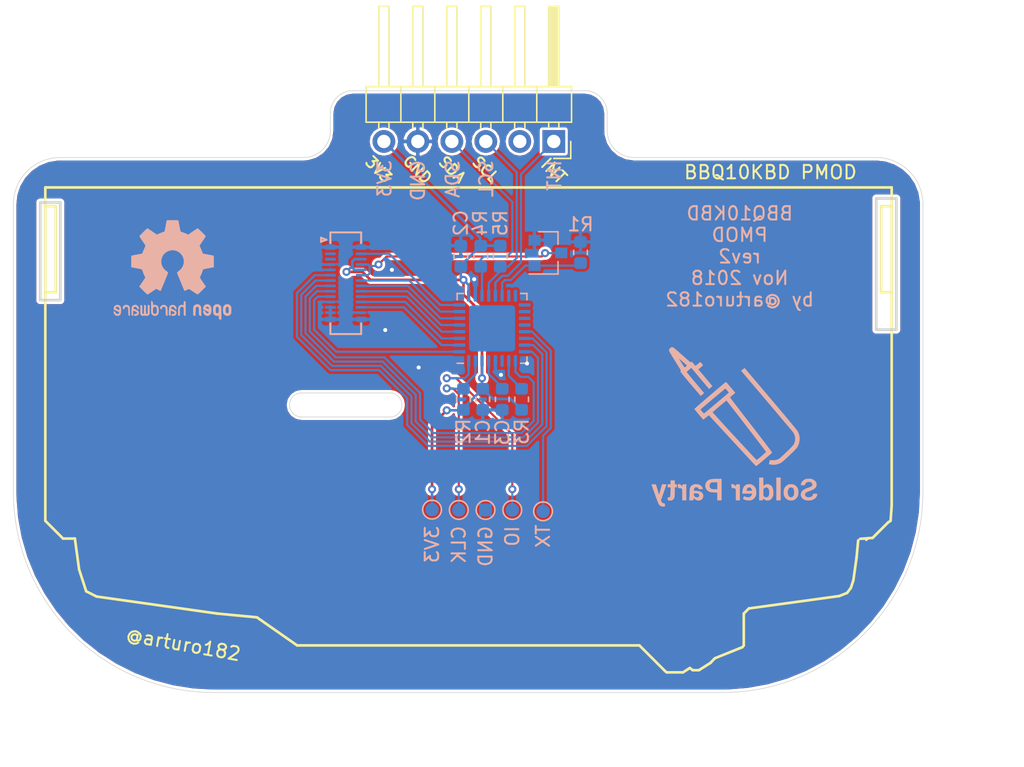
<source format=kicad_pcb>
(kicad_pcb (version 20171130) (host pcbnew "(6.0.0-rc1-dev-1009-g96e65c7f2)")

  (general
    (thickness 1.6)
    (drawings 40)
    (tracks 233)
    (zones 0)
    (modules 20)
    (nets 35)
  )

  (page A4)
  (layers
    (0 F.Cu signal)
    (31 B.Cu signal)
    (32 B.Adhes user)
    (33 F.Adhes user)
    (34 B.Paste user)
    (35 F.Paste user)
    (36 B.SilkS user)
    (37 F.SilkS user)
    (38 B.Mask user)
    (39 F.Mask user)
    (40 Dwgs.User user)
    (41 Cmts.User user)
    (42 Eco1.User user)
    (43 Eco2.User user)
    (44 Edge.Cuts user)
    (45 Margin user)
    (46 B.CrtYd user)
    (47 F.CrtYd user)
    (48 B.Fab user hide)
    (49 F.Fab user hide)
  )

  (setup
    (last_trace_width 0.16)
    (trace_clearance 0.16)
    (zone_clearance 0.2)
    (zone_45_only no)
    (trace_min 0.1)
    (via_size 0.6)
    (via_drill 0.3)
    (via_min_size 0.4)
    (via_min_drill 0.3)
    (uvia_size 0.3)
    (uvia_drill 0.1)
    (uvias_allowed no)
    (uvia_min_size 0.2)
    (uvia_min_drill 0.1)
    (edge_width 0.05)
    (segment_width 0.2)
    (pcb_text_width 0.3)
    (pcb_text_size 1.5 1.5)
    (mod_edge_width 0.12)
    (mod_text_size 1 1)
    (mod_text_width 0.15)
    (pad_size 1.524 1.524)
    (pad_drill 0.762)
    (pad_to_mask_clearance 0.05)
    (solder_mask_min_width 0.1)
    (aux_axis_origin 0 0)
    (visible_elements 7FFFFF7F)
    (pcbplotparams
      (layerselection 0x010fc_ffffffff)
      (usegerberextensions false)
      (usegerberattributes false)
      (usegerberadvancedattributes false)
      (creategerberjobfile false)
      (excludeedgelayer true)
      (linewidth 0.100000)
      (plotframeref false)
      (viasonmask false)
      (mode 1)
      (useauxorigin false)
      (hpglpennumber 1)
      (hpglpenspeed 20)
      (hpglpendiameter 15.000000)
      (psnegative false)
      (psa4output false)
      (plotreference true)
      (plotvalue true)
      (plotinvisibletext false)
      (padsonsilk false)
      (subtractmaskfromsilk false)
      (outputformat 1)
      (mirror false)
      (drillshape 0)
      (scaleselection 1)
      (outputdirectory "gerb"))
  )

  (net 0 "")
  (net 1 GND)
  (net 2 +3V3)
  (net 3 "Net-(C3-Pad1)")
  (net 4 /SDA)
  (net 5 /SCL)
  (net 6 "Net-(J1-Pad2)")
  (net 7 /INT)
  (net 8 "Net-(Q1-Pad3)")
  (net 9 /BL_CTRL)
  (net 10 "Net-(R2-Pad1)")
  (net 11 /~RESET~)
  (net 12 "Net-(TP2-Pad1)")
  (net 13 /ROW3)
  (net 14 /ROW7)
  (net 15 /ROW6)
  (net 16 /ROW5)
  (net 17 /ROW4)
  (net 18 /COL5)
  (net 19 /COL4)
  (net 20 /COL3)
  (net 21 /COL2)
  (net 22 /ROW2)
  (net 23 /COL1)
  (net 24 /ROW1)
  (net 25 "Net-(U1-Pad3)")
  (net 26 "Net-(U1-Pad2)")
  (net 27 "Net-(U2-Pad20)")
  (net 28 "Net-(U2-Pad19)")
  (net 29 "Net-(U2-Pad18)")
  (net 30 "Net-(U2-Pad17)")
  (net 31 "Net-(U2-Pad16)")
  (net 32 "Net-(U2-Pad15)")
  (net 33 "Net-(U2-Pad27)")
  (net 34 /UART_TX)

  (net_class Default "This is the default net class."
    (clearance 0.16)
    (trace_width 0.16)
    (via_dia 0.6)
    (via_drill 0.3)
    (uvia_dia 0.3)
    (uvia_drill 0.1)
    (add_net /BL_CTRL)
    (add_net /COL1)
    (add_net /COL2)
    (add_net /COL3)
    (add_net /COL4)
    (add_net /COL5)
    (add_net /INT)
    (add_net /ROW1)
    (add_net /ROW2)
    (add_net /ROW3)
    (add_net /ROW4)
    (add_net /ROW5)
    (add_net /ROW6)
    (add_net /ROW7)
    (add_net /SCL)
    (add_net /SDA)
    (add_net /UART_TX)
    (add_net /~RESET~)
    (add_net GND)
    (add_net "Net-(C3-Pad1)")
    (add_net "Net-(J1-Pad2)")
    (add_net "Net-(Q1-Pad3)")
    (add_net "Net-(R2-Pad1)")
    (add_net "Net-(TP2-Pad1)")
    (add_net "Net-(U1-Pad2)")
    (add_net "Net-(U1-Pad3)")
    (add_net "Net-(U2-Pad15)")
    (add_net "Net-(U2-Pad16)")
    (add_net "Net-(U2-Pad17)")
    (add_net "Net-(U2-Pad18)")
    (add_net "Net-(U2-Pad19)")
    (add_net "Net-(U2-Pad20)")
    (add_net "Net-(U2-Pad27)")
  )

  (net_class Power ""
    (clearance 0.16)
    (trace_width 0.2)
    (via_dia 0.6)
    (via_drill 0.3)
    (uvia_dia 0.3)
    (uvia_drill 0.1)
    (add_net +3V3)
  )

  (module Resistor_SMD:R_0603_1608Metric (layer B.Cu) (tedit 5B301BBD) (tstamp 5BF03CEE)
    (at 150.4 89.37887 90)
    (descr "Resistor SMD 0603 (1608 Metric), square (rectangular) end terminal, IPC_7351 nominal, (Body size source: http://www.tortai-tech.com/upload/download/2011102023233369053.pdf), generated with kicad-footprint-generator")
    (tags resistor)
    (path /5BF5C148)
    (attr smd)
    (fp_text reference R5 (at 2.47887 0.009303 90) (layer B.SilkS)
      (effects (font (size 1 1) (thickness 0.15)) (justify mirror))
    )
    (fp_text value 4.7K (at 0 -1.43 90) (layer B.Fab)
      (effects (font (size 1 1) (thickness 0.15)) (justify mirror))
    )
    (fp_text user %R (at 0 0 90) (layer B.Fab)
      (effects (font (size 0.4 0.4) (thickness 0.06)) (justify mirror))
    )
    (fp_line (start 1.48 -0.73) (end -1.48 -0.73) (layer B.CrtYd) (width 0.05))
    (fp_line (start 1.48 0.73) (end 1.48 -0.73) (layer B.CrtYd) (width 0.05))
    (fp_line (start -1.48 0.73) (end 1.48 0.73) (layer B.CrtYd) (width 0.05))
    (fp_line (start -1.48 -0.73) (end -1.48 0.73) (layer B.CrtYd) (width 0.05))
    (fp_line (start -0.162779 -0.51) (end 0.162779 -0.51) (layer B.SilkS) (width 0.12))
    (fp_line (start -0.162779 0.51) (end 0.162779 0.51) (layer B.SilkS) (width 0.12))
    (fp_line (start 0.8 -0.4) (end -0.8 -0.4) (layer B.Fab) (width 0.1))
    (fp_line (start 0.8 0.4) (end 0.8 -0.4) (layer B.Fab) (width 0.1))
    (fp_line (start -0.8 0.4) (end 0.8 0.4) (layer B.Fab) (width 0.1))
    (fp_line (start -0.8 -0.4) (end -0.8 0.4) (layer B.Fab) (width 0.1))
    (pad 2 smd roundrect (at 0.7875 0 90) (size 0.875 0.95) (layers B.Cu B.Paste B.Mask) (roundrect_rratio 0.25)
      (net 2 +3V3))
    (pad 1 smd roundrect (at -0.7875 0 90) (size 0.875 0.95) (layers B.Cu B.Paste B.Mask) (roundrect_rratio 0.25)
      (net 5 /SCL))
    (model ${KISYS3DMOD}/Resistor_SMD.3dshapes/R_0603_1608Metric.wrl
      (at (xyz 0 0 0))
      (scale (xyz 1 1 1))
      (rotate (xyz 0 0 0))
    )
  )

  (module Resistor_SMD:R_0603_1608Metric (layer B.Cu) (tedit 5B301BBD) (tstamp 5BF0B084)
    (at 148.940697 89.37887 90)
    (descr "Resistor SMD 0603 (1608 Metric), square (rectangular) end terminal, IPC_7351 nominal, (Body size source: http://www.tortai-tech.com/upload/download/2011102023233369053.pdf), generated with kicad-footprint-generator")
    (tags resistor)
    (path /5BF5AA7A)
    (attr smd)
    (fp_text reference R4 (at 2.47887 -0.040697 90) (layer B.SilkS)
      (effects (font (size 1 1) (thickness 0.15)) (justify mirror))
    )
    (fp_text value 4.7K (at 0 -1.43 90) (layer B.Fab)
      (effects (font (size 1 1) (thickness 0.15)) (justify mirror))
    )
    (fp_text user %R (at 0 0 90) (layer B.Fab)
      (effects (font (size 0.4 0.4) (thickness 0.06)) (justify mirror))
    )
    (fp_line (start 1.48 -0.73) (end -1.48 -0.73) (layer B.CrtYd) (width 0.05))
    (fp_line (start 1.48 0.73) (end 1.48 -0.73) (layer B.CrtYd) (width 0.05))
    (fp_line (start -1.48 0.73) (end 1.48 0.73) (layer B.CrtYd) (width 0.05))
    (fp_line (start -1.48 -0.73) (end -1.48 0.73) (layer B.CrtYd) (width 0.05))
    (fp_line (start -0.162779 -0.51) (end 0.162779 -0.51) (layer B.SilkS) (width 0.12))
    (fp_line (start -0.162779 0.51) (end 0.162779 0.51) (layer B.SilkS) (width 0.12))
    (fp_line (start 0.8 -0.4) (end -0.8 -0.4) (layer B.Fab) (width 0.1))
    (fp_line (start 0.8 0.4) (end 0.8 -0.4) (layer B.Fab) (width 0.1))
    (fp_line (start -0.8 0.4) (end 0.8 0.4) (layer B.Fab) (width 0.1))
    (fp_line (start -0.8 -0.4) (end -0.8 0.4) (layer B.Fab) (width 0.1))
    (pad 2 smd roundrect (at 0.7875 0 90) (size 0.875 0.95) (layers B.Cu B.Paste B.Mask) (roundrect_rratio 0.25)
      (net 2 +3V3))
    (pad 1 smd roundrect (at -0.7875 0 90) (size 0.875 0.95) (layers B.Cu B.Paste B.Mask) (roundrect_rratio 0.25)
      (net 4 /SDA))
    (model ${KISYS3DMOD}/Resistor_SMD.3dshapes/R_0603_1608Metric.wrl
      (at (xyz 0 0 0))
      (scale (xyz 1 1 1))
      (rotate (xyz 0 0 0))
    )
  )

  (module Resistor_SMD:R_0603_1608Metric (layer B.Cu) (tedit 5B301BBD) (tstamp 5BF03CCC)
    (at 152 100.07887 270)
    (descr "Resistor SMD 0603 (1608 Metric), square (rectangular) end terminal, IPC_7351 nominal, (Body size source: http://www.tortai-tech.com/upload/download/2011102023233369053.pdf), generated with kicad-footprint-generator")
    (tags resistor)
    (path /5BFC723F)
    (attr smd)
    (fp_text reference R3 (at 2.42113 -0.009303 270) (layer B.SilkS)
      (effects (font (size 1 1) (thickness 0.15)) (justify mirror))
    )
    (fp_text value 10K (at 0 -1.43 270) (layer B.Fab)
      (effects (font (size 1 1) (thickness 0.15)) (justify mirror))
    )
    (fp_text user %R (at 0 0 270) (layer B.Fab)
      (effects (font (size 0.4 0.4) (thickness 0.06)) (justify mirror))
    )
    (fp_line (start 1.48 -0.73) (end -1.48 -0.73) (layer B.CrtYd) (width 0.05))
    (fp_line (start 1.48 0.73) (end 1.48 -0.73) (layer B.CrtYd) (width 0.05))
    (fp_line (start -1.48 0.73) (end 1.48 0.73) (layer B.CrtYd) (width 0.05))
    (fp_line (start -1.48 -0.73) (end -1.48 0.73) (layer B.CrtYd) (width 0.05))
    (fp_line (start -0.162779 -0.51) (end 0.162779 -0.51) (layer B.SilkS) (width 0.12))
    (fp_line (start -0.162779 0.51) (end 0.162779 0.51) (layer B.SilkS) (width 0.12))
    (fp_line (start 0.8 -0.4) (end -0.8 -0.4) (layer B.Fab) (width 0.1))
    (fp_line (start 0.8 0.4) (end 0.8 -0.4) (layer B.Fab) (width 0.1))
    (fp_line (start -0.8 0.4) (end 0.8 0.4) (layer B.Fab) (width 0.1))
    (fp_line (start -0.8 -0.4) (end -0.8 0.4) (layer B.Fab) (width 0.1))
    (pad 2 smd roundrect (at 0.7875 0 270) (size 0.875 0.95) (layers B.Cu B.Paste B.Mask) (roundrect_rratio 0.25)
      (net 2 +3V3))
    (pad 1 smd roundrect (at -0.7875 0 270) (size 0.875 0.95) (layers B.Cu B.Paste B.Mask) (roundrect_rratio 0.25)
      (net 11 /~RESET~))
    (model ${KISYS3DMOD}/Resistor_SMD.3dshapes/R_0603_1608Metric.wrl
      (at (xyz 0 0 0))
      (scale (xyz 1 1 1))
      (rotate (xyz 0 0 0))
    )
  )

  (module Resistor_SMD:R_0603_1608Metric (layer B.Cu) (tedit 5B301BBD) (tstamp 5BF03CBB)
    (at 147.65 100.07887 270)
    (descr "Resistor SMD 0603 (1608 Metric), square (rectangular) end terminal, IPC_7351 nominal, (Body size source: http://www.tortai-tech.com/upload/download/2011102023233369053.pdf), generated with kicad-footprint-generator")
    (tags resistor)
    (path /5BF4E0F3)
    (attr smd)
    (fp_text reference R2 (at 2.42113 0 270) (layer B.SilkS)
      (effects (font (size 1 1) (thickness 0.15)) (justify mirror))
    )
    (fp_text value 1K (at 0 -1.43 270) (layer B.Fab)
      (effects (font (size 1 1) (thickness 0.15)) (justify mirror))
    )
    (fp_text user %R (at 0 0 270) (layer B.Fab)
      (effects (font (size 0.4 0.4) (thickness 0.06)) (justify mirror))
    )
    (fp_line (start 1.48 -0.73) (end -1.48 -0.73) (layer B.CrtYd) (width 0.05))
    (fp_line (start 1.48 0.73) (end 1.48 -0.73) (layer B.CrtYd) (width 0.05))
    (fp_line (start -1.48 0.73) (end 1.48 0.73) (layer B.CrtYd) (width 0.05))
    (fp_line (start -1.48 -0.73) (end -1.48 0.73) (layer B.CrtYd) (width 0.05))
    (fp_line (start -0.162779 -0.51) (end 0.162779 -0.51) (layer B.SilkS) (width 0.12))
    (fp_line (start -0.162779 0.51) (end 0.162779 0.51) (layer B.SilkS) (width 0.12))
    (fp_line (start 0.8 -0.4) (end -0.8 -0.4) (layer B.Fab) (width 0.1))
    (fp_line (start 0.8 0.4) (end 0.8 -0.4) (layer B.Fab) (width 0.1))
    (fp_line (start -0.8 0.4) (end 0.8 0.4) (layer B.Fab) (width 0.1))
    (fp_line (start -0.8 -0.4) (end -0.8 0.4) (layer B.Fab) (width 0.1))
    (pad 2 smd roundrect (at 0.7875 0 270) (size 0.875 0.95) (layers B.Cu B.Paste B.Mask) (roundrect_rratio 0.25)
      (net 2 +3V3))
    (pad 1 smd roundrect (at -0.7875 0 270) (size 0.875 0.95) (layers B.Cu B.Paste B.Mask) (roundrect_rratio 0.25)
      (net 10 "Net-(R2-Pad1)"))
    (model ${KISYS3DMOD}/Resistor_SMD.3dshapes/R_0603_1608Metric.wrl
      (at (xyz 0 0 0))
      (scale (xyz 1 1 1))
      (rotate (xyz 0 0 0))
    )
  )

  (module Resistor_SMD:R_0603_1608Metric (layer B.Cu) (tedit 5B301BBD) (tstamp 5BF0ADEB)
    (at 156.4 89.1 270)
    (descr "Resistor SMD 0603 (1608 Metric), square (rectangular) end terminal, IPC_7351 nominal, (Body size source: http://www.tortai-tech.com/upload/download/2011102023233369053.pdf), generated with kicad-footprint-generator")
    (tags resistor)
    (path /5BF9AEB7)
    (attr smd)
    (fp_text reference R1 (at -2.1 0) (layer B.SilkS)
      (effects (font (size 1 1) (thickness 0.15)) (justify mirror))
    )
    (fp_text value 10K (at 0 -1.43 270) (layer B.Fab)
      (effects (font (size 1 1) (thickness 0.15)) (justify mirror))
    )
    (fp_text user %R (at 0 0 270) (layer B.Fab)
      (effects (font (size 0.4 0.4) (thickness 0.06)) (justify mirror))
    )
    (fp_line (start 1.48 -0.73) (end -1.48 -0.73) (layer B.CrtYd) (width 0.05))
    (fp_line (start 1.48 0.73) (end 1.48 -0.73) (layer B.CrtYd) (width 0.05))
    (fp_line (start -1.48 0.73) (end 1.48 0.73) (layer B.CrtYd) (width 0.05))
    (fp_line (start -1.48 -0.73) (end -1.48 0.73) (layer B.CrtYd) (width 0.05))
    (fp_line (start -0.162779 -0.51) (end 0.162779 -0.51) (layer B.SilkS) (width 0.12))
    (fp_line (start -0.162779 0.51) (end 0.162779 0.51) (layer B.SilkS) (width 0.12))
    (fp_line (start 0.8 -0.4) (end -0.8 -0.4) (layer B.Fab) (width 0.1))
    (fp_line (start 0.8 0.4) (end 0.8 -0.4) (layer B.Fab) (width 0.1))
    (fp_line (start -0.8 0.4) (end 0.8 0.4) (layer B.Fab) (width 0.1))
    (fp_line (start -0.8 -0.4) (end -0.8 0.4) (layer B.Fab) (width 0.1))
    (pad 2 smd roundrect (at 0.7875 0 270) (size 0.875 0.95) (layers B.Cu B.Paste B.Mask) (roundrect_rratio 0.25)
      (net 9 /BL_CTRL))
    (pad 1 smd roundrect (at -0.7875 0 270) (size 0.875 0.95) (layers B.Cu B.Paste B.Mask) (roundrect_rratio 0.25)
      (net 1 GND))
    (model ${KISYS3DMOD}/Resistor_SMD.3dshapes/R_0603_1608Metric.wrl
      (at (xyz 0 0 0))
      (scale (xyz 1 1 1))
      (rotate (xyz 0 0 0))
    )
  )

  (module Capacitor_SMD:C_0603_1608Metric (layer B.Cu) (tedit 5B301BBE) (tstamp 5BF03C1D)
    (at 150.55 100.07887 270)
    (descr "Capacitor SMD 0603 (1608 Metric), square (rectangular) end terminal, IPC_7351 nominal, (Body size source: http://www.tortai-tech.com/upload/download/2011102023233369053.pdf), generated with kicad-footprint-generator")
    (tags capacitor)
    (path /5BF4C4BB)
    (attr smd)
    (fp_text reference C3 (at 2.47113 -0.009303 270) (layer B.SilkS)
      (effects (font (size 1 1) (thickness 0.15)) (justify mirror))
    )
    (fp_text value 1uF (at 0 -1.43 270) (layer B.Fab)
      (effects (font (size 1 1) (thickness 0.15)) (justify mirror))
    )
    (fp_text user %R (at 0 0 270) (layer B.Fab)
      (effects (font (size 0.4 0.4) (thickness 0.06)) (justify mirror))
    )
    (fp_line (start 1.48 -0.73) (end -1.48 -0.73) (layer B.CrtYd) (width 0.05))
    (fp_line (start 1.48 0.73) (end 1.48 -0.73) (layer B.CrtYd) (width 0.05))
    (fp_line (start -1.48 0.73) (end 1.48 0.73) (layer B.CrtYd) (width 0.05))
    (fp_line (start -1.48 -0.73) (end -1.48 0.73) (layer B.CrtYd) (width 0.05))
    (fp_line (start -0.162779 -0.51) (end 0.162779 -0.51) (layer B.SilkS) (width 0.12))
    (fp_line (start -0.162779 0.51) (end 0.162779 0.51) (layer B.SilkS) (width 0.12))
    (fp_line (start 0.8 -0.4) (end -0.8 -0.4) (layer B.Fab) (width 0.1))
    (fp_line (start 0.8 0.4) (end 0.8 -0.4) (layer B.Fab) (width 0.1))
    (fp_line (start -0.8 0.4) (end 0.8 0.4) (layer B.Fab) (width 0.1))
    (fp_line (start -0.8 -0.4) (end -0.8 0.4) (layer B.Fab) (width 0.1))
    (pad 2 smd roundrect (at 0.7875 0 270) (size 0.875 0.95) (layers B.Cu B.Paste B.Mask) (roundrect_rratio 0.25)
      (net 1 GND))
    (pad 1 smd roundrect (at -0.7875 0 270) (size 0.875 0.95) (layers B.Cu B.Paste B.Mask) (roundrect_rratio 0.25)
      (net 3 "Net-(C3-Pad1)"))
    (model ${KISYS3DMOD}/Capacitor_SMD.3dshapes/C_0603_1608Metric.wrl
      (at (xyz 0 0 0))
      (scale (xyz 1 1 1))
      (rotate (xyz 0 0 0))
    )
  )

  (module Capacitor_SMD:C_0603_1608Metric (layer B.Cu) (tedit 5B301BBE) (tstamp 5BF03C0C)
    (at 147.45 89.37887 90)
    (descr "Capacitor SMD 0603 (1608 Metric), square (rectangular) end terminal, IPC_7351 nominal, (Body size source: http://www.tortai-tech.com/upload/download/2011102023233369053.pdf), generated with kicad-footprint-generator")
    (tags capacitor)
    (path /5BF4AA34)
    (attr smd)
    (fp_text reference C2 (at 2.47887 0 90) (layer B.SilkS)
      (effects (font (size 1 1) (thickness 0.15)) (justify mirror))
    )
    (fp_text value 4.7uF (at 0 -1.43 90) (layer B.Fab)
      (effects (font (size 1 1) (thickness 0.15)) (justify mirror))
    )
    (fp_text user %R (at 0 0 90) (layer B.Fab)
      (effects (font (size 0.4 0.4) (thickness 0.06)) (justify mirror))
    )
    (fp_line (start 1.48 -0.73) (end -1.48 -0.73) (layer B.CrtYd) (width 0.05))
    (fp_line (start 1.48 0.73) (end 1.48 -0.73) (layer B.CrtYd) (width 0.05))
    (fp_line (start -1.48 0.73) (end 1.48 0.73) (layer B.CrtYd) (width 0.05))
    (fp_line (start -1.48 -0.73) (end -1.48 0.73) (layer B.CrtYd) (width 0.05))
    (fp_line (start -0.162779 -0.51) (end 0.162779 -0.51) (layer B.SilkS) (width 0.12))
    (fp_line (start -0.162779 0.51) (end 0.162779 0.51) (layer B.SilkS) (width 0.12))
    (fp_line (start 0.8 -0.4) (end -0.8 -0.4) (layer B.Fab) (width 0.1))
    (fp_line (start 0.8 0.4) (end 0.8 -0.4) (layer B.Fab) (width 0.1))
    (fp_line (start -0.8 0.4) (end 0.8 0.4) (layer B.Fab) (width 0.1))
    (fp_line (start -0.8 -0.4) (end -0.8 0.4) (layer B.Fab) (width 0.1))
    (pad 2 smd roundrect (at 0.7875 0 90) (size 0.875 0.95) (layers B.Cu B.Paste B.Mask) (roundrect_rratio 0.25)
      (net 1 GND))
    (pad 1 smd roundrect (at -0.7875 0 90) (size 0.875 0.95) (layers B.Cu B.Paste B.Mask) (roundrect_rratio 0.25)
      (net 2 +3V3))
    (model ${KISYS3DMOD}/Capacitor_SMD.3dshapes/C_0603_1608Metric.wrl
      (at (xyz 0 0 0))
      (scale (xyz 1 1 1))
      (rotate (xyz 0 0 0))
    )
  )

  (module Capacitor_SMD:C_0603_1608Metric (layer B.Cu) (tedit 5B301BBE) (tstamp 5BF03BFB)
    (at 149.090697 100.07887 270)
    (descr "Capacitor SMD 0603 (1608 Metric), square (rectangular) end terminal, IPC_7351 nominal, (Body size source: http://www.tortai-tech.com/upload/download/2011102023233369053.pdf), generated with kicad-footprint-generator")
    (tags capacitor)
    (path /5BF49D95)
    (attr smd)
    (fp_text reference C1 (at 2.47113 -0.009303 270) (layer B.SilkS)
      (effects (font (size 1 1) (thickness 0.15)) (justify mirror))
    )
    (fp_text value 0.1uF (at 0 -1.43 270) (layer B.Fab)
      (effects (font (size 1 1) (thickness 0.15)) (justify mirror))
    )
    (fp_text user %R (at 0 0 270) (layer B.Fab)
      (effects (font (size 0.4 0.4) (thickness 0.06)) (justify mirror))
    )
    (fp_line (start 1.48 -0.73) (end -1.48 -0.73) (layer B.CrtYd) (width 0.05))
    (fp_line (start 1.48 0.73) (end 1.48 -0.73) (layer B.CrtYd) (width 0.05))
    (fp_line (start -1.48 0.73) (end 1.48 0.73) (layer B.CrtYd) (width 0.05))
    (fp_line (start -1.48 -0.73) (end -1.48 0.73) (layer B.CrtYd) (width 0.05))
    (fp_line (start -0.162779 -0.51) (end 0.162779 -0.51) (layer B.SilkS) (width 0.12))
    (fp_line (start -0.162779 0.51) (end 0.162779 0.51) (layer B.SilkS) (width 0.12))
    (fp_line (start 0.8 -0.4) (end -0.8 -0.4) (layer B.Fab) (width 0.1))
    (fp_line (start 0.8 0.4) (end 0.8 -0.4) (layer B.Fab) (width 0.1))
    (fp_line (start -0.8 0.4) (end 0.8 0.4) (layer B.Fab) (width 0.1))
    (fp_line (start -0.8 -0.4) (end -0.8 0.4) (layer B.Fab) (width 0.1))
    (pad 2 smd roundrect (at 0.7875 0 270) (size 0.875 0.95) (layers B.Cu B.Paste B.Mask) (roundrect_rratio 0.25)
      (net 1 GND))
    (pad 1 smd roundrect (at -0.7875 0 270) (size 0.875 0.95) (layers B.Cu B.Paste B.Mask) (roundrect_rratio 0.25)
      (net 2 +3V3))
    (model ${KISYS3DMOD}/Capacitor_SMD.3dshapes/C_0603_1608Metric.wrl
      (at (xyz 0 0 0))
      (scale (xyz 1 1 1))
      (rotate (xyz 0 0 0))
    )
  )

  (module TestPoint:TestPoint_Pad_D1.0mm (layer B.Cu) (tedit 5A0F774F) (tstamp 5C0066B0)
    (at 149.3 108.35)
    (descr "SMD pad as test Point, diameter 1.0mm")
    (tags "test point SMD pad")
    (path /5BF44C5E)
    (attr virtual)
    (fp_text reference TP5 (at 0 1.448) (layer B.SilkS) hide
      (effects (font (size 1 1) (thickness 0.15)) (justify mirror))
    )
    (fp_text value GND (at 0 -1.55) (layer B.Fab)
      (effects (font (size 1 1) (thickness 0.15)) (justify mirror))
    )
    (fp_circle (center 0 0) (end 0 -0.7) (layer B.SilkS) (width 0.12))
    (fp_circle (center 0 0) (end 1 0) (layer B.CrtYd) (width 0.05))
    (fp_text user %R (at 0 1.45) (layer B.Fab)
      (effects (font (size 1 1) (thickness 0.15)) (justify mirror))
    )
    (pad 1 smd circle (at 0 0) (size 1 1) (layers B.Cu B.Mask)
      (net 1 GND))
  )

  (module TestPoint:TestPoint_Pad_D1.0mm (layer B.Cu) (tedit 5A0F774F) (tstamp 5C0066DA)
    (at 145.3 108.324999)
    (descr "SMD pad as test Point, diameter 1.0mm")
    (tags "test point SMD pad")
    (path /5BF3E35A)
    (attr virtual)
    (fp_text reference TP4 (at 0 1.448) (layer B.SilkS) hide
      (effects (font (size 1 1) (thickness 0.15)) (justify mirror))
    )
    (fp_text value VDD (at 0 -1.55) (layer B.Fab)
      (effects (font (size 1 1) (thickness 0.15)) (justify mirror))
    )
    (fp_circle (center 0 0) (end 0 -0.7) (layer B.SilkS) (width 0.12))
    (fp_circle (center 0 0) (end 1 0) (layer B.CrtYd) (width 0.05))
    (fp_text user %R (at 0 1.45) (layer B.Fab)
      (effects (font (size 1 1) (thickness 0.15)) (justify mirror))
    )
    (pad 1 smd circle (at 0 0) (size 1 1) (layers B.Cu B.Mask)
      (net 2 +3V3))
  )

  (module Package_DFN_QFN:QFN-32-1EP_5x5mm_P0.5mm_EP3.45x3.45mm (layer B.Cu) (tedit 5B4E85CE) (tstamp 5BF03D72)
    (at 149.7857 94.773869)
    (descr "QFN, 32 Pin (http://www.analog.com/media/en/package-pcb-resources/package/pkg_pdf/ltc-legacy-qfn/QFN_32_05-08-1693.pdf), generated with kicad-footprint-generator ipc_dfn_qfn_generator.py")
    (tags "QFN DFN_QFN")
    (path /5BF4808D)
    (attr smd)
    (fp_text reference U2 (at 0 3.82) (layer B.SilkS) hide
      (effects (font (size 1 1) (thickness 0.15)) (justify mirror))
    )
    (fp_text value ATSAMD20E16A (at 0 -3.82) (layer B.Fab)
      (effects (font (size 1 1) (thickness 0.15)) (justify mirror))
    )
    (fp_text user %R (at 0 0) (layer B.Fab)
      (effects (font (size 1 1) (thickness 0.15)) (justify mirror))
    )
    (fp_line (start 3.12 3.12) (end -3.12 3.12) (layer B.CrtYd) (width 0.05))
    (fp_line (start 3.12 -3.12) (end 3.12 3.12) (layer B.CrtYd) (width 0.05))
    (fp_line (start -3.12 -3.12) (end 3.12 -3.12) (layer B.CrtYd) (width 0.05))
    (fp_line (start -3.12 3.12) (end -3.12 -3.12) (layer B.CrtYd) (width 0.05))
    (fp_line (start -2.5 1.5) (end -1.5 2.5) (layer B.Fab) (width 0.1))
    (fp_line (start -2.5 -2.5) (end -2.5 1.5) (layer B.Fab) (width 0.1))
    (fp_line (start 2.5 -2.5) (end -2.5 -2.5) (layer B.Fab) (width 0.1))
    (fp_line (start 2.5 2.5) (end 2.5 -2.5) (layer B.Fab) (width 0.1))
    (fp_line (start -1.5 2.5) (end 2.5 2.5) (layer B.Fab) (width 0.1))
    (fp_line (start -2.135 2.61) (end -2.61 2.61) (layer B.SilkS) (width 0.12))
    (fp_line (start 2.61 -2.61) (end 2.61 -2.135) (layer B.SilkS) (width 0.12))
    (fp_line (start 2.135 -2.61) (end 2.61 -2.61) (layer B.SilkS) (width 0.12))
    (fp_line (start -2.61 -2.61) (end -2.61 -2.135) (layer B.SilkS) (width 0.12))
    (fp_line (start -2.135 -2.61) (end -2.61 -2.61) (layer B.SilkS) (width 0.12))
    (fp_line (start 2.61 2.61) (end 2.61 2.135) (layer B.SilkS) (width 0.12))
    (fp_line (start 2.135 2.61) (end 2.61 2.61) (layer B.SilkS) (width 0.12))
    (pad 32 smd roundrect (at -1.75 2.4375) (size 0.25 0.875) (layers B.Cu B.Paste B.Mask) (roundrect_rratio 0.25)
      (net 12 "Net-(TP2-Pad1)"))
    (pad 31 smd roundrect (at -1.25 2.4375) (size 0.25 0.875) (layers B.Cu B.Paste B.Mask) (roundrect_rratio 0.25)
      (net 10 "Net-(R2-Pad1)"))
    (pad 30 smd roundrect (at -0.75 2.4375) (size 0.25 0.875) (layers B.Cu B.Paste B.Mask) (roundrect_rratio 0.25)
      (net 2 +3V3))
    (pad 29 smd roundrect (at -0.25 2.4375) (size 0.25 0.875) (layers B.Cu B.Paste B.Mask) (roundrect_rratio 0.25)
      (net 3 "Net-(C3-Pad1)"))
    (pad 28 smd roundrect (at 0.25 2.4375) (size 0.25 0.875) (layers B.Cu B.Paste B.Mask) (roundrect_rratio 0.25)
      (net 1 GND))
    (pad 27 smd roundrect (at 0.75 2.4375) (size 0.25 0.875) (layers B.Cu B.Paste B.Mask) (roundrect_rratio 0.25)
      (net 33 "Net-(U2-Pad27)"))
    (pad 26 smd roundrect (at 1.25 2.4375) (size 0.25 0.875) (layers B.Cu B.Paste B.Mask) (roundrect_rratio 0.25)
      (net 11 /~RESET~))
    (pad 25 smd roundrect (at 1.75 2.4375) (size 0.25 0.875) (layers B.Cu B.Paste B.Mask) (roundrect_rratio 0.25)
      (net 21 /COL2))
    (pad 24 smd roundrect (at 2.4375 1.75) (size 0.875 0.25) (layers B.Cu B.Paste B.Mask) (roundrect_rratio 0.25)
      (net 22 /ROW2))
    (pad 23 smd roundrect (at 2.4375 1.25) (size 0.875 0.25) (layers B.Cu B.Paste B.Mask) (roundrect_rratio 0.25)
      (net 23 /COL1))
    (pad 22 smd roundrect (at 2.4375 0.75) (size 0.875 0.25) (layers B.Cu B.Paste B.Mask) (roundrect_rratio 0.25)
      (net 24 /ROW1))
    (pad 21 smd roundrect (at 2.4375 0.25) (size 0.875 0.25) (layers B.Cu B.Paste B.Mask) (roundrect_rratio 0.25)
      (net 34 /UART_TX))
    (pad 20 smd roundrect (at 2.4375 -0.25) (size 0.875 0.25) (layers B.Cu B.Paste B.Mask) (roundrect_rratio 0.25)
      (net 27 "Net-(U2-Pad20)"))
    (pad 19 smd roundrect (at 2.4375 -0.75) (size 0.875 0.25) (layers B.Cu B.Paste B.Mask) (roundrect_rratio 0.25)
      (net 28 "Net-(U2-Pad19)"))
    (pad 18 smd roundrect (at 2.4375 -1.25) (size 0.875 0.25) (layers B.Cu B.Paste B.Mask) (roundrect_rratio 0.25)
      (net 29 "Net-(U2-Pad18)"))
    (pad 17 smd roundrect (at 2.4375 -1.75) (size 0.875 0.25) (layers B.Cu B.Paste B.Mask) (roundrect_rratio 0.25)
      (net 30 "Net-(U2-Pad17)"))
    (pad 16 smd roundrect (at 1.75 -2.4375) (size 0.25 0.875) (layers B.Cu B.Paste B.Mask) (roundrect_rratio 0.25)
      (net 31 "Net-(U2-Pad16)"))
    (pad 15 smd roundrect (at 1.25 -2.4375) (size 0.25 0.875) (layers B.Cu B.Paste B.Mask) (roundrect_rratio 0.25)
      (net 32 "Net-(U2-Pad15)"))
    (pad 14 smd roundrect (at 0.75 -2.4375) (size 0.25 0.875) (layers B.Cu B.Paste B.Mask) (roundrect_rratio 0.25)
      (net 9 /BL_CTRL))
    (pad 13 smd roundrect (at 0.25 -2.4375) (size 0.25 0.875) (layers B.Cu B.Paste B.Mask) (roundrect_rratio 0.25)
      (net 7 /INT))
    (pad 12 smd roundrect (at -0.25 -2.4375) (size 0.25 0.875) (layers B.Cu B.Paste B.Mask) (roundrect_rratio 0.25)
      (net 5 /SCL))
    (pad 11 smd roundrect (at -0.75 -2.4375) (size 0.25 0.875) (layers B.Cu B.Paste B.Mask) (roundrect_rratio 0.25)
      (net 4 /SDA))
    (pad 10 smd roundrect (at -1.25 -2.4375) (size 0.25 0.875) (layers B.Cu B.Paste B.Mask) (roundrect_rratio 0.25)
      (net 1 GND))
    (pad 9 smd roundrect (at -1.75 -2.4375) (size 0.25 0.875) (layers B.Cu B.Paste B.Mask) (roundrect_rratio 0.25)
      (net 2 +3V3))
    (pad 8 smd roundrect (at -2.4375 -1.75) (size 0.875 0.25) (layers B.Cu B.Paste B.Mask) (roundrect_rratio 0.25)
      (net 14 /ROW7))
    (pad 7 smd roundrect (at -2.4375 -1.25) (size 0.875 0.25) (layers B.Cu B.Paste B.Mask) (roundrect_rratio 0.25)
      (net 15 /ROW6))
    (pad 6 smd roundrect (at -2.4375 -0.75) (size 0.875 0.25) (layers B.Cu B.Paste B.Mask) (roundrect_rratio 0.25)
      (net 16 /ROW5))
    (pad 5 smd roundrect (at -2.4375 -0.25) (size 0.875 0.25) (layers B.Cu B.Paste B.Mask) (roundrect_rratio 0.25)
      (net 17 /ROW4))
    (pad 4 smd roundrect (at -2.4375 0.25) (size 0.875 0.25) (layers B.Cu B.Paste B.Mask) (roundrect_rratio 0.25)
      (net 18 /COL5))
    (pad 3 smd roundrect (at -2.4375 0.75) (size 0.875 0.25) (layers B.Cu B.Paste B.Mask) (roundrect_rratio 0.25)
      (net 13 /ROW3))
    (pad 2 smd roundrect (at -2.4375 1.25) (size 0.875 0.25) (layers B.Cu B.Paste B.Mask) (roundrect_rratio 0.25)
      (net 19 /COL4))
    (pad 1 smd roundrect (at -2.4375 1.75) (size 0.875 0.25) (layers B.Cu B.Paste B.Mask) (roundrect_rratio 0.25)
      (net 20 /COL3))
    (pad "" smd roundrect (at 1.15 -1.15) (size 0.93 0.93) (layers B.Paste) (roundrect_rratio 0.25))
    (pad "" smd roundrect (at 1.15 0) (size 0.93 0.93) (layers B.Paste) (roundrect_rratio 0.25))
    (pad "" smd roundrect (at 1.15 1.15) (size 0.93 0.93) (layers B.Paste) (roundrect_rratio 0.25))
    (pad "" smd roundrect (at 0 -1.15) (size 0.93 0.93) (layers B.Paste) (roundrect_rratio 0.25))
    (pad "" smd roundrect (at 0 0) (size 0.93 0.93) (layers B.Paste) (roundrect_rratio 0.25))
    (pad "" smd roundrect (at 0 1.15) (size 0.93 0.93) (layers B.Paste) (roundrect_rratio 0.25))
    (pad "" smd roundrect (at -1.15 -1.15) (size 0.93 0.93) (layers B.Paste) (roundrect_rratio 0.25))
    (pad "" smd roundrect (at -1.15 0) (size 0.93 0.93) (layers B.Paste) (roundrect_rratio 0.25))
    (pad "" smd roundrect (at -1.15 1.15) (size 0.93 0.93) (layers B.Paste) (roundrect_rratio 0.25))
    (pad 33 smd roundrect (at 0 0) (size 3.45 3.45) (layers B.Cu B.Mask) (roundrect_rratio 0.072464))
    (model ${KISYS3DMOD}/Package_DFN_QFN.3dshapes/QFN-32-1EP_5x5mm_P0.5mm_EP3.45x3.45mm.wrl
      (at (xyz 0 0 0))
      (scale (xyz 1 1 1))
      (rotate (xyz 0 0 0))
    )
  )

  (module "Connector_Hirose_Extra:BM14B(0.8)-24DS-0.4V(53)" (layer B.Cu) (tedit 5B390B0B) (tstamp 5BF03D33)
    (at 138.85 91.4 270)
    (path /5BF7E1B0)
    (attr smd)
    (fp_text reference U1 (at 4.8 -0.05 180) (layer B.SilkS) hide
      (effects (font (size 1 1) (thickness 0.15)) (justify mirror))
    )
    (fp_text value BBQ10KBD (at 0 2.65 270) (layer B.Fab)
      (effects (font (size 1 1) (thickness 0.15)) (justify mirror))
    )
    (fp_line (start -3.25 1.45) (end -3.4 1.85) (layer B.SilkS) (width 0.15))
    (fp_line (start -3.1 1.85) (end -3.25 1.45) (layer B.SilkS) (width 0.15))
    (fp_line (start -3.4 1.85) (end -3.1 1.85) (layer B.SilkS) (width 0.15))
    (fp_line (start -3.8 1.15) (end -3 1.15) (layer B.SilkS) (width 0.15))
    (fp_line (start -3.8 -1.15) (end -3.8 1.15) (layer B.SilkS) (width 0.15))
    (fp_line (start -3 -1.15) (end -3.8 -1.15) (layer B.SilkS) (width 0.15))
    (fp_line (start 3.8 -1.15) (end 3 -1.15) (layer B.SilkS) (width 0.15))
    (fp_line (start 3.8 1.15) (end 3.8 -1.15) (layer B.SilkS) (width 0.15))
    (fp_line (start 3 1.15) (end 3.8 1.15) (layer B.SilkS) (width 0.15))
    (fp_line (start -3.64 -0.99) (end -3.64 0.99) (layer B.Fab) (width 0.15))
    (fp_line (start 3.64 -0.99) (end -3.64 -0.99) (layer B.Fab) (width 0.15))
    (fp_line (start 3.64 0.99) (end 3.64 -0.99) (layer B.Fab) (width 0.15))
    (fp_line (start -3.64 0.99) (end 3.64 0.99) (layer B.Fab) (width 0.15))
    (pad 28 smd roundrect (at -2.7 -1.15 270) (size 0.4 0.8) (layers B.Cu B.Paste B.Mask) (roundrect_rratio 0.25)
      (net 1 GND))
    (pad 15 smd roundrect (at 2.7 -1.15 270) (size 0.4 0.8) (layers B.Cu B.Paste B.Mask) (roundrect_rratio 0.25)
      (net 1 GND))
    (pad 14 smd roundrect (at 2.7 1.15 270) (size 0.4 0.8) (layers B.Cu B.Paste B.Mask) (roundrect_rratio 0.25)
      (net 1 GND))
    (pad 1 smd roundrect (at -2.7 1.15 270) (size 0.4 0.8) (layers B.Cu B.Paste B.Mask) (roundrect_rratio 0.25)
      (net 1 GND))
    (pad 27 smd roundrect (at -2.2 -1.15 270) (size 0.2 0.8) (layers B.Cu B.Paste B.Mask) (roundrect_rratio 0.25)
      (net 14 /ROW7))
    (pad 26 smd roundrect (at -1.8 -1.15 270) (size 0.2 0.8) (layers B.Cu B.Paste B.Mask) (roundrect_rratio 0.25)
      (net 2 +3V3))
    (pad 25 smd roundrect (at -1.4 -1.15 270) (size 0.2 0.8) (layers B.Cu B.Paste B.Mask) (roundrect_rratio 0.25)
      (net 8 "Net-(Q1-Pad3)"))
    (pad 24 smd roundrect (at -1 -1.15 270) (size 0.2 0.8) (layers B.Cu B.Paste B.Mask) (roundrect_rratio 0.25)
      (net 2 +3V3))
    (pad 23 smd roundrect (at -0.6 -1.15 270) (size 0.2 0.8) (layers B.Cu B.Paste B.Mask) (roundrect_rratio 0.25)
      (net 8 "Net-(Q1-Pad3)"))
    (pad 22 smd roundrect (at -0.2 -1.15 270) (size 0.2 0.8) (layers B.Cu B.Paste B.Mask) (roundrect_rratio 0.25)
      (net 15 /ROW6))
    (pad 21 smd roundrect (at 0.2 -1.15 270) (size 0.2 0.8) (layers B.Cu B.Paste B.Mask) (roundrect_rratio 0.25)
      (net 16 /ROW5))
    (pad 20 smd roundrect (at 0.6 -1.15 270) (size 0.2 0.8) (layers B.Cu B.Paste B.Mask) (roundrect_rratio 0.25)
      (net 17 /ROW4))
    (pad 19 smd roundrect (at 1 -1.15 270) (size 0.2 0.8) (layers B.Cu B.Paste B.Mask) (roundrect_rratio 0.25)
      (net 18 /COL5))
    (pad 18 smd roundrect (at 1.4 -1.15 270) (size 0.2 0.8) (layers B.Cu B.Paste B.Mask) (roundrect_rratio 0.25)
      (net 13 /ROW3))
    (pad 17 smd roundrect (at 1.8 -1.15 270) (size 0.2 0.8) (layers B.Cu B.Paste B.Mask) (roundrect_rratio 0.25)
      (net 19 /COL4))
    (pad 16 smd roundrect (at 2.2 -1.15 270) (size 0.2 0.8) (layers B.Cu B.Paste B.Mask) (roundrect_rratio 0.25)
      (net 1 GND))
    (pad 13 smd roundrect (at 2.2 1.15 270) (size 0.2 0.8) (layers B.Cu B.Paste B.Mask) (roundrect_rratio 0.25)
      (net 1 GND))
    (pad 12 smd roundrect (at 1.8 1.15 270) (size 0.2 0.8) (layers B.Cu B.Paste B.Mask) (roundrect_rratio 0.25)
      (net 1 GND))
    (pad 11 smd roundrect (at 1.4 1.15 270) (size 0.2 0.8) (layers B.Cu B.Paste B.Mask) (roundrect_rratio 0.25)
      (net 1 GND))
    (pad 10 smd roundrect (at 1 1.15 270) (size 0.2 0.8) (layers B.Cu B.Paste B.Mask) (roundrect_rratio 0.25)
      (net 20 /COL3))
    (pad 9 smd roundrect (at 0.6 1.15 270) (size 0.2 0.8) (layers B.Cu B.Paste B.Mask) (roundrect_rratio 0.25)
      (net 21 /COL2))
    (pad 8 smd roundrect (at 0.2 1.15 270) (size 0.2 0.8) (layers B.Cu B.Paste B.Mask) (roundrect_rratio 0.25)
      (net 22 /ROW2))
    (pad 7 smd roundrect (at -0.2 1.15 270) (size 0.2 0.8) (layers B.Cu B.Paste B.Mask) (roundrect_rratio 0.25)
      (net 23 /COL1))
    (pad 6 smd roundrect (at -0.6 1.15 270) (size 0.2 0.8) (layers B.Cu B.Paste B.Mask) (roundrect_rratio 0.25)
      (net 24 /ROW1))
    (pad 5 smd roundrect (at -1 1.15 270) (size 0.2 0.8) (layers B.Cu B.Paste B.Mask) (roundrect_rratio 0.25)
      (net 1 GND))
    (pad 4 smd roundrect (at -1.4 1.15 270) (size 0.2 0.8) (layers B.Cu B.Paste B.Mask) (roundrect_rratio 0.25)
      (net 1 GND))
    (pad 3 smd roundrect (at -1.8 1.15 270) (size 0.2 0.8) (layers B.Cu B.Paste B.Mask) (roundrect_rratio 0.25)
      (net 25 "Net-(U1-Pad3)"))
    (pad 2 smd roundrect (at -2.2 1.15 270) (size 0.2 0.8) (layers B.Cu B.Paste B.Mask) (roundrect_rratio 0.25)
      (net 26 "Net-(U1-Pad2)"))
    (model "${KIPRJMOD}/modules/packages3d/Connectors_Hirose.3dshapes/BM14B(0.8)-24DS-0.4V.stp"
      (offset (xyz 271496084.0516518 -318225550.2318816 -22624673.67097098))
      (scale (xyz 1 1 1))
      (rotate (xyz -90 0 -90))
    )
  )

  (module TestPoint:TestPoint_Pad_D1.0mm (layer B.Cu) (tedit 5A0F774F) (tstamp 5C0066EF)
    (at 153.6 108.45)
    (descr "SMD pad as test Point, diameter 1.0mm")
    (tags "test point SMD pad")
    (path /5BF64340)
    (attr virtual)
    (fp_text reference TP3 (at 0 1.448) (layer B.SilkS) hide
      (effects (font (size 1 1) (thickness 0.15)) (justify mirror))
    )
    (fp_text value UART_TX (at 0 -1.55) (layer B.Fab)
      (effects (font (size 1 1) (thickness 0.15)) (justify mirror))
    )
    (fp_circle (center 0 0) (end 0 -0.7) (layer B.SilkS) (width 0.12))
    (fp_circle (center 0 0) (end 1 0) (layer B.CrtYd) (width 0.05))
    (fp_text user %R (at 0 1.45) (layer B.Fab)
      (effects (font (size 1 1) (thickness 0.15)) (justify mirror))
    )
    (pad 1 smd circle (at 0 0) (size 1 1) (layers B.Cu B.Mask)
      (net 34 /UART_TX))
  )

  (module TestPoint:TestPoint_Pad_D1.0mm (layer B.Cu) (tedit 5A0F774F) (tstamp 5C006704)
    (at 151.3 108.35)
    (descr "SMD pad as test Point, diameter 1.0mm")
    (tags "test point SMD pad")
    (path /5BF58A34)
    (attr virtual)
    (fp_text reference TP2 (at 0 1.448) (layer B.SilkS) hide
      (effects (font (size 1 1) (thickness 0.15)) (justify mirror))
    )
    (fp_text value TP_SWDIO (at 0 -1.55) (layer B.Fab)
      (effects (font (size 1 1) (thickness 0.15)) (justify mirror))
    )
    (fp_circle (center 0 0) (end 0 -0.7) (layer B.SilkS) (width 0.12))
    (fp_circle (center 0 0) (end 1 0) (layer B.CrtYd) (width 0.05))
    (fp_text user %R (at 0 1.45) (layer B.Fab)
      (effects (font (size 1 1) (thickness 0.15)) (justify mirror))
    )
    (pad 1 smd circle (at 0 0) (size 1 1) (layers B.Cu B.Mask)
      (net 12 "Net-(TP2-Pad1)"))
  )

  (module TestPoint:TestPoint_Pad_D1.0mm (layer B.Cu) (tedit 5A0F774F) (tstamp 5C0066C5)
    (at 147.3 108.35)
    (descr "SMD pad as test Point, diameter 1.0mm")
    (tags "test point SMD pad")
    (path /5BF57B67)
    (attr virtual)
    (fp_text reference TP1 (at 0 1.448) (layer B.SilkS) hide
      (effects (font (size 1 1) (thickness 0.15)) (justify mirror))
    )
    (fp_text value TP_SWCLK (at 0 -1.55) (layer B.Fab)
      (effects (font (size 1 1) (thickness 0.15)) (justify mirror))
    )
    (fp_circle (center 0 0) (end 0 -0.7) (layer B.SilkS) (width 0.12))
    (fp_circle (center 0 0) (end 1 0) (layer B.CrtYd) (width 0.05))
    (fp_text user %R (at 0 1.45) (layer B.Fab)
      (effects (font (size 1 1) (thickness 0.15)) (justify mirror))
    )
    (pad 1 smd circle (at 0 0) (size 1 1) (layers B.Cu B.Mask)
      (net 10 "Net-(R2-Pad1)"))
  )

  (module Package_TO_SOT_SMD:SOT-23 (layer B.Cu) (tedit 5A02FF57) (tstamp 5BF03C99)
    (at 153.959769 89.132639)
    (descr "SOT-23, Standard")
    (tags SOT-23)
    (path /5BF8FF76)
    (attr smd)
    (fp_text reference Q1 (at 0 2.5) (layer B.SilkS) hide
      (effects (font (size 1 1) (thickness 0.15)) (justify mirror))
    )
    (fp_text value BSS138 (at 0 -2.5) (layer B.Fab)
      (effects (font (size 1 1) (thickness 0.15)) (justify mirror))
    )
    (fp_text user %R (at 0 0 -90) (layer B.Fab)
      (effects (font (size 0.5 0.5) (thickness 0.075)) (justify mirror))
    )
    (fp_line (start -0.7 0.95) (end -0.7 -1.5) (layer B.Fab) (width 0.1))
    (fp_line (start -0.15 1.52) (end 0.7 1.52) (layer B.Fab) (width 0.1))
    (fp_line (start -0.7 0.95) (end -0.15 1.52) (layer B.Fab) (width 0.1))
    (fp_line (start 0.7 1.52) (end 0.7 -1.52) (layer B.Fab) (width 0.1))
    (fp_line (start -0.7 -1.52) (end 0.7 -1.52) (layer B.Fab) (width 0.1))
    (fp_line (start 0.76 -1.58) (end 0.76 -0.65) (layer B.SilkS) (width 0.12))
    (fp_line (start 0.76 1.58) (end 0.76 0.65) (layer B.SilkS) (width 0.12))
    (fp_line (start -1.7 1.75) (end 1.7 1.75) (layer B.CrtYd) (width 0.05))
    (fp_line (start 1.7 1.75) (end 1.7 -1.75) (layer B.CrtYd) (width 0.05))
    (fp_line (start 1.7 -1.75) (end -1.7 -1.75) (layer B.CrtYd) (width 0.05))
    (fp_line (start -1.7 -1.75) (end -1.7 1.75) (layer B.CrtYd) (width 0.05))
    (fp_line (start 0.76 1.58) (end -1.4 1.58) (layer B.SilkS) (width 0.12))
    (fp_line (start 0.76 -1.58) (end -0.7 -1.58) (layer B.SilkS) (width 0.12))
    (pad 1 smd rect (at -1 0.95) (size 0.9 0.8) (layers B.Cu B.Paste B.Mask)
      (net 9 /BL_CTRL))
    (pad 2 smd rect (at -1 -0.95) (size 0.9 0.8) (layers B.Cu B.Paste B.Mask)
      (net 1 GND))
    (pad 3 smd rect (at 1 0) (size 0.9 0.8) (layers B.Cu B.Paste B.Mask)
      (net 8 "Net-(Q1-Pad3)"))
    (model ${KISYS3DMOD}/Package_TO_SOT_SMD.3dshapes/SOT-23.wrl
      (at (xyz 0 0 0))
      (scale (xyz 1 1 1))
      (rotate (xyz 0 0 0))
    )
  )

  (module Connector_PinHeader_2.54mm_Extra:PMODPinHeader_1x06_P2.54mm_Horizontal (layer F.Cu) (tedit 5BF0369C) (tstamp 5BF03C84)
    (at 154.4 80.8 270)
    (descr "Through hole angled pin header, 1x06, 2.54mm pitch, 6mm pin length, single row")
    (tags "Through hole angled pin header THT 1x06 2.54mm single row")
    (path /5BFB0304)
    (fp_text reference J1 (at -4.385 -2.27 270) (layer F.SilkS) hide
      (effects (font (size 1 1) (thickness 0.15)))
    )
    (fp_text value PMOD (at 4.385 14.97 270) (layer F.Fab)
      (effects (font (size 1 1) (thickness 0.15)))
    )
    (fp_text user %R (at -2.77 6.35) (layer F.Fab)
      (effects (font (size 1 1) (thickness 0.15)))
    )
    (fp_line (start -10.55 -1.8) (end 1.8 -1.8) (layer F.CrtYd) (width 0.05))
    (fp_line (start -10.55 14.5) (end -10.55 -1.8) (layer F.CrtYd) (width 0.05))
    (fp_line (start 1.8 14.5) (end -10.55 14.5) (layer F.CrtYd) (width 0.05))
    (fp_line (start 1.8 -1.8) (end 1.8 14.5) (layer F.CrtYd) (width 0.05))
    (fp_line (start 1.27 -1.27) (end 0 -1.27) (layer F.SilkS) (width 0.12))
    (fp_line (start 1.27 0) (end 1.27 -1.27) (layer F.SilkS) (width 0.12))
    (fp_line (start -1.042929 13.08) (end -1.44 13.08) (layer F.SilkS) (width 0.12))
    (fp_line (start -1.042929 12.32) (end -1.44 12.32) (layer F.SilkS) (width 0.12))
    (fp_line (start -10.1 13.08) (end -4.1 13.08) (layer F.SilkS) (width 0.12))
    (fp_line (start -10.1 12.32) (end -10.1 13.08) (layer F.SilkS) (width 0.12))
    (fp_line (start -4.1 12.32) (end -10.1 12.32) (layer F.SilkS) (width 0.12))
    (fp_line (start -1.44 11.43) (end -4.1 11.43) (layer F.SilkS) (width 0.12))
    (fp_line (start -1.042929 10.54) (end -1.44 10.54) (layer F.SilkS) (width 0.12))
    (fp_line (start -1.042929 9.78) (end -1.44 9.78) (layer F.SilkS) (width 0.12))
    (fp_line (start -10.1 10.54) (end -4.1 10.54) (layer F.SilkS) (width 0.12))
    (fp_line (start -10.1 9.78) (end -10.1 10.54) (layer F.SilkS) (width 0.12))
    (fp_line (start -4.1 9.78) (end -10.1 9.78) (layer F.SilkS) (width 0.12))
    (fp_line (start -1.44 8.89) (end -4.1 8.89) (layer F.SilkS) (width 0.12))
    (fp_line (start -1.042929 8) (end -1.44 8) (layer F.SilkS) (width 0.12))
    (fp_line (start -1.042929 7.24) (end -1.44 7.24) (layer F.SilkS) (width 0.12))
    (fp_line (start -10.1 8) (end -4.1 8) (layer F.SilkS) (width 0.12))
    (fp_line (start -10.1 7.24) (end -10.1 8) (layer F.SilkS) (width 0.12))
    (fp_line (start -4.1 7.24) (end -10.1 7.24) (layer F.SilkS) (width 0.12))
    (fp_line (start -1.44 6.35) (end -4.1 6.35) (layer F.SilkS) (width 0.12))
    (fp_line (start -1.042929 5.46) (end -1.44 5.46) (layer F.SilkS) (width 0.12))
    (fp_line (start -1.042929 4.7) (end -1.44 4.7) (layer F.SilkS) (width 0.12))
    (fp_line (start -10.1 5.46) (end -4.1 5.46) (layer F.SilkS) (width 0.12))
    (fp_line (start -10.1 4.7) (end -10.1 5.46) (layer F.SilkS) (width 0.12))
    (fp_line (start -4.1 4.7) (end -10.1 4.7) (layer F.SilkS) (width 0.12))
    (fp_line (start -1.44 3.81) (end -4.1 3.81) (layer F.SilkS) (width 0.12))
    (fp_line (start -1.042929 2.92) (end -1.44 2.92) (layer F.SilkS) (width 0.12))
    (fp_line (start -1.042929 2.16) (end -1.44 2.16) (layer F.SilkS) (width 0.12))
    (fp_line (start -10.1 2.92) (end -4.1 2.92) (layer F.SilkS) (width 0.12))
    (fp_line (start -10.1 2.16) (end -10.1 2.92) (layer F.SilkS) (width 0.12))
    (fp_line (start -4.1 2.16) (end -10.1 2.16) (layer F.SilkS) (width 0.12))
    (fp_line (start -1.44 1.27) (end -4.1 1.27) (layer F.SilkS) (width 0.12))
    (fp_line (start -1.11 0.38) (end -1.44 0.38) (layer F.SilkS) (width 0.12))
    (fp_line (start -1.11 -0.38) (end -1.44 -0.38) (layer F.SilkS) (width 0.12))
    (fp_line (start -4.1 0.28) (end -10.1 0.28) (layer F.SilkS) (width 0.12))
    (fp_line (start -4.1 0.16) (end -10.1 0.16) (layer F.SilkS) (width 0.12))
    (fp_line (start -4.1 0.04) (end -10.1 0.04) (layer F.SilkS) (width 0.12))
    (fp_line (start -4.1 -0.08) (end -10.1 -0.08) (layer F.SilkS) (width 0.12))
    (fp_line (start -4.1 -0.2) (end -10.1 -0.2) (layer F.SilkS) (width 0.12))
    (fp_line (start -4.1 -0.32) (end -10.1 -0.32) (layer F.SilkS) (width 0.12))
    (fp_line (start -10.1 0.38) (end -4.1 0.38) (layer F.SilkS) (width 0.12))
    (fp_line (start -10.1 -0.38) (end -10.1 0.38) (layer F.SilkS) (width 0.12))
    (fp_line (start -4.1 -0.38) (end -10.1 -0.38) (layer F.SilkS) (width 0.12))
    (fp_line (start -4.1 -1.33) (end -1.44 -1.33) (layer F.SilkS) (width 0.12))
    (fp_line (start -4.1 14.03) (end -4.1 -1.33) (layer F.SilkS) (width 0.12))
    (fp_line (start -1.44 14.03) (end -4.1 14.03) (layer F.SilkS) (width 0.12))
    (fp_line (start -1.44 -1.33) (end -1.44 14.03) (layer F.SilkS) (width 0.12))
    (fp_line (start -4.04 13.02) (end -10.04 13.02) (layer F.Fab) (width 0.1))
    (fp_line (start -10.04 12.38) (end -10.04 13.02) (layer F.Fab) (width 0.1))
    (fp_line (start -4.04 12.38) (end -10.04 12.38) (layer F.Fab) (width 0.1))
    (fp_line (start 0.32 13.02) (end -1.5 13.02) (layer F.Fab) (width 0.1))
    (fp_line (start 0.32 12.38) (end 0.32 13.02) (layer F.Fab) (width 0.1))
    (fp_line (start 0.32 12.38) (end -1.5 12.38) (layer F.Fab) (width 0.1))
    (fp_line (start -4.04 10.48) (end -10.04 10.48) (layer F.Fab) (width 0.1))
    (fp_line (start -10.04 9.84) (end -10.04 10.48) (layer F.Fab) (width 0.1))
    (fp_line (start -4.04 9.84) (end -10.04 9.84) (layer F.Fab) (width 0.1))
    (fp_line (start 0.32 10.48) (end -1.5 10.48) (layer F.Fab) (width 0.1))
    (fp_line (start 0.32 9.84) (end 0.32 10.48) (layer F.Fab) (width 0.1))
    (fp_line (start 0.32 9.84) (end -1.5 9.84) (layer F.Fab) (width 0.1))
    (fp_line (start -4.04 7.94) (end -10.04 7.94) (layer F.Fab) (width 0.1))
    (fp_line (start -10.04 7.3) (end -10.04 7.94) (layer F.Fab) (width 0.1))
    (fp_line (start -4.04 7.3) (end -10.04 7.3) (layer F.Fab) (width 0.1))
    (fp_line (start 0.32 7.94) (end -1.5 7.94) (layer F.Fab) (width 0.1))
    (fp_line (start 0.32 7.3) (end 0.32 7.94) (layer F.Fab) (width 0.1))
    (fp_line (start 0.32 7.3) (end -1.5 7.3) (layer F.Fab) (width 0.1))
    (fp_line (start -4.04 5.4) (end -10.04 5.4) (layer F.Fab) (width 0.1))
    (fp_line (start -10.04 4.76) (end -10.04 5.4) (layer F.Fab) (width 0.1))
    (fp_line (start -4.04 4.76) (end -10.04 4.76) (layer F.Fab) (width 0.1))
    (fp_line (start 0.32 5.4) (end -1.5 5.4) (layer F.Fab) (width 0.1))
    (fp_line (start 0.32 4.76) (end 0.32 5.4) (layer F.Fab) (width 0.1))
    (fp_line (start 0.32 4.76) (end -1.5 4.76) (layer F.Fab) (width 0.1))
    (fp_line (start -4.04 2.86) (end -10.04 2.86) (layer F.Fab) (width 0.1))
    (fp_line (start -10.04 2.22) (end -10.04 2.86) (layer F.Fab) (width 0.1))
    (fp_line (start -4.04 2.22) (end -10.04 2.22) (layer F.Fab) (width 0.1))
    (fp_line (start 0.32 2.86) (end -1.5 2.86) (layer F.Fab) (width 0.1))
    (fp_line (start 0.32 2.22) (end 0.32 2.86) (layer F.Fab) (width 0.1))
    (fp_line (start 0.32 2.22) (end -1.5 2.22) (layer F.Fab) (width 0.1))
    (fp_line (start -4.04 0.32) (end -10.04 0.32) (layer F.Fab) (width 0.1))
    (fp_line (start -10.04 -0.32) (end -10.04 0.32) (layer F.Fab) (width 0.1))
    (fp_line (start -4.04 -0.32) (end -10.04 -0.32) (layer F.Fab) (width 0.1))
    (fp_line (start 0.32 0.32) (end -1.5 0.32) (layer F.Fab) (width 0.1))
    (fp_line (start 0.32 -0.32) (end 0.32 0.32) (layer F.Fab) (width 0.1))
    (fp_line (start 0.32 -0.32) (end -1.5 -0.32) (layer F.Fab) (width 0.1))
    (fp_line (start -1.5 -0.635) (end -2.135 -1.27) (layer F.Fab) (width 0.1))
    (fp_line (start -1.5 13.97) (end -1.5 -0.635) (layer F.Fab) (width 0.1))
    (fp_line (start -4.04 13.97) (end -1.5 13.97) (layer F.Fab) (width 0.1))
    (fp_line (start -4.04 -1.27) (end -4.04 13.97) (layer F.Fab) (width 0.1))
    (fp_line (start -2.135 -1.27) (end -4.04 -1.27) (layer F.Fab) (width 0.1))
    (pad 6 thru_hole oval (at 0 12.7 270) (size 1.7 1.7) (drill 1) (layers *.Cu *.Mask)
      (net 2 +3V3))
    (pad 5 thru_hole oval (at 0 10.16 270) (size 1.7 1.7) (drill 1) (layers *.Cu *.Mask)
      (net 1 GND))
    (pad 4 thru_hole oval (at 0 7.62 270) (size 1.7 1.7) (drill 1) (layers *.Cu *.Mask)
      (net 4 /SDA))
    (pad 3 thru_hole oval (at 0 5.08 270) (size 1.7 1.7) (drill 1) (layers *.Cu *.Mask)
      (net 5 /SCL))
    (pad 2 thru_hole oval (at 0 2.54 270) (size 1.7 1.7) (drill 1) (layers *.Cu *.Mask)
      (net 6 "Net-(J1-Pad2)"))
    (pad 1 thru_hole rect (at 0 0 270) (size 1.7 1.7) (drill 1) (layers *.Cu *.Mask)
      (net 7 /INT))
    (model ${KISYS3DMOD}/Connector_PinHeader_2.54mm.3dshapes/PinHeader_1x06_P2.54mm_Horizontal.wrl
      (offset (xyz 0 -12.7 0))
      (scale (xyz 1 1 1))
      (rotate (xyz 0 0 180))
    )
  )

  (module Symbol:OSHW-Logo2_9.8x8mm_SilkScreen (layer B.Cu) (tedit 0) (tstamp 5BF0E82C)
    (at 125.9 90.4 180)
    (descr "Open Source Hardware Symbol")
    (tags "Logo Symbol OSHW")
    (attr virtual)
    (fp_text reference REF** (at 0 0 180) (layer B.SilkS) hide
      (effects (font (size 1 1) (thickness 0.15)) (justify mirror))
    )
    (fp_text value OSHW-Logo2_9.8x8mm_SilkScreen (at 0.75 0 180) (layer B.Fab) hide
      (effects (font (size 1 1) (thickness 0.15)) (justify mirror))
    )
    (fp_poly (pts (xy 0.139878 3.712224) (xy 0.245612 3.711645) (xy 0.322132 3.710078) (xy 0.374372 3.707028)
      (xy 0.407263 3.702004) (xy 0.425737 3.694511) (xy 0.434727 3.684056) (xy 0.439163 3.670147)
      (xy 0.439594 3.668346) (xy 0.446333 3.635855) (xy 0.458808 3.571748) (xy 0.475719 3.482849)
      (xy 0.495771 3.375981) (xy 0.517664 3.257967) (xy 0.518429 3.253822) (xy 0.540359 3.138169)
      (xy 0.560877 3.035986) (xy 0.578659 2.953402) (xy 0.592381 2.896544) (xy 0.600718 2.871542)
      (xy 0.601116 2.871099) (xy 0.625677 2.85889) (xy 0.676315 2.838544) (xy 0.742095 2.814455)
      (xy 0.742461 2.814326) (xy 0.825317 2.783182) (xy 0.923 2.743509) (xy 1.015077 2.703619)
      (xy 1.019434 2.701647) (xy 1.169407 2.63358) (xy 1.501498 2.860361) (xy 1.603374 2.929496)
      (xy 1.695657 2.991303) (xy 1.773003 3.042267) (xy 1.830064 3.078873) (xy 1.861495 3.097606)
      (xy 1.864479 3.098996) (xy 1.887321 3.09281) (xy 1.929982 3.062965) (xy 1.994128 3.008053)
      (xy 2.081421 2.926666) (xy 2.170535 2.840078) (xy 2.256441 2.754753) (xy 2.333327 2.676892)
      (xy 2.396564 2.611303) (xy 2.441523 2.562795) (xy 2.463576 2.536175) (xy 2.464396 2.534805)
      (xy 2.466834 2.516537) (xy 2.45765 2.486705) (xy 2.434574 2.441279) (xy 2.395337 2.37623)
      (xy 2.33767 2.28753) (xy 2.260795 2.173343) (xy 2.19257 2.072838) (xy 2.131582 1.982697)
      (xy 2.081356 1.908151) (xy 2.045416 1.854435) (xy 2.027287 1.826782) (xy 2.026146 1.824905)
      (xy 2.028359 1.79841) (xy 2.045138 1.746914) (xy 2.073142 1.680149) (xy 2.083122 1.658828)
      (xy 2.126672 1.563841) (xy 2.173134 1.456063) (xy 2.210877 1.362808) (xy 2.238073 1.293594)
      (xy 2.259675 1.240994) (xy 2.272158 1.213503) (xy 2.273709 1.211384) (xy 2.296668 1.207876)
      (xy 2.350786 1.198262) (xy 2.428868 1.183911) (xy 2.523719 1.166193) (xy 2.628143 1.146475)
      (xy 2.734944 1.126126) (xy 2.836926 1.106514) (xy 2.926894 1.089009) (xy 2.997653 1.074978)
      (xy 3.042006 1.065791) (xy 3.052885 1.063193) (xy 3.064122 1.056782) (xy 3.072605 1.042303)
      (xy 3.078714 1.014867) (xy 3.082832 0.969589) (xy 3.085341 0.90158) (xy 3.086621 0.805953)
      (xy 3.087054 0.67782) (xy 3.087077 0.625299) (xy 3.087077 0.198155) (xy 2.9845 0.177909)
      (xy 2.927431 0.16693) (xy 2.842269 0.150905) (xy 2.739372 0.131767) (xy 2.629096 0.111449)
      (xy 2.598615 0.105868) (xy 2.496855 0.086083) (xy 2.408205 0.066627) (xy 2.340108 0.049303)
      (xy 2.300004 0.035912) (xy 2.293323 0.031921) (xy 2.276919 0.003658) (xy 2.253399 -0.051109)
      (xy 2.227316 -0.121588) (xy 2.222142 -0.136769) (xy 2.187956 -0.230896) (xy 2.145523 -0.337101)
      (xy 2.103997 -0.432473) (xy 2.103792 -0.432916) (xy 2.03464 -0.582525) (xy 2.489512 -1.251617)
      (xy 2.1975 -1.544116) (xy 2.10918 -1.63117) (xy 2.028625 -1.707909) (xy 1.96036 -1.770237)
      (xy 1.908908 -1.814056) (xy 1.878794 -1.83527) (xy 1.874474 -1.836616) (xy 1.849111 -1.826016)
      (xy 1.797358 -1.796547) (xy 1.724868 -1.751705) (xy 1.637294 -1.694984) (xy 1.542612 -1.631462)
      (xy 1.446516 -1.566668) (xy 1.360837 -1.510287) (xy 1.291016 -1.465788) (xy 1.242494 -1.436639)
      (xy 1.220782 -1.426308) (xy 1.194293 -1.43505) (xy 1.144062 -1.458087) (xy 1.080451 -1.490631)
      (xy 1.073708 -1.494249) (xy 0.988046 -1.53721) (xy 0.929306 -1.558279) (xy 0.892772 -1.558503)
      (xy 0.873731 -1.538928) (xy 0.87362 -1.538654) (xy 0.864102 -1.515472) (xy 0.841403 -1.460441)
      (xy 0.807282 -1.377822) (xy 0.7635 -1.271872) (xy 0.711816 -1.146852) (xy 0.653992 -1.00702)
      (xy 0.597991 -0.871637) (xy 0.536447 -0.722234) (xy 0.479939 -0.583832) (xy 0.430161 -0.460673)
      (xy 0.388806 -0.357002) (xy 0.357568 -0.277059) (xy 0.338141 -0.225088) (xy 0.332154 -0.205692)
      (xy 0.347168 -0.183443) (xy 0.386439 -0.147982) (xy 0.438807 -0.108887) (xy 0.587941 0.014755)
      (xy 0.704511 0.156478) (xy 0.787118 0.313296) (xy 0.834366 0.482225) (xy 0.844857 0.660278)
      (xy 0.837231 0.742461) (xy 0.795682 0.912969) (xy 0.724123 1.063541) (xy 0.626995 1.192691)
      (xy 0.508734 1.298936) (xy 0.37378 1.38079) (xy 0.226571 1.436768) (xy 0.071544 1.465385)
      (xy -0.086861 1.465156) (xy -0.244206 1.434595) (xy -0.396054 1.372218) (xy -0.537965 1.27654)
      (xy -0.597197 1.222428) (xy -0.710797 1.08348) (xy -0.789894 0.931639) (xy -0.835014 0.771333)
      (xy -0.846684 0.606988) (xy -0.825431 0.443029) (xy -0.77178 0.283882) (xy -0.68626 0.133975)
      (xy -0.569395 -0.002267) (xy -0.438807 -0.108887) (xy -0.384412 -0.149642) (xy -0.345986 -0.184718)
      (xy -0.332154 -0.205726) (xy -0.339397 -0.228635) (xy -0.359995 -0.283365) (xy -0.392254 -0.365672)
      (xy -0.434479 -0.471315) (xy -0.484977 -0.59605) (xy -0.542052 -0.735636) (xy -0.598146 -0.87167)
      (xy -0.660033 -1.021201) (xy -0.717356 -1.159767) (xy -0.768356 -1.283107) (xy -0.811273 -1.386964)
      (xy -0.844347 -1.46708) (xy -0.865819 -1.519195) (xy -0.873775 -1.538654) (xy -0.892571 -1.558423)
      (xy -0.928926 -1.558365) (xy -0.987521 -1.537441) (xy -1.073032 -1.494613) (xy -1.073708 -1.494249)
      (xy -1.138093 -1.461012) (xy -1.190139 -1.436802) (xy -1.219488 -1.426404) (xy -1.220783 -1.426308)
      (xy -1.242876 -1.436855) (xy -1.291652 -1.466184) (xy -1.361669 -1.510827) (xy -1.447486 -1.567314)
      (xy -1.542612 -1.631462) (xy -1.63946 -1.696411) (xy -1.726747 -1.752896) (xy -1.798819 -1.797421)
      (xy -1.850023 -1.82649) (xy -1.874474 -1.836616) (xy -1.89699 -1.823307) (xy -1.942258 -1.786112)
      (xy -2.005756 -1.729128) (xy -2.082961 -1.656449) (xy -2.169349 -1.572171) (xy -2.197601 -1.544016)
      (xy -2.489713 -1.251416) (xy -2.267369 -0.925104) (xy -2.199798 -0.824897) (xy -2.140493 -0.734963)
      (xy -2.092783 -0.66051) (xy -2.059993 -0.606751) (xy -2.045452 -0.578894) (xy -2.045026 -0.576912)
      (xy -2.052692 -0.550655) (xy -2.073311 -0.497837) (xy -2.103315 -0.42731) (xy -2.124375 -0.380093)
      (xy -2.163752 -0.289694) (xy -2.200835 -0.198366) (xy -2.229585 -0.1212) (xy -2.237395 -0.097692)
      (xy -2.259583 -0.034916) (xy -2.281273 0.013589) (xy -2.293187 0.031921) (xy -2.319477 0.043141)
      (xy -2.376858 0.059046) (xy -2.457882 0.077833) (xy -2.555105 0.097701) (xy -2.598615 0.105868)
      (xy -2.709104 0.126171) (xy -2.815084 0.14583) (xy -2.906199 0.162912) (xy -2.972092 0.175482)
      (xy -2.9845 0.177909) (xy -3.087077 0.198155) (xy -3.087077 0.625299) (xy -3.086847 0.765754)
      (xy -3.085901 0.872021) (xy -3.083859 0.948987) (xy -3.080338 1.00154) (xy -3.074957 1.034567)
      (xy -3.067334 1.052955) (xy -3.057088 1.061592) (xy -3.052885 1.063193) (xy -3.02753 1.068873)
      (xy -2.971516 1.080205) (xy -2.892036 1.095821) (xy -2.796288 1.114353) (xy -2.691467 1.134431)
      (xy -2.584768 1.154688) (xy -2.483387 1.173754) (xy -2.394521 1.190261) (xy -2.325363 1.202841)
      (xy -2.283111 1.210125) (xy -2.27371 1.211384) (xy -2.265193 1.228237) (xy -2.24634 1.27313)
      (xy -2.220676 1.33757) (xy -2.210877 1.362808) (xy -2.171352 1.460314) (xy -2.124808 1.568041)
      (xy -2.083123 1.658828) (xy -2.05245 1.728247) (xy -2.032044 1.78529) (xy -2.025232 1.820223)
      (xy -2.026318 1.824905) (xy -2.040715 1.847009) (xy -2.073588 1.896169) (xy -2.12141 1.967152)
      (xy -2.180652 2.054722) (xy -2.247785 2.153643) (xy -2.261059 2.17317) (xy -2.338954 2.28886)
      (xy -2.396213 2.376956) (xy -2.435119 2.441514) (xy -2.457956 2.486589) (xy -2.467006 2.516237)
      (xy -2.464552 2.534515) (xy -2.464489 2.534631) (xy -2.445173 2.558639) (xy -2.402449 2.605053)
      (xy -2.340949 2.669063) (xy -2.265302 2.745855) (xy -2.180139 2.830618) (xy -2.170535 2.840078)
      (xy -2.06321 2.944011) (xy -1.980385 3.020325) (xy -1.920395 3.070429) (xy -1.881577 3.09573)
      (xy -1.86448 3.098996) (xy -1.839527 3.08475) (xy -1.787745 3.051844) (xy -1.71448 3.003792)
      (xy -1.62508 2.94411) (xy -1.524889 2.876312) (xy -1.501499 2.860361) (xy -1.169407 2.63358)
      (xy -1.019435 2.701647) (xy -0.92823 2.741315) (xy -0.830331 2.781209) (xy -0.746169 2.813017)
      (xy -0.742462 2.814326) (xy -0.676631 2.838424) (xy -0.625884 2.8588) (xy -0.601158 2.871064)
      (xy -0.601116 2.871099) (xy -0.593271 2.893266) (xy -0.579934 2.947783) (xy -0.56243 3.02852)
      (xy -0.542083 3.12935) (xy -0.520218 3.244144) (xy -0.518429 3.253822) (xy -0.496496 3.372096)
      (xy -0.47636 3.479458) (xy -0.45932 3.569083) (xy -0.446672 3.634149) (xy -0.439716 3.667832)
      (xy -0.439594 3.668346) (xy -0.435361 3.682675) (xy -0.427129 3.693493) (xy -0.409967 3.701294)
      (xy -0.378942 3.706571) (xy -0.329122 3.709818) (xy -0.255576 3.711528) (xy -0.153371 3.712193)
      (xy -0.017575 3.712307) (xy 0 3.712308) (xy 0.139878 3.712224)) (layer B.SilkS) (width 0.01))
    (fp_poly (pts (xy 4.245224 -2.647838) (xy 4.322528 -2.698361) (xy 4.359814 -2.74359) (xy 4.389353 -2.825663)
      (xy 4.391699 -2.890607) (xy 4.386385 -2.977445) (xy 4.186115 -3.065103) (xy 4.088739 -3.109887)
      (xy 4.025113 -3.145913) (xy 3.992029 -3.177117) (xy 3.98628 -3.207436) (xy 4.004658 -3.240805)
      (xy 4.024923 -3.262923) (xy 4.083889 -3.298393) (xy 4.148024 -3.300879) (xy 4.206926 -3.273235)
      (xy 4.250197 -3.21832) (xy 4.257936 -3.198928) (xy 4.295006 -3.138364) (xy 4.337654 -3.112552)
      (xy 4.396154 -3.090471) (xy 4.396154 -3.174184) (xy 4.390982 -3.23115) (xy 4.370723 -3.279189)
      (xy 4.328262 -3.334346) (xy 4.321951 -3.341514) (xy 4.27472 -3.390585) (xy 4.234121 -3.41692)
      (xy 4.183328 -3.429035) (xy 4.14122 -3.433003) (xy 4.065902 -3.433991) (xy 4.012286 -3.421466)
      (xy 3.978838 -3.402869) (xy 3.926268 -3.361975) (xy 3.889879 -3.317748) (xy 3.86685 -3.262126)
      (xy 3.854359 -3.187047) (xy 3.849587 -3.084449) (xy 3.849206 -3.032376) (xy 3.850501 -2.969948)
      (xy 3.968471 -2.969948) (xy 3.969839 -3.003438) (xy 3.973249 -3.008923) (xy 3.995753 -3.001472)
      (xy 4.044182 -2.981753) (xy 4.108908 -2.953718) (xy 4.122443 -2.947692) (xy 4.204244 -2.906096)
      (xy 4.249312 -2.869538) (xy 4.259217 -2.835296) (xy 4.235526 -2.800648) (xy 4.21596 -2.785339)
      (xy 4.14536 -2.754721) (xy 4.07928 -2.75978) (xy 4.023959 -2.797151) (xy 3.985636 -2.863473)
      (xy 3.973349 -2.916116) (xy 3.968471 -2.969948) (xy 3.850501 -2.969948) (xy 3.85173 -2.91072)
      (xy 3.861032 -2.82071) (xy 3.87946 -2.755167) (xy 3.90936 -2.706912) (xy 3.95308 -2.668767)
      (xy 3.972141 -2.65644) (xy 4.058726 -2.624336) (xy 4.153522 -2.622316) (xy 4.245224 -2.647838)) (layer B.SilkS) (width 0.01))
    (fp_poly (pts (xy 3.570807 -2.636782) (xy 3.594161 -2.646988) (xy 3.649902 -2.691134) (xy 3.697569 -2.754967)
      (xy 3.727048 -2.823087) (xy 3.731846 -2.85667) (xy 3.71576 -2.903556) (xy 3.680475 -2.928365)
      (xy 3.642644 -2.943387) (xy 3.625321 -2.946155) (xy 3.616886 -2.926066) (xy 3.60023 -2.882351)
      (xy 3.592923 -2.862598) (xy 3.551948 -2.794271) (xy 3.492622 -2.760191) (xy 3.416552 -2.761239)
      (xy 3.410918 -2.762581) (xy 3.370305 -2.781836) (xy 3.340448 -2.819375) (xy 3.320055 -2.879809)
      (xy 3.307836 -2.967751) (xy 3.3025 -3.087813) (xy 3.302 -3.151698) (xy 3.301752 -3.252403)
      (xy 3.300126 -3.321054) (xy 3.295801 -3.364673) (xy 3.287454 -3.390282) (xy 3.273765 -3.404903)
      (xy 3.253411 -3.415558) (xy 3.252234 -3.416095) (xy 3.213038 -3.432667) (xy 3.193619 -3.438769)
      (xy 3.190635 -3.420319) (xy 3.188081 -3.369323) (xy 3.18614 -3.292308) (xy 3.184997 -3.195805)
      (xy 3.184769 -3.125184) (xy 3.185932 -2.988525) (xy 3.190479 -2.884851) (xy 3.199999 -2.808108)
      (xy 3.216081 -2.752246) (xy 3.240313 -2.711212) (xy 3.274286 -2.678954) (xy 3.307833 -2.65644)
      (xy 3.388499 -2.626476) (xy 3.482381 -2.619718) (xy 3.570807 -2.636782)) (layer B.SilkS) (width 0.01))
    (fp_poly (pts (xy 2.887333 -2.633528) (xy 2.94359 -2.659117) (xy 2.987747 -2.690124) (xy 3.020101 -2.724795)
      (xy 3.042438 -2.76952) (xy 3.056546 -2.830692) (xy 3.064211 -2.914701) (xy 3.06722 -3.02794)
      (xy 3.067538 -3.102509) (xy 3.067538 -3.39342) (xy 3.017773 -3.416095) (xy 2.978576 -3.432667)
      (xy 2.959157 -3.438769) (xy 2.955442 -3.42061) (xy 2.952495 -3.371648) (xy 2.950691 -3.300153)
      (xy 2.950308 -3.243385) (xy 2.948661 -3.161371) (xy 2.944222 -3.096309) (xy 2.93774 -3.056467)
      (xy 2.93259 -3.048) (xy 2.897977 -3.056646) (xy 2.84364 -3.078823) (xy 2.780722 -3.108886)
      (xy 2.720368 -3.141192) (xy 2.673721 -3.170098) (xy 2.651926 -3.189961) (xy 2.651839 -3.190175)
      (xy 2.653714 -3.226935) (xy 2.670525 -3.262026) (xy 2.700039 -3.290528) (xy 2.743116 -3.300061)
      (xy 2.779932 -3.29895) (xy 2.832074 -3.298133) (xy 2.859444 -3.310349) (xy 2.875882 -3.342624)
      (xy 2.877955 -3.34871) (xy 2.885081 -3.394739) (xy 2.866024 -3.422687) (xy 2.816353 -3.436007)
      (xy 2.762697 -3.43847) (xy 2.666142 -3.42021) (xy 2.616159 -3.394131) (xy 2.554429 -3.332868)
      (xy 2.52169 -3.25767) (xy 2.518753 -3.178211) (xy 2.546424 -3.104167) (xy 2.588047 -3.057769)
      (xy 2.629604 -3.031793) (xy 2.694922 -2.998907) (xy 2.771038 -2.965557) (xy 2.783726 -2.960461)
      (xy 2.867333 -2.923565) (xy 2.91553 -2.891046) (xy 2.93103 -2.858718) (xy 2.91655 -2.822394)
      (xy 2.891692 -2.794) (xy 2.832939 -2.759039) (xy 2.768293 -2.756417) (xy 2.709008 -2.783358)
      (xy 2.666339 -2.837088) (xy 2.660739 -2.85095) (xy 2.628133 -2.901936) (xy 2.58053 -2.939787)
      (xy 2.520461 -2.97085) (xy 2.520461 -2.882768) (xy 2.523997 -2.828951) (xy 2.539156 -2.786534)
      (xy 2.572768 -2.741279) (xy 2.605035 -2.70642) (xy 2.655209 -2.657062) (xy 2.694193 -2.630547)
      (xy 2.736064 -2.619911) (xy 2.78346 -2.618154) (xy 2.887333 -2.633528)) (layer B.SilkS) (width 0.01))
    (fp_poly (pts (xy 2.395929 -2.636662) (xy 2.398911 -2.688068) (xy 2.401247 -2.766192) (xy 2.402749 -2.864857)
      (xy 2.403231 -2.968343) (xy 2.403231 -3.318533) (xy 2.341401 -3.380363) (xy 2.298793 -3.418462)
      (xy 2.26139 -3.433895) (xy 2.21027 -3.432918) (xy 2.189978 -3.430433) (xy 2.126554 -3.4232)
      (xy 2.074095 -3.419055) (xy 2.061308 -3.418672) (xy 2.018199 -3.421176) (xy 1.956544 -3.427462)
      (xy 1.932638 -3.430433) (xy 1.873922 -3.435028) (xy 1.834464 -3.425046) (xy 1.795338 -3.394228)
      (xy 1.781215 -3.380363) (xy 1.719385 -3.318533) (xy 1.719385 -2.663503) (xy 1.76915 -2.640829)
      (xy 1.812002 -2.624034) (xy 1.837073 -2.618154) (xy 1.843501 -2.636736) (xy 1.849509 -2.688655)
      (xy 1.854697 -2.768172) (xy 1.858664 -2.869546) (xy 1.860577 -2.955192) (xy 1.865923 -3.292231)
      (xy 1.91256 -3.298825) (xy 1.954976 -3.294214) (xy 1.97576 -3.279287) (xy 1.98157 -3.251377)
      (xy 1.98653 -3.191925) (xy 1.990246 -3.108466) (xy 1.992324 -3.008532) (xy 1.992624 -2.957104)
      (xy 1.992923 -2.661054) (xy 2.054454 -2.639604) (xy 2.098004 -2.62502) (xy 2.121694 -2.618219)
      (xy 2.122377 -2.618154) (xy 2.124754 -2.636642) (xy 2.127366 -2.687906) (xy 2.129995 -2.765649)
      (xy 2.132421 -2.863574) (xy 2.134115 -2.955192) (xy 2.139461 -3.292231) (xy 2.256692 -3.292231)
      (xy 2.262072 -2.984746) (xy 2.267451 -2.677261) (xy 2.324601 -2.647707) (xy 2.366797 -2.627413)
      (xy 2.39177 -2.618204) (xy 2.392491 -2.618154) (xy 2.395929 -2.636662)) (layer B.SilkS) (width 0.01))
    (fp_poly (pts (xy 1.602081 -2.780289) (xy 1.601833 -2.92632) (xy 1.600872 -3.038655) (xy 1.598794 -3.122678)
      (xy 1.595193 -3.183769) (xy 1.589665 -3.227309) (xy 1.581804 -3.258679) (xy 1.571207 -3.283262)
      (xy 1.563182 -3.297294) (xy 1.496728 -3.373388) (xy 1.41247 -3.421084) (xy 1.319249 -3.438199)
      (xy 1.2259 -3.422546) (xy 1.170312 -3.394418) (xy 1.111957 -3.34576) (xy 1.072186 -3.286333)
      (xy 1.04819 -3.208507) (xy 1.037161 -3.104652) (xy 1.035599 -3.028462) (xy 1.035809 -3.022986)
      (xy 1.172308 -3.022986) (xy 1.173141 -3.110355) (xy 1.176961 -3.168192) (xy 1.185746 -3.206029)
      (xy 1.201474 -3.233398) (xy 1.220266 -3.254042) (xy 1.283375 -3.29389) (xy 1.351137 -3.297295)
      (xy 1.415179 -3.264025) (xy 1.420164 -3.259517) (xy 1.441439 -3.236067) (xy 1.454779 -3.208166)
      (xy 1.462001 -3.166641) (xy 1.464923 -3.102316) (xy 1.465385 -3.0312) (xy 1.464383 -2.941858)
      (xy 1.460238 -2.882258) (xy 1.451236 -2.843089) (xy 1.435667 -2.81504) (xy 1.422902 -2.800144)
      (xy 1.3636 -2.762575) (xy 1.295301 -2.758057) (xy 1.23011 -2.786753) (xy 1.217528 -2.797406)
      (xy 1.196111 -2.821063) (xy 1.182744 -2.849251) (xy 1.175566 -2.891245) (xy 1.172719 -2.956319)
      (xy 1.172308 -3.022986) (xy 1.035809 -3.022986) (xy 1.040322 -2.905765) (xy 1.056362 -2.813577)
      (xy 1.086528 -2.744269) (xy 1.133629 -2.690211) (xy 1.170312 -2.662505) (xy 1.23699 -2.632572)
      (xy 1.314272 -2.618678) (xy 1.38611 -2.622397) (xy 1.426308 -2.6374) (xy 1.442082 -2.64167)
      (xy 1.45255 -2.62575) (xy 1.459856 -2.583089) (xy 1.465385 -2.518106) (xy 1.471437 -2.445732)
      (xy 1.479844 -2.402187) (xy 1.495141 -2.377287) (xy 1.521864 -2.360845) (xy 1.538654 -2.353564)
      (xy 1.602154 -2.326963) (xy 1.602081 -2.780289)) (layer B.SilkS) (width 0.01))
    (fp_poly (pts (xy 0.713362 -2.62467) (xy 0.802117 -2.657421) (xy 0.874022 -2.71535) (xy 0.902144 -2.756128)
      (xy 0.932802 -2.830954) (xy 0.932165 -2.885058) (xy 0.899987 -2.921446) (xy 0.888081 -2.927633)
      (xy 0.836675 -2.946925) (xy 0.810422 -2.941982) (xy 0.80153 -2.909587) (xy 0.801077 -2.891692)
      (xy 0.784797 -2.825859) (xy 0.742365 -2.779807) (xy 0.683388 -2.757564) (xy 0.617475 -2.763161)
      (xy 0.563895 -2.792229) (xy 0.545798 -2.80881) (xy 0.532971 -2.828925) (xy 0.524306 -2.859332)
      (xy 0.518696 -2.906788) (xy 0.515035 -2.97805) (xy 0.512215 -3.079875) (xy 0.511484 -3.112115)
      (xy 0.50882 -3.22241) (xy 0.505792 -3.300036) (xy 0.50125 -3.351396) (xy 0.494046 -3.38289)
      (xy 0.483033 -3.40092) (xy 0.46706 -3.411888) (xy 0.456834 -3.416733) (xy 0.413406 -3.433301)
      (xy 0.387842 -3.438769) (xy 0.379395 -3.420507) (xy 0.374239 -3.365296) (xy 0.372346 -3.272499)
      (xy 0.373689 -3.141478) (xy 0.374107 -3.121269) (xy 0.377058 -3.001733) (xy 0.380548 -2.914449)
      (xy 0.385514 -2.852591) (xy 0.392893 -2.809336) (xy 0.403624 -2.77786) (xy 0.418645 -2.751339)
      (xy 0.426502 -2.739975) (xy 0.471553 -2.689692) (xy 0.52194 -2.650581) (xy 0.528108 -2.647167)
      (xy 0.618458 -2.620212) (xy 0.713362 -2.62467)) (layer B.SilkS) (width 0.01))
    (fp_poly (pts (xy 0.053501 -2.626303) (xy 0.13006 -2.654733) (xy 0.130936 -2.655279) (xy 0.178285 -2.690127)
      (xy 0.213241 -2.730852) (xy 0.237825 -2.783925) (xy 0.254062 -2.855814) (xy 0.263975 -2.952992)
      (xy 0.269586 -3.081928) (xy 0.270077 -3.100298) (xy 0.277141 -3.377287) (xy 0.217695 -3.408028)
      (xy 0.174681 -3.428802) (xy 0.14871 -3.438646) (xy 0.147509 -3.438769) (xy 0.143014 -3.420606)
      (xy 0.139444 -3.371612) (xy 0.137248 -3.300031) (xy 0.136769 -3.242068) (xy 0.136758 -3.14817)
      (xy 0.132466 -3.089203) (xy 0.117503 -3.061079) (xy 0.085482 -3.059706) (xy 0.030014 -3.080998)
      (xy -0.053731 -3.120136) (xy -0.115311 -3.152643) (xy -0.146983 -3.180845) (xy -0.156294 -3.211582)
      (xy -0.156308 -3.213104) (xy -0.140943 -3.266054) (xy -0.095453 -3.29466) (xy -0.025834 -3.298803)
      (xy 0.024313 -3.298084) (xy 0.050754 -3.312527) (xy 0.067243 -3.347218) (xy 0.076733 -3.391416)
      (xy 0.063057 -3.416493) (xy 0.057907 -3.420082) (xy 0.009425 -3.434496) (xy -0.058469 -3.436537)
      (xy -0.128388 -3.426983) (xy -0.177932 -3.409522) (xy -0.24643 -3.351364) (xy -0.285366 -3.270408)
      (xy -0.293077 -3.20716) (xy -0.287193 -3.150111) (xy -0.265899 -3.103542) (xy -0.223735 -3.062181)
      (xy -0.155241 -3.020755) (xy -0.054956 -2.973993) (xy -0.048846 -2.97135) (xy 0.04149 -2.929617)
      (xy 0.097235 -2.895391) (xy 0.121129 -2.864635) (xy 0.115913 -2.833311) (xy 0.084328 -2.797383)
      (xy 0.074883 -2.789116) (xy 0.011617 -2.757058) (xy -0.053936 -2.758407) (xy -0.111028 -2.789838)
      (xy -0.148907 -2.848024) (xy -0.152426 -2.859446) (xy -0.1867 -2.914837) (xy -0.230191 -2.941518)
      (xy -0.293077 -2.96796) (xy -0.293077 -2.899548) (xy -0.273948 -2.80011) (xy -0.217169 -2.708902)
      (xy -0.187622 -2.678389) (xy -0.120458 -2.639228) (xy -0.035044 -2.6215) (xy 0.053501 -2.626303)) (layer B.SilkS) (width 0.01))
    (fp_poly (pts (xy -0.840154 -2.49212) (xy -0.834428 -2.57198) (xy -0.827851 -2.619039) (xy -0.818738 -2.639566)
      (xy -0.805402 -2.639829) (xy -0.801077 -2.637378) (xy -0.743556 -2.619636) (xy -0.668732 -2.620672)
      (xy -0.592661 -2.63891) (xy -0.545082 -2.662505) (xy -0.496298 -2.700198) (xy -0.460636 -2.742855)
      (xy -0.436155 -2.797057) (xy -0.420913 -2.869384) (xy -0.41297 -2.966419) (xy -0.410384 -3.094742)
      (xy -0.410338 -3.119358) (xy -0.410308 -3.39587) (xy -0.471839 -3.41732) (xy -0.515541 -3.431912)
      (xy -0.539518 -3.438706) (xy -0.540223 -3.438769) (xy -0.542585 -3.420345) (xy -0.544594 -3.369526)
      (xy -0.546099 -3.292993) (xy -0.546947 -3.19743) (xy -0.547077 -3.139329) (xy -0.547349 -3.024771)
      (xy -0.548748 -2.942667) (xy -0.552151 -2.886393) (xy -0.558433 -2.849326) (xy -0.568471 -2.824844)
      (xy -0.583139 -2.806325) (xy -0.592298 -2.797406) (xy -0.655211 -2.761466) (xy -0.723864 -2.758775)
      (xy -0.786152 -2.78917) (xy -0.797671 -2.800144) (xy -0.814567 -2.820779) (xy -0.826286 -2.845256)
      (xy -0.833767 -2.880647) (xy -0.837946 -2.934026) (xy -0.839763 -3.012466) (xy -0.840154 -3.120617)
      (xy -0.840154 -3.39587) (xy -0.901685 -3.41732) (xy -0.945387 -3.431912) (xy -0.969364 -3.438706)
      (xy -0.97007 -3.438769) (xy -0.971874 -3.420069) (xy -0.9735 -3.367322) (xy -0.974883 -3.285557)
      (xy -0.975958 -3.179805) (xy -0.97666 -3.055094) (xy -0.976923 -2.916455) (xy -0.976923 -2.381806)
      (xy -0.849923 -2.328236) (xy -0.840154 -2.49212)) (layer B.SilkS) (width 0.01))
    (fp_poly (pts (xy -2.465746 -2.599745) (xy -2.388714 -2.651567) (xy -2.329184 -2.726412) (xy -2.293622 -2.821654)
      (xy -2.286429 -2.891756) (xy -2.287246 -2.921009) (xy -2.294086 -2.943407) (xy -2.312888 -2.963474)
      (xy -2.349592 -2.985733) (xy -2.410138 -3.014709) (xy -2.500466 -3.054927) (xy -2.500923 -3.055129)
      (xy -2.584067 -3.09321) (xy -2.652247 -3.127025) (xy -2.698495 -3.152933) (xy -2.715842 -3.167295)
      (xy -2.715846 -3.167411) (xy -2.700557 -3.198685) (xy -2.664804 -3.233157) (xy -2.623758 -3.25799)
      (xy -2.602963 -3.262923) (xy -2.54623 -3.245862) (xy -2.497373 -3.203133) (xy -2.473535 -3.156155)
      (xy -2.450603 -3.121522) (xy -2.405682 -3.082081) (xy -2.352877 -3.048009) (xy -2.30629 -3.02948)
      (xy -2.296548 -3.028462) (xy -2.285582 -3.045215) (xy -2.284921 -3.088039) (xy -2.29298 -3.145781)
      (xy -2.308173 -3.207289) (xy -2.328914 -3.261409) (xy -2.329962 -3.26351) (xy -2.392379 -3.35066)
      (xy -2.473274 -3.409939) (xy -2.565144 -3.439034) (xy -2.660487 -3.435634) (xy -2.751802 -3.397428)
      (xy -2.755862 -3.394741) (xy -2.827694 -3.329642) (xy -2.874927 -3.244705) (xy -2.901066 -3.133021)
      (xy -2.904574 -3.101643) (xy -2.910787 -2.953536) (xy -2.903339 -2.884468) (xy -2.715846 -2.884468)
      (xy -2.71341 -2.927552) (xy -2.700086 -2.940126) (xy -2.666868 -2.930719) (xy -2.614506 -2.908483)
      (xy -2.555976 -2.88061) (xy -2.554521 -2.879872) (xy -2.504911 -2.853777) (xy -2.485 -2.836363)
      (xy -2.48991 -2.818107) (xy -2.510584 -2.79412) (xy -2.563181 -2.759406) (xy -2.619823 -2.756856)
      (xy -2.670631 -2.782119) (xy -2.705724 -2.830847) (xy -2.715846 -2.884468) (xy -2.903339 -2.884468)
      (xy -2.898008 -2.835036) (xy -2.865222 -2.741055) (xy -2.819579 -2.675215) (xy -2.737198 -2.608681)
      (xy -2.646454 -2.575676) (xy -2.553815 -2.573573) (xy -2.465746 -2.599745)) (layer B.SilkS) (width 0.01))
    (fp_poly (pts (xy -3.983114 -2.587256) (xy -3.891536 -2.635409) (xy -3.823951 -2.712905) (xy -3.799943 -2.762727)
      (xy -3.781262 -2.837533) (xy -3.771699 -2.932052) (xy -3.770792 -3.03521) (xy -3.778079 -3.135935)
      (xy -3.793097 -3.223153) (xy -3.815385 -3.285791) (xy -3.822235 -3.296579) (xy -3.903368 -3.377105)
      (xy -3.999734 -3.425336) (xy -4.104299 -3.43945) (xy -4.210032 -3.417629) (xy -4.239457 -3.404547)
      (xy -4.296759 -3.364231) (xy -4.34705 -3.310775) (xy -4.351803 -3.303995) (xy -4.371122 -3.271321)
      (xy -4.383892 -3.236394) (xy -4.391436 -3.190414) (xy -4.395076 -3.124584) (xy -4.396135 -3.030105)
      (xy -4.396154 -3.008923) (xy -4.396106 -3.002182) (xy -4.200769 -3.002182) (xy -4.199632 -3.091349)
      (xy -4.195159 -3.15052) (xy -4.185754 -3.188741) (xy -4.169824 -3.215053) (xy -4.161692 -3.223846)
      (xy -4.114942 -3.257261) (xy -4.069553 -3.255737) (xy -4.02366 -3.226752) (xy -3.996288 -3.195809)
      (xy -3.980077 -3.150643) (xy -3.970974 -3.07942) (xy -3.970349 -3.071114) (xy -3.968796 -2.942037)
      (xy -3.985035 -2.846172) (xy -4.018848 -2.784107) (xy -4.070016 -2.756432) (xy -4.08828 -2.754923)
      (xy -4.13624 -2.762513) (xy -4.169047 -2.788808) (xy -4.189105 -2.839095) (xy -4.198822 -2.918664)
      (xy -4.200769 -3.002182) (xy -4.396106 -3.002182) (xy -4.395426 -2.908249) (xy -4.392371 -2.837906)
      (xy -4.385678 -2.789163) (xy -4.37404 -2.753288) (xy -4.356147 -2.721548) (xy -4.352192 -2.715648)
      (xy -4.285733 -2.636104) (xy -4.213315 -2.589929) (xy -4.125151 -2.571599) (xy -4.095213 -2.570703)
      (xy -3.983114 -2.587256)) (layer B.SilkS) (width 0.01))
    (fp_poly (pts (xy -1.728336 -2.595089) (xy -1.665633 -2.631358) (xy -1.622039 -2.667358) (xy -1.590155 -2.705075)
      (xy -1.56819 -2.751199) (xy -1.554351 -2.812421) (xy -1.546847 -2.895431) (xy -1.543883 -3.006919)
      (xy -1.543539 -3.087062) (xy -1.543539 -3.382065) (xy -1.709615 -3.456515) (xy -1.719385 -3.133402)
      (xy -1.723421 -3.012729) (xy -1.727656 -2.925141) (xy -1.732903 -2.86465) (xy -1.739975 -2.825268)
      (xy -1.749689 -2.801007) (xy -1.762856 -2.78588) (xy -1.767081 -2.782606) (xy -1.831091 -2.757034)
      (xy -1.895792 -2.767153) (xy -1.934308 -2.794) (xy -1.949975 -2.813024) (xy -1.96082 -2.837988)
      (xy -1.967712 -2.875834) (xy -1.971521 -2.933502) (xy -1.973117 -3.017935) (xy -1.973385 -3.105928)
      (xy -1.973437 -3.216323) (xy -1.975328 -3.294463) (xy -1.981655 -3.347165) (xy -1.995017 -3.381242)
      (xy -2.018015 -3.403511) (xy -2.053246 -3.420787) (xy -2.100303 -3.438738) (xy -2.151697 -3.458278)
      (xy -2.145579 -3.111485) (xy -2.143116 -2.986468) (xy -2.140233 -2.894082) (xy -2.136102 -2.827881)
      (xy -2.129893 -2.78142) (xy -2.120774 -2.748256) (xy -2.107917 -2.721944) (xy -2.092416 -2.698729)
      (xy -2.017629 -2.624569) (xy -1.926372 -2.581684) (xy -1.827117 -2.571412) (xy -1.728336 -2.595089)) (layer B.SilkS) (width 0.01))
    (fp_poly (pts (xy -3.231114 -2.584505) (xy -3.156461 -2.621727) (xy -3.090569 -2.690261) (xy -3.072423 -2.715648)
      (xy -3.052655 -2.748866) (xy -3.039828 -2.784945) (xy -3.03249 -2.833098) (xy -3.029187 -2.902536)
      (xy -3.028462 -2.994206) (xy -3.031737 -3.11983) (xy -3.043123 -3.214154) (xy -3.064959 -3.284523)
      (xy -3.099581 -3.338286) (xy -3.14933 -3.382788) (xy -3.152986 -3.385423) (xy -3.202015 -3.412377)
      (xy -3.261055 -3.425712) (xy -3.336141 -3.429) (xy -3.458205 -3.429) (xy -3.458256 -3.547497)
      (xy -3.459392 -3.613492) (xy -3.466314 -3.652202) (xy -3.484402 -3.675419) (xy -3.519038 -3.694933)
      (xy -3.527355 -3.69892) (xy -3.56628 -3.717603) (xy -3.596417 -3.729403) (xy -3.618826 -3.730422)
      (xy -3.634567 -3.716761) (xy -3.644698 -3.684522) (xy -3.650277 -3.629804) (xy -3.652365 -3.548711)
      (xy -3.652019 -3.437344) (xy -3.6503 -3.291802) (xy -3.649763 -3.248269) (xy -3.647828 -3.098205)
      (xy -3.646096 -3.000042) (xy -3.458308 -3.000042) (xy -3.457252 -3.083364) (xy -3.452562 -3.13788)
      (xy -3.441949 -3.173837) (xy -3.423128 -3.201482) (xy -3.41035 -3.214965) (xy -3.35811 -3.254417)
      (xy -3.311858 -3.257628) (xy -3.264133 -3.225049) (xy -3.262923 -3.223846) (xy -3.243506 -3.198668)
      (xy -3.231693 -3.164447) (xy -3.225735 -3.111748) (xy -3.22388 -3.031131) (xy -3.223846 -3.013271)
      (xy -3.22833 -2.902175) (xy -3.242926 -2.825161) (xy -3.26935 -2.778147) (xy -3.309317 -2.75705)
      (xy -3.332416 -2.754923) (xy -3.387238 -2.7649) (xy -3.424842 -2.797752) (xy -3.447477 -2.857857)
      (xy -3.457394 -2.949598) (xy -3.458308 -3.000042) (xy -3.646096 -3.000042) (xy -3.645778 -2.98206)
      (xy -3.643127 -2.894679) (xy -3.639394 -2.830905) (xy -3.634093 -2.785582) (xy -3.626742 -2.753555)
      (xy -3.616857 -2.729668) (xy -3.603954 -2.708764) (xy -3.598421 -2.700898) (xy -3.525031 -2.626595)
      (xy -3.43224 -2.584467) (xy -3.324904 -2.572722) (xy -3.231114 -2.584505)) (layer B.SilkS) (width 0.01))
  )

  (module Symbols_Extra:SolderParty-Logo_14.6x13.5mm_SilkScreen (layer B.Cu) (tedit 0) (tstamp 5BF0EAC3)
    (at 167.9 102.1 180)
    (fp_text reference G*** (at 0 0 180) (layer B.SilkS) hide
      (effects (font (size 1.524 1.524) (thickness 0.3)) (justify mirror))
    )
    (fp_text value LOGO (at 0.75 0 180) (layer B.SilkS) hide
      (effects (font (size 1.524 1.524) (thickness 0.3)) (justify mirror))
    )
    (fp_poly (pts (xy 4.699315 5.910617) (xy 4.761551 5.881868) (xy 4.829602 5.821313) (xy 4.870666 5.744084)
      (xy 4.879204 5.661048) (xy 4.878102 5.653125) (xy 4.865051 5.620677) (xy 4.832388 5.558318)
      (xy 4.781795 5.468903) (xy 4.714951 5.355287) (xy 4.633539 5.220323) (xy 4.539239 5.066867)
      (xy 4.433733 4.897775) (xy 4.426651 4.886508) (xy 4.332972 4.737101) (xy 4.246088 4.597706)
      (xy 4.168151 4.471836) (xy 4.101313 4.363007) (xy 4.047728 4.274734) (xy 4.009548 4.210529)
      (xy 3.988925 4.173909) (xy 3.985846 4.166806) (xy 4.001528 4.145012) (xy 4.025918 4.130245)
      (xy 4.032408 4.124408) (xy 4.032868 4.113398) (xy 4.025572 4.09501) (xy 4.008794 4.067042)
      (xy 3.98081 4.027289) (xy 3.939892 3.973546) (xy 3.884317 3.90361) (xy 3.812359 3.815276)
      (xy 3.722292 3.706341) (xy 3.61239 3.5746) (xy 3.480929 3.41785) (xy 3.326183 3.233887)
      (xy 3.29811 3.200547) (xy 3.161184 3.038311) (xy 3.031444 2.885278) (xy 2.911111 2.744022)
      (xy 2.802403 2.617116) (xy 2.707543 2.507133) (xy 2.628749 2.416648) (xy 2.568242 2.348233)
      (xy 2.528244 2.304463) (xy 2.510973 2.287912) (xy 2.510692 2.287839) (xy 2.487833 2.299713)
      (xy 2.444945 2.331965) (xy 2.390434 2.378172) (xy 2.378292 2.389051) (xy 2.265431 2.491154)
      (xy 2.920268 3.272692) (xy 3.045824 3.422883) (xy 3.163302 3.564072) (xy 3.270388 3.69343)
      (xy 3.364766 3.808131) (xy 3.444123 3.905347) (xy 3.506145 3.982252) (xy 3.548518 4.036018)
      (xy 3.568927 4.063818) (xy 3.570437 4.067005) (xy 3.554691 4.084142) (xy 3.515324 4.121262)
      (xy 3.458328 4.172847) (xy 3.391757 4.231579) (xy 3.217745 4.383379) (xy 3.176834 4.332735)
      (xy 3.156372 4.30802) (xy 3.113345 4.25652) (xy 3.050359 4.181339) (xy 2.97002 4.085582)
      (xy 2.874935 3.972355) (xy 2.76771 3.844761) (xy 2.650952 3.705906) (xy 2.527267 3.558895)
      (xy 2.51178 3.540493) (xy 1.887637 2.798894) (xy 1.769318 2.89736) (xy 1.713654 2.945412)
      (xy 1.672063 2.984606) (xy 1.651855 3.007956) (xy 1.651 3.010422) (xy 1.663223 3.027997)
      (xy 1.698133 3.072137) (xy 1.753089 3.139648) (xy 1.825449 3.227338) (xy 1.912572 3.332012)
      (xy 2.011818 3.450477) (xy 2.120546 3.579542) (xy 2.172899 3.641452) (xy 2.694799 4.257886)
      (xy 2.519707 4.407634) (xy 2.451319 4.467108) (xy 2.395439 4.51758) (xy 2.357922 4.55363)
      (xy 2.344615 4.569714) (xy 2.35638 4.590821) (xy 2.386449 4.631482) (xy 2.426979 4.682207)
      (xy 2.47013 4.733507) (xy 2.508061 4.775893) (xy 2.532932 4.799875) (xy 2.536581 4.802033)
      (xy 2.557384 4.792503) (xy 2.600405 4.762527) (xy 2.658423 4.717355) (xy 2.697831 4.684802)
      (xy 2.764128 4.629071) (xy 2.821888 4.580853) (xy 2.862725 4.547133) (xy 2.874761 4.537433)
      (xy 2.891661 4.530089) (xy 2.912654 4.536812) (xy 2.922996 4.545368) (xy 3.531281 4.545368)
      (xy 3.616909 4.471383) (xy 3.665859 4.432234) (xy 3.703958 4.407449) (xy 3.719528 4.402439)
      (xy 3.734649 4.419786) (xy 3.767023 4.465286) (xy 3.81327 4.533903) (xy 3.870011 4.620605)
      (xy 3.933867 4.720358) (xy 3.948651 4.74374) (xy 4.01181 4.844901) (xy 4.066098 4.933872)
      (xy 4.108646 5.00578) (xy 4.136585 5.055753) (xy 4.147046 5.078918) (xy 4.146584 5.079949)
      (xy 4.128352 5.067518) (xy 4.085608 5.032834) (xy 4.022902 4.979762) (xy 3.944786 4.912168)
      (xy 3.855813 4.833919) (xy 3.831833 4.812634) (xy 3.531281 4.545368) (xy 2.922996 4.545368)
      (xy 2.942838 4.561782) (xy 2.987308 4.609179) (xy 3.048217 4.679718) (xy 3.11012 4.751865)
      (xy 3.152542 4.798019) (xy 3.180909 4.822299) (xy 3.200648 4.828824) (xy 3.217185 4.821711)
      (xy 3.225767 4.814492) (xy 3.262413 4.793375) (xy 3.286618 4.79253) (xy 3.306295 4.807412)
      (xy 3.351845 4.845518) (xy 3.420018 4.904018) (xy 3.507561 4.980084) (xy 3.611224 5.070885)
      (xy 3.727755 5.173593) (xy 3.853904 5.285379) (xy 3.897923 5.324519) (xy 4.028162 5.440051)
      (xy 4.15127 5.548546) (xy 4.263755 5.646977) (xy 4.362123 5.732319) (xy 4.442882 5.801547)
      (xy 4.50254 5.851633) (xy 4.537602 5.879553) (xy 4.542692 5.883085) (xy 4.621479 5.915628)
      (xy 4.699315 5.910617)) (layer B.SilkS) (width 0.01))
    (fp_poly (pts (xy -0.751221 4.342328) (xy -0.71431 4.319732) (xy -0.656525 4.275288) (xy -0.637124 4.259633)
      (xy -0.507565 4.154516) (xy -0.553935 4.104373) (xy -0.571222 4.084428) (xy -0.612027 4.036664)
      (xy -0.674639 3.963104) (xy -0.757344 3.865769) (xy -0.858432 3.746682) (xy -0.976192 3.607865)
      (xy -1.10891 3.45134) (xy -1.254877 3.27913) (xy -1.412379 3.093257) (xy -1.579706 2.895742)
      (xy -1.755145 2.688609) (xy -1.936986 2.473879) (xy -2.123516 2.253575) (xy -2.313024 2.029718)
      (xy -2.503798 1.804331) (xy -2.694126 1.579437) (xy -2.882298 1.357057) (xy -3.0666 1.139214)
      (xy -3.245322 0.92793) (xy -3.416752 0.725227) (xy -3.579178 0.533127) (xy -3.730888 0.353653)
      (xy -3.870171 0.188827) (xy -3.995316 0.04067) (xy -4.10461 -0.088794) (xy -4.196342 -0.197544)
      (xy -4.2688 -0.283557) (xy -4.320273 -0.344811) (xy -4.349049 -0.379284) (xy -4.350464 -0.381)
      (xy -4.4556 -0.536257) (xy -4.522647 -0.699898) (xy -4.551465 -0.871298) (xy -4.541912 -1.049833)
      (xy -4.522511 -1.142317) (xy -4.504277 -1.206354) (xy -4.483136 -1.264409) (xy -4.456052 -1.320331)
      (xy -4.419987 -1.37797) (xy -4.371905 -1.441177) (xy -4.308768 -1.513801) (xy -4.22754 -1.599692)
      (xy -4.125184 -1.702701) (xy -3.998663 -1.826677) (xy -3.930638 -1.892654) (xy -3.815722 -2.003169)
      (xy -3.705692 -2.107646) (xy -3.604735 -2.202208) (xy -3.517039 -2.282982) (xy -3.446792 -2.34609)
      (xy -3.398182 -2.387659) (xy -3.383328 -2.399134) (xy -3.239111 -2.478123) (xy -3.075136 -2.523883)
      (xy -2.890808 -2.536566) (xy -2.842137 -2.534625) (xy -2.661137 -2.523827) (xy -2.630406 -2.646165)
      (xy -2.61258 -2.714762) (xy -2.596972 -2.770735) (xy -2.588139 -2.798569) (xy -2.589425 -2.816588)
      (xy -2.613711 -2.83078) (xy -2.667548 -2.844137) (xy -2.701555 -2.850394) (xy -2.903407 -2.86988)
      (xy -3.096364 -2.855028) (xy -3.200367 -2.832644) (xy -3.298874 -2.803393) (xy -3.388133 -2.768091)
      (xy -3.474258 -2.722754) (xy -3.563365 -2.663401) (xy -3.661568 -2.586049) (xy -3.774981 -2.486715)
      (xy -3.878183 -2.391182) (xy -4.053746 -2.225643) (xy -4.202917 -2.083882) (xy -4.32815 -1.963309)
      (xy -4.431896 -1.86134) (xy -4.516607 -1.775385) (xy -4.584737 -1.702859) (xy -4.638737 -1.641174)
      (xy -4.681059 -1.587743) (xy -4.714157 -1.539979) (xy -4.740482 -1.495295) (xy -4.755748 -1.465385)
      (xy -4.833295 -1.262211) (xy -4.873446 -1.053954) (xy -4.876319 -0.844636) (xy -4.842029 -0.63828)
      (xy -4.770692 -0.438909) (xy -4.723572 -0.347306) (xy -4.703793 -0.319781) (xy -4.660129 -0.264213)
      (xy -4.594016 -0.182323) (xy -4.506891 -0.075831) (xy -4.400189 0.053541) (xy -4.275346 0.204073)
      (xy -4.133799 0.374045) (xy -3.976983 0.561736) (xy -3.806334 0.765424) (xy -3.623289 0.98339)
      (xy -3.429284 1.213913) (xy -3.225754 1.455272) (xy -3.014135 1.705746) (xy -2.795864 1.963615)
      (xy -2.735385 2.034982) (xy -2.516546 2.293176) (xy -2.304439 2.543474) (xy -2.100456 2.784231)
      (xy -1.905988 3.013801) (xy -1.722428 3.230542) (xy -1.551166 3.432807) (xy -1.393596 3.618952)
      (xy -1.251109 3.787333) (xy -1.125096 3.936305) (xy -1.016951 4.064223) (xy -0.928064 4.169443)
      (xy -0.859827 4.25032) (xy -0.813633 4.305209) (xy -0.790873 4.332466) (xy -0.788765 4.335086)
      (xy -0.773844 4.346353) (xy -0.751221 4.342328)) (layer B.SilkS) (width 0.01))
    (fp_poly (pts (xy 0.649026 3.301708) (xy 0.695193 3.265001) (xy 0.765168 3.207627) (xy 0.856219 3.131925)
      (xy 0.965612 3.040234) (xy 1.090614 2.934892) (xy 1.228491 2.818236) (xy 1.37651 2.692606)
      (xy 1.531938 2.560338) (xy 1.692042 2.423773) (xy 1.854087 2.285247) (xy 2.015341 2.1471)
      (xy 2.173069 2.011668) (xy 2.32454 1.881292) (xy 2.467019 1.758308) (xy 2.597773 1.645055)
      (xy 2.714068 1.543872) (xy 2.813172 1.457096) (xy 2.892351 1.387066) (xy 2.94887 1.33612)
      (xy 2.979998 1.306596) (xy 2.985343 1.300053) (xy 2.971705 1.27945) (xy 2.936975 1.234476)
      (xy 2.88522 1.169977) (xy 2.820503 1.090801) (xy 2.746891 1.001792) (xy 2.66845 0.907798)
      (xy 2.589245 0.813665) (xy 2.513342 0.724238) (xy 2.444805 0.644365) (xy 2.387702 0.578891)
      (xy 2.346097 0.532663) (xy 2.324055 0.510527) (xy 2.32198 0.509309) (xy 2.303047 0.52067)
      (xy 2.260231 0.552707) (xy 2.199446 0.600814) (xy 2.126607 0.66039) (xy 2.108761 0.675239)
      (xy 2.027657 0.742463) (xy 1.970821 0.78749) (xy 1.93275 0.81343) (xy 1.907936 0.823394)
      (xy 1.890877 0.820494) (xy 1.876067 0.807841) (xy 1.875394 0.807123) (xy 1.858263 0.788624)
      (xy 1.816223 0.743156) (xy 1.75088 0.672458) (xy 1.66384 0.578267) (xy 1.556708 0.462321)
      (xy 1.43109 0.326358) (xy 1.288591 0.172115) (xy 1.130816 0.001331) (xy 0.959371 -0.184258)
      (xy 0.775861 -0.382912) (xy 0.581893 -0.592896) (xy 0.37907 -0.81247) (xy 0.168999 -1.039897)
      (xy 0.13693 -1.074616) (xy -0.074046 -1.30301) (xy -0.277995 -1.523764) (xy -0.473312 -1.735145)
      (xy -0.658396 -1.935419) (xy -0.831643 -2.122852) (xy -0.991449 -2.29571) (xy -1.136211 -2.452259)
      (xy -1.264326 -2.590766) (xy -1.374191 -2.709497) (xy -1.464202 -2.806718) (xy -1.532757 -2.880695)
      (xy -1.578252 -2.929695) (xy -1.599083 -2.951984) (xy -1.599991 -2.952925) (xy -1.609759 -2.959459)
      (xy -1.623515 -2.959914) (xy -1.644123 -2.952142) (xy -1.674447 -2.933994) (xy -1.717354 -2.903319)
      (xy -1.775708 -2.85797) (xy -1.852374 -2.795796) (xy -1.950217 -2.714649) (xy -2.072102 -2.612379)
      (xy -2.217616 -2.489607) (xy -2.347561 -2.379521) (xy -2.46837 -2.27661) (xy -2.576717 -2.183748)
      (xy -2.669278 -2.103809) (xy -2.742727 -2.03967) (xy -2.793741 -1.994203) (xy -2.818993 -1.970284)
      (xy -2.820891 -1.96801) (xy -2.815583 -1.953537) (xy -2.793613 -1.918241) (xy -2.785236 -1.906088)
      (xy -2.373923 -1.906088) (xy -2.359565 -1.926795) (xy -2.319916 -1.967605) (xy -2.260118 -2.024106)
      (xy -2.185313 -2.091889) (xy -2.100642 -2.166543) (xy -2.011247 -2.243657) (xy -1.922268 -2.31882)
      (xy -1.838848 -2.387621) (xy -1.766127 -2.445651) (xy -1.709247 -2.488498) (xy -1.67335 -2.511751)
      (xy -1.664575 -2.514621) (xy -1.648353 -2.500034) (xy -1.607288 -2.458435) (xy -1.543006 -2.391561)
      (xy -1.45713 -2.301149) (xy -1.351286 -2.188934) (xy -1.227099 -2.056653) (xy -1.086194 -1.906043)
      (xy -0.930195 -1.738841) (xy -0.760728 -1.556783) (xy -0.579417 -1.361605) (xy -0.387887 -1.155045)
      (xy -0.187763 -0.938838) (xy 0.000626 -0.734979) (xy 0.206741 -0.511556) (xy 0.405218 -0.296004)
      (xy 0.594468 -0.090068) (xy 0.772904 0.104507) (xy 0.93894 0.285978) (xy 1.090989 0.4526)
      (xy 1.227462 0.602628) (xy 1.346774 0.734318) (xy 1.447336 0.845926) (xy 1.527563 0.935706)
      (xy 1.585866 1.001914) (xy 1.620659 1.042807) (xy 1.630539 1.056568) (xy 1.612815 1.074121)
      (xy 1.569665 1.112723) (xy 1.505273 1.168844) (xy 1.423824 1.238957) (xy 1.3295 1.319533)
      (xy 1.226486 1.407042) (xy 1.118966 1.497957) (xy 1.011123 1.588748) (xy 0.907141 1.675888)
      (xy 0.811204 1.755847) (xy 0.727495 1.825097) (xy 0.660199 1.880109) (xy 0.613499 1.917355)
      (xy 0.591579 1.933305) (xy 0.590618 1.933645) (xy 0.576365 1.91839) (xy 0.540109 1.87439)
      (xy 0.483608 1.803923) (xy 0.40862 1.709267) (xy 0.316905 1.5927) (xy 0.210221 1.456498)
      (xy 0.090325 1.302941) (xy -0.041022 1.134306) (xy -0.182063 0.952869) (xy -0.33104 0.76091)
      (xy -0.486192 0.560705) (xy -0.645764 0.354533) (xy -0.807994 0.14467) (xy -0.971126 -0.066604)
      (xy -1.1334 -0.277014) (xy -1.293058 -0.48428) (xy -1.448342 -0.686126) (xy -1.597492 -0.880273)
      (xy -1.738751 -1.064444) (xy -1.87036 -1.236361) (xy -1.99056 -1.393746) (xy -2.097593 -1.534323)
      (xy -2.1897 -1.655812) (xy -2.265123 -1.755937) (xy -2.322103 -1.83242) (xy -2.358882 -1.882983)
      (xy -2.373701 -1.905348) (xy -2.373923 -1.906088) (xy -2.785236 -1.906088) (xy -2.754361 -1.861301)
      (xy -2.697205 -1.781895) (xy -2.621525 -1.679202) (xy -2.5267 -1.552399) (xy -2.41211 -1.400666)
      (xy -2.277134 -1.223179) (xy -2.121151 -1.019119) (xy -1.943541 -0.787663) (xy -1.743684 -0.52799)
      (xy -1.520957 -0.239278) (xy -1.274742 0.079296) (xy -1.260836 0.097274) (xy -1.068508 0.346002)
      (xy -0.882802 0.586345) (xy -0.705121 0.816479) (xy -0.536869 1.034578) (xy -0.379448 1.238817)
      (xy -0.234263 1.427372) (xy -0.102715 1.598417) (xy 0.013791 1.750128) (xy 0.113852 1.880679)
      (xy 0.196066 1.988246) (xy 0.259028 2.071003) (xy 0.301336 2.127126) (xy 0.321586 2.154789)
      (xy 0.323192 2.157371) (xy 0.311438 2.176948) (xy 0.274406 2.215236) (xy 0.217654 2.266942)
      (xy 0.146741 2.326775) (xy 0.136806 2.334846) (xy 0.063784 2.39503) (xy 0.003224 2.447069)
      (xy -0.039055 2.485804) (xy -0.057235 2.506082) (xy -0.057523 2.507055) (xy -0.045787 2.52621)
      (xy -0.045636 2.526409) (xy 0.411641 2.526409) (xy 0.426393 2.510257) (xy 0.467383 2.472479)
      (xy 0.530786 2.416413) (xy 0.612776 2.345399) (xy 0.709528 2.262774) (xy 0.817218 2.171878)
      (xy 0.832572 2.159) (xy 0.959829 2.052217) (xy 1.108318 1.92742) (xy 1.269449 1.791842)
      (xy 1.434629 1.652715) (xy 1.595266 1.517274) (xy 1.742768 1.392752) (xy 1.75443 1.382898)
      (xy 1.874056 1.282112) (xy 1.984244 1.189845) (xy 2.081444 1.109028) (xy 2.162104 1.04259)
      (xy 2.222674 0.99346) (xy 2.259603 0.964567) (xy 2.269589 0.957937) (xy 2.287219 0.971364)
      (xy 2.324477 1.008016) (xy 2.375266 1.061707) (xy 2.414484 1.104869) (xy 2.474425 1.173353)
      (xy 2.510652 1.21964) (xy 2.526679 1.249566) (xy 2.526016 1.268964) (xy 2.518818 1.278214)
      (xy 2.481453 1.311733) (xy 2.419795 1.365343) (xy 2.336955 1.436437) (xy 2.236047 1.522408)
      (xy 2.120184 1.620649) (xy 1.992479 1.728552) (xy 1.856045 1.843509) (xy 1.713995 1.962914)
      (xy 1.569443 2.084159) (xy 1.425502 2.204636) (xy 1.285284 2.321739) (xy 1.151904 2.43286)
      (xy 1.028473 2.535391) (xy 0.918105 2.626726) (xy 0.823914 2.704257) (xy 0.749012 2.765376)
      (xy 0.696512 2.807476) (xy 0.669528 2.82795) (xy 0.6666 2.829513) (xy 0.646062 2.811895)
      (xy 0.608999 2.772478) (xy 0.562179 2.719307) (xy 0.512371 2.66043) (xy 0.466342 2.603892)
      (xy 0.430861 2.55774) (xy 0.412697 2.53002) (xy 0.411641 2.526409) (xy -0.045636 2.526409)
      (xy -0.012512 2.569788) (xy 0.038294 2.633072) (xy 0.102622 2.711346) (xy 0.176466 2.799893)
      (xy 0.255817 2.893997) (xy 0.336667 2.988943) (xy 0.415008 3.080012) (xy 0.486833 3.16249)
      (xy 0.548134 3.23166) (xy 0.594903 3.282804) (xy 0.623131 3.311208) (xy 0.629402 3.315412)
      (xy 0.649026 3.301708)) (layer B.SilkS) (width 0.01))
    (fp_poly (pts (xy 4.213319 -4.333423) (xy 4.226779 -4.357077) (xy 4.222848 -4.391833) (xy 4.216193 -4.450516)
      (xy 4.210719 -4.498731) (xy 4.197957 -4.611077) (xy 4.091013 -4.611077) (xy 4.021317 -4.614699)
      (xy 3.975163 -4.628687) (xy 3.937434 -4.65772) (xy 3.936112 -4.659035) (xy 3.920187 -4.675812)
      (xy 3.908246 -4.693587) (xy 3.899717 -4.717854) (xy 3.894025 -4.754105) (xy 3.890596 -4.807833)
      (xy 3.888857 -4.884532) (xy 3.888234 -4.989695) (xy 3.888154 -5.118189) (xy 3.888154 -5.529385)
      (xy 3.595077 -5.529385) (xy 3.595077 -4.337539) (xy 3.729567 -4.337539) (xy 3.807721 -4.340215)
      (xy 3.854775 -4.352701) (xy 3.878581 -4.381684) (xy 3.886991 -4.433849) (xy 3.887887 -4.472355)
      (xy 3.890234 -4.496983) (xy 3.900532 -4.49685) (xy 3.924275 -4.468956) (xy 3.944491 -4.441477)
      (xy 3.990862 -4.389214) (xy 4.041485 -4.348927) (xy 4.059621 -4.339352) (xy 4.11854 -4.323306)
      (xy 4.173508 -4.321726) (xy 4.213319 -4.333423)) (layer B.SilkS) (width 0.01))
    (fp_poly (pts (xy 1.469457 -3.9296) (xy 1.619272 -3.937574) (xy 1.740539 -3.952452) (xy 1.838404 -3.975536)
      (xy 1.918014 -4.008124) (xy 1.984515 -4.051517) (xy 2.043052 -4.107016) (xy 2.056071 -4.121794)
      (xy 2.126235 -4.231643) (xy 2.163898 -4.353966) (xy 2.16914 -4.480885) (xy 2.142041 -4.604523)
      (xy 2.082681 -4.717002) (xy 2.049606 -4.757448) (xy 1.980174 -4.822938) (xy 1.905154 -4.871037)
      (xy 1.816902 -4.904364) (xy 1.707771 -4.925542) (xy 1.570116 -4.937191) (xy 1.519115 -4.939324)
      (xy 1.27 -4.947852) (xy 1.27 -5.529385) (xy 0.957384 -5.529385) (xy 0.957384 -4.181231)
      (xy 1.27 -4.181231) (xy 1.27 -4.708769) (xy 1.431192 -4.708303) (xy 1.518626 -4.705831)
      (xy 1.601521 -4.699727) (xy 1.663839 -4.691233) (xy 1.670538 -4.689802) (xy 1.748837 -4.656008)
      (xy 1.802423 -4.611806) (xy 1.842126 -4.542634) (xy 1.857388 -4.4594) (xy 1.850106 -4.37258)
      (xy 1.822179 -4.292648) (xy 1.775503 -4.230079) (xy 1.727873 -4.200282) (xy 1.687514 -4.192236)
      (xy 1.619058 -4.18587) (xy 1.533477 -4.182009) (xy 1.473882 -4.181231) (xy 1.27 -4.181231)
      (xy 0.957384 -4.181231) (xy 0.957384 -3.927231) (xy 1.28595 -3.927231) (xy 1.469457 -3.9296)) (layer B.SilkS) (width 0.01))
    (fp_poly (pts (xy 0.219255 -4.336986) (xy 0.227233 -4.375365) (xy 0.226239 -4.381071) (xy 0.218131 -4.427493)
      (xy 0.208562 -4.491936) (xy 0.205023 -4.518269) (xy 0.19299 -4.611077) (xy 0.085793 -4.611077)
      (xy 0.018108 -4.614197) (xy -0.025848 -4.626909) (xy -0.061153 -4.654238) (xy -0.069318 -4.662776)
      (xy -0.085295 -4.680938) (xy -0.097255 -4.699908) (xy -0.10578 -4.725258) (xy -0.111451 -4.762562)
      (xy -0.114851 -4.81739) (xy -0.116559 -4.895317) (xy -0.117159 -5.001913) (xy -0.117231 -5.12193)
      (xy -0.117231 -5.529385) (xy -0.410308 -5.529385) (xy -0.410308 -4.337539) (xy -0.275629 -4.337539)
      (xy -0.197151 -4.339926) (xy -0.149873 -4.350757) (xy -0.126033 -4.375537) (xy -0.117865 -4.419773)
      (xy -0.117231 -4.449849) (xy -0.115793 -4.476977) (xy -0.107213 -4.482734) (xy -0.085097 -4.464585)
      (xy -0.043696 -4.420695) (xy 0.014032 -4.370818) (xy 0.076572 -4.336425) (xy 0.136543 -4.318599)
      (xy 0.186564 -4.318425) (xy 0.219255 -4.336986)) (layer B.SilkS) (width 0.01))
    (fp_poly (pts (xy -3.145693 -5.529385) (xy -3.458308 -5.529385) (xy -3.458308 -3.829539) (xy -3.145693 -3.829539)
      (xy -3.145693 -5.529385)) (layer B.SilkS) (width 0.01))
    (fp_poly (pts (xy 4.767384 -4.337539) (xy 4.982307 -4.337539) (xy 4.982307 -4.552462) (xy 4.764918 -4.552462)
      (xy 4.771036 -4.903226) (xy 4.774561 -5.045966) (xy 4.77964 -5.15237) (xy 4.786495 -5.22516)
      (xy 4.795346 -5.267054) (xy 4.801577 -5.278365) (xy 4.836832 -5.295065) (xy 4.889485 -5.302691)
      (xy 4.893773 -5.302739) (xy 4.936494 -5.305449) (xy 4.95839 -5.320754) (xy 4.96978 -5.359413)
      (xy 4.974109 -5.386514) (xy 4.979685 -5.444583) (xy 4.978441 -5.488549) (xy 4.9764 -5.497059)
      (xy 4.947968 -5.522199) (xy 4.892344 -5.538952) (xy 4.820764 -5.546029) (xy 4.744462 -5.542137)
      (xy 4.687542 -5.53025) (xy 4.589135 -5.482286) (xy 4.518006 -5.406957) (xy 4.501064 -5.376818)
      (xy 4.488212 -5.344602) (xy 4.478418 -5.303608) (xy 4.471105 -5.247797) (xy 4.465696 -5.171128)
      (xy 4.461614 -5.067559) (xy 4.458282 -4.931051) (xy 4.458231 -4.928577) (xy 4.450624 -4.552462)
      (xy 4.298461 -4.552462) (xy 4.298461 -4.337539) (xy 4.454769 -4.337539) (xy 4.454769 -4.044462)
      (xy 4.767384 -4.044462) (xy 4.767384 -4.337539)) (layer B.SilkS) (width 0.01))
    (fp_poly (pts (xy 3.019205 -4.341541) (xy 3.135557 -4.38779) (xy 3.229501 -4.45897) (xy 3.290327 -4.542693)
      (xy 3.304067 -4.572549) (xy 3.314687 -4.606401) (xy 3.322796 -4.650088) (xy 3.329005 -4.709452)
      (xy 3.333922 -4.790334) (xy 3.338158 -4.898574) (xy 3.342323 -5.040013) (xy 3.342347 -5.040923)
      (xy 3.346405 -5.166899) (xy 3.351304 -5.281004) (xy 3.356679 -5.376968) (xy 3.36216 -5.448525)
      (xy 3.36738 -5.489405) (xy 3.369025 -5.495193) (xy 3.373125 -5.512197) (xy 3.362026 -5.522418)
      (xy 3.32878 -5.527545) (xy 3.266438 -5.529269) (xy 3.228475 -5.529385) (xy 3.072617 -5.529385)
      (xy 3.047775 -5.440661) (xy 3.022934 -5.351936) (xy 2.959478 -5.421215) (xy 2.865375 -5.498886)
      (xy 2.759292 -5.539396) (xy 2.641027 -5.542798) (xy 2.561875 -5.526404) (xy 2.457954 -5.479507)
      (xy 2.383735 -5.407262) (xy 2.33939 -5.309908) (xy 2.325077 -5.19113) (xy 2.329233 -5.162843)
      (xy 2.622429 -5.162843) (xy 2.625815 -5.211834) (xy 2.659298 -5.259526) (xy 2.666112 -5.266504)
      (xy 2.730441 -5.304907) (xy 2.810495 -5.313941) (xy 2.895293 -5.292764) (xy 2.911015 -5.285266)
      (xy 2.981825 -5.231173) (xy 3.019963 -5.157276) (xy 3.028461 -5.085422) (xy 3.028461 -5.001846)
      (xy 2.890407 -5.001846) (xy 2.795905 -5.005363) (xy 2.731046 -5.018316) (xy 2.686832 -5.044313)
      (xy 2.654268 -5.08696) (xy 2.647663 -5.099148) (xy 2.622429 -5.162843) (xy 2.329233 -5.162843)
      (xy 2.341702 -5.078002) (xy 2.391308 -4.985449) (xy 2.473493 -4.913733) (xy 2.587854 -4.863118)
      (xy 2.733987 -4.833868) (xy 2.882884 -4.826) (xy 3.028461 -4.826) (xy 3.028461 -4.756645)
      (xy 3.018403 -4.684844) (xy 2.992347 -4.619678) (xy 2.956469 -4.574508) (xy 2.939663 -4.564599)
      (xy 2.900732 -4.556919) (xy 2.842681 -4.552725) (xy 2.824738 -4.552462) (xy 2.749776 -4.564784)
      (xy 2.698394 -4.598737) (xy 2.677014 -4.649802) (xy 2.676769 -4.656577) (xy 2.671432 -4.672968)
      (xy 2.650456 -4.682847) (xy 2.60639 -4.687751) (xy 2.531787 -4.689213) (xy 2.518343 -4.689231)
      (xy 2.359917 -4.689231) (xy 2.373162 -4.6355) (xy 2.419249 -4.525478) (xy 2.496741 -4.437221)
      (xy 2.603452 -4.372528) (xy 2.737198 -4.333194) (xy 2.741657 -4.332416) (xy 2.886039 -4.322369)
      (xy 3.019205 -4.341541)) (layer B.SilkS) (width 0.01))
    (fp_poly (pts (xy -1.009918 -4.330739) (xy -0.94984 -4.345661) (xy -0.832804 -4.396875) (xy -0.741789 -4.473326)
      (xy -0.675435 -4.577048) (xy -0.632385 -4.710075) (xy -0.612893 -4.850423) (xy -0.599928 -5.021385)
      (xy -1.331721 -5.021385) (xy -1.318259 -5.084885) (xy -1.282371 -5.175154) (xy -1.221091 -5.24738)
      (xy -1.142873 -5.292005) (xy -1.13218 -5.295206) (xy -1.047328 -5.304696) (xy -0.946319 -5.29652)
      (xy -0.846546 -5.273042) (xy -0.785332 -5.248038) (xy -0.751691 -5.232537) (xy -0.730076 -5.23458)
      (xy -0.710421 -5.26026) (xy -0.68643 -5.307912) (xy -0.66243 -5.365234) (xy -0.659507 -5.405858)
      (xy -0.682053 -5.437) (xy -0.734461 -5.465876) (xy -0.797948 -5.491114) (xy -0.919637 -5.524502)
      (xy -1.050751 -5.540303) (xy -1.175665 -5.537428) (xy -1.253968 -5.522908) (xy -1.375752 -5.469067)
      (xy -1.481498 -5.384548) (xy -1.564348 -5.276656) (xy -1.617444 -5.152694) (xy -1.623248 -5.129529)
      (xy -1.638389 -5.014546) (xy -1.638028 -4.887484) (xy -1.628831 -4.809377) (xy -1.328616 -4.809377)
      (xy -1.310426 -4.816201) (xy -1.261235 -4.821667) (xy -1.189116 -4.825122) (xy -1.123462 -4.826)
      (xy -0.918308 -4.826) (xy -0.918308 -4.766415) (xy -0.933815 -4.683997) (xy -0.975057 -4.619348)
      (xy -1.034117 -4.576063) (xy -1.103077 -4.55774) (xy -1.174019 -4.567974) (xy -1.239025 -4.610361)
      (xy -1.245903 -4.617615) (xy -1.276466 -4.6633) (xy -1.305401 -4.72452) (xy -1.324817 -4.782981)
      (xy -1.328616 -4.809377) (xy -1.628831 -4.809377) (xy -1.623363 -4.762949) (xy -1.595588 -4.655546)
      (xy -1.58165 -4.621851) (xy -1.503697 -4.499487) (xy -1.40312 -4.407259) (xy -1.284347 -4.347101)
      (xy -1.151804 -4.320949) (xy -1.009918 -4.330739)) (layer B.SilkS) (width 0.01))
    (fp_poly (pts (xy -1.856154 -5.529385) (xy -2.127922 -5.529385) (xy -2.140751 -5.461) (xy -2.15262 -5.415947)
      (xy -2.165287 -5.393261) (xy -2.167289 -5.392616) (xy -2.188163 -5.40549) (xy -2.223811 -5.437697)
      (xy -2.237273 -5.451355) (xy -2.322924 -5.513649) (xy -2.426812 -5.542889) (xy -2.545139 -5.538288)
      (xy -2.598616 -5.525967) (xy -2.698829 -5.480512) (xy -2.781762 -5.404425) (xy -2.850974 -5.294312)
      (xy -2.859006 -5.277627) (xy -2.887231 -5.213911) (xy -2.904864 -5.160756) (xy -2.914235 -5.10527)
      (xy -2.917676 -5.03456) (xy -2.917681 -4.953122) (xy -2.91704 -4.943231) (xy -2.607703 -4.943231)
      (xy -2.60307 -5.066705) (xy -2.586638 -5.15808) (xy -2.55617 -5.223145) (xy -2.509426 -5.267692)
      (xy -2.475236 -5.285864) (xy -2.428013 -5.305558) (xy -2.396382 -5.312376) (xy -2.359915 -5.308597)
      (xy -2.327797 -5.302306) (xy -2.270758 -5.279467) (xy -2.218326 -5.241456) (xy -2.217893 -5.241026)
      (xy -2.197915 -5.219308) (xy -2.184247 -5.196242) (xy -2.175695 -5.164368) (xy -2.171062 -5.116221)
      (xy -2.169152 -5.044339) (xy -2.16877 -4.941259) (xy -2.16877 -4.934453) (xy -2.169014 -4.829824)
      (xy -2.170614 -4.756836) (xy -2.17487 -4.708052) (xy -2.18308 -4.676036) (xy -2.196544 -4.653352)
      (xy -2.216563 -4.632564) (xy -2.2225 -4.627019) (xy -2.301775 -4.575052) (xy -2.384341 -4.558384)
      (xy -2.462939 -4.575971) (xy -2.53031 -4.626767) (xy -2.564194 -4.676242) (xy -2.585695 -4.724565)
      (xy -2.598865 -4.777284) (xy -2.605576 -4.845883) (xy -2.607698 -4.941842) (xy -2.607703 -4.943231)
      (xy -2.91704 -4.943231) (xy -2.906321 -4.777893) (xy -2.874752 -4.634154) (xy -2.821765 -4.519245)
      (xy -2.74615 -4.430508) (xy -2.651186 -4.367493) (xy -2.53976 -4.32876) (xy -2.430965 -4.32196)
      (xy -2.332104 -4.346287) (xy -2.250482 -4.400933) (xy -2.239011 -4.412996) (xy -2.206727 -4.443381)
      (xy -2.18528 -4.454769) (xy -2.179705 -4.436322) (xy -2.174935 -4.385339) (xy -2.171314 -4.30836)
      (xy -2.169187 -4.211924) (xy -2.16877 -4.142154) (xy -2.16877 -3.829539) (xy -1.856154 -3.829539)
      (xy -1.856154 -5.529385)) (layer B.SilkS) (width 0.01))
    (fp_poly (pts (xy -4.153824 -4.329641) (xy -4.092769 -4.335711) (xy -4.042626 -4.349928) (xy -3.98934 -4.375343)
      (xy -3.966308 -4.388029) (xy -3.858779 -4.469304) (xy -3.772024 -4.57683) (xy -3.714538 -4.699761)
      (xy -3.70989 -4.715465) (xy -3.694672 -4.802742) (xy -3.688404 -4.91078) (xy -3.691085 -5.022302)
      (xy -3.702714 -5.120032) (xy -3.709918 -5.151561) (xy -3.763996 -5.278475) (xy -3.846715 -5.384075)
      (xy -3.952254 -5.465468) (xy -4.074793 -5.519763) (xy -4.208509 -5.544067) (xy -4.347583 -5.535488)
      (xy -4.435231 -5.511933) (xy -4.546548 -5.453318) (xy -4.64466 -5.365328) (xy -4.720755 -5.257418)
      (xy -4.759645 -5.163834) (xy -4.780062 -5.055756) (xy -4.785721 -4.937719) (xy -4.474278 -4.937719)
      (xy -4.468367 -5.06125) (xy -4.449062 -5.153381) (xy -4.41393 -5.220221) (xy -4.360536 -5.267878)
      (xy -4.337539 -5.280925) (xy -4.249823 -5.306112) (xy -4.164778 -5.294347) (xy -4.089981 -5.246914)
      (xy -4.080698 -5.237434) (xy -4.042882 -5.177816) (xy -4.011458 -5.094081) (xy -3.99108 -5.001153)
      (xy -3.985846 -4.933462) (xy -3.995484 -4.838738) (xy -4.021141 -4.742647) (xy -4.057933 -4.660599)
      (xy -4.084005 -4.623752) (xy -4.122945 -4.586039) (xy -4.162003 -4.568195) (xy -4.218297 -4.563529)
      (xy -4.237784 -4.563648) (xy -4.324325 -4.575729) (xy -4.38922 -4.61122) (xy -4.434422 -4.673209)
      (xy -4.461884 -4.764785) (xy -4.473557 -4.889036) (xy -4.474278 -4.937719) (xy -4.785721 -4.937719)
      (xy -4.785959 -4.932776) (xy -4.778042 -4.808729) (xy -4.757015 -4.697447) (xy -4.732384 -4.629267)
      (xy -4.653838 -4.508448) (xy -4.549209 -4.410853) (xy -4.485111 -4.371061) (xy -4.431375 -4.348318)
      (xy -4.369642 -4.335161) (xy -4.287339 -4.329416) (xy -4.239846 -4.328667) (xy -4.153824 -4.329641)) (layer B.SilkS) (width 0.01))
    (fp_poly (pts (xy -5.469574 -3.920164) (xy -5.39652 -3.927581) (xy -5.337005 -3.942204) (xy -5.285154 -3.962901)
      (xy -5.179825 -4.024914) (xy -5.091278 -4.104293) (xy -5.025466 -4.193687) (xy -4.988346 -4.285744)
      (xy -4.982308 -4.33676) (xy -4.982308 -4.396154) (xy -5.2692 -4.396154) (xy -5.292895 -4.317066)
      (xy -5.33226 -4.244835) (xy -5.395761 -4.192487) (xy -5.475334 -4.160121) (xy -5.562914 -4.147833)
      (xy -5.650438 -4.155724) (xy -5.729842 -4.18389) (xy -5.793061 -4.232429) (xy -5.832032 -4.301441)
      (xy -5.834541 -4.310478) (xy -5.839176 -4.377478) (xy -5.815297 -4.436147) (xy -5.760384 -4.488753)
      (xy -5.671918 -4.537567) (xy -5.547378 -4.584858) (xy -5.520182 -4.593621) (xy -5.349557 -4.65484)
      (xy -5.214722 -4.720771) (xy -5.112444 -4.794085) (xy -5.039487 -4.877454) (xy -4.992619 -4.973551)
      (xy -4.974553 -5.044433) (xy -4.973345 -5.154844) (xy -5.006251 -5.262517) (xy -5.068575 -5.360171)
      (xy -5.15562 -5.440522) (xy -5.262689 -5.496289) (xy -5.266935 -5.497772) (xy -5.383233 -5.526122)
      (xy -5.514781 -5.539825) (xy -5.645065 -5.538177) (xy -5.757569 -5.520475) (xy -5.763373 -5.518893)
      (xy -5.899848 -5.467081) (xy -6.015455 -5.396096) (xy -6.104771 -5.310384) (xy -6.162374 -5.214388)
      (xy -6.172979 -5.183111) (xy -6.190344 -5.115716) (xy -6.192885 -5.073911) (xy -6.174775 -5.051585)
      (xy -6.130187 -5.042628) (xy -6.053295 -5.04093) (xy -6.037385 -5.040923) (xy -5.959768 -5.041577)
      (xy -5.913275 -5.045028) (xy -5.889957 -5.05351) (xy -5.881865 -5.069259) (xy -5.881004 -5.084885)
      (xy -5.86297 -5.163376) (xy -5.811912 -5.227003) (xy -5.731973 -5.27297) (xy -5.627296 -5.29848)
      (xy -5.558193 -5.302795) (xy -5.448739 -5.29105) (xy -5.363802 -5.2565) (xy -5.306786 -5.202019)
      (xy -5.281096 -5.130482) (xy -5.283724 -5.070982) (xy -5.3028 -5.014221) (xy -5.340047 -4.966019)
      (xy -5.400517 -4.92281) (xy -5.489263 -4.881029) (xy -5.611337 -4.83711) (xy -5.618387 -4.8348)
      (xy -5.793283 -4.769217) (xy -5.931031 -4.698322) (xy -6.033344 -4.620867) (xy -6.10194 -4.535605)
      (xy -6.133902 -4.460188) (xy -6.150986 -4.336588) (xy -6.130934 -4.224444) (xy -6.074263 -4.124753)
      (xy -5.981489 -4.038509) (xy -5.886276 -3.982138) (xy -5.820324 -3.951279) (xy -5.766409 -3.932194)
      (xy -5.710911 -3.92213) (xy -5.640214 -3.918332) (xy -5.568873 -3.917939) (xy -5.469574 -3.920164)) (layer B.SilkS) (width 0.01))
    (fp_poly (pts (xy 5.506229 -4.694116) (xy 5.538331 -4.807162) (xy 5.566255 -4.908058) (xy 5.588318 -4.990507)
      (xy 5.602834 -5.048213) (xy 5.608121 -5.07488) (xy 5.60812 -5.075116) (xy 5.616853 -5.097737)
      (xy 5.622192 -5.099402) (xy 5.633106 -5.08176) (xy 5.65189 -5.033866) (xy 5.675878 -4.963098)
      (xy 5.701594 -4.879594) (xy 5.73364 -4.771281) (xy 5.76775 -4.656654) (xy 5.798975 -4.552318)
      (xy 5.815123 -4.498731) (xy 5.863903 -4.337539) (xy 6.028797 -4.337539) (xy 6.103478 -4.338073)
      (xy 6.160392 -4.339497) (xy 6.190572 -4.341545) (xy 6.193167 -4.342423) (xy 6.186758 -4.361291)
      (xy 6.168714 -4.412979) (xy 6.14045 -4.493472) (xy 6.103378 -4.598757) (xy 6.058913 -4.724818)
      (xy 6.008468 -4.867643) (xy 5.953457 -5.023217) (xy 5.942196 -5.05504) (xy 5.88033 -5.2279)
      (xy 5.821883 -5.387417) (xy 5.768422 -5.529545) (xy 5.721515 -5.650242) (xy 5.682729 -5.745465)
      (xy 5.65363 -5.81117) (xy 5.637694 -5.840776) (xy 5.560435 -5.919652) (xy 5.460544 -5.972724)
      (xy 5.347201 -5.996887) (xy 5.229582 -5.989036) (xy 5.211884 -5.98484) (xy 5.189165 -5.972378)
      (xy 5.179578 -5.944892) (xy 5.181844 -5.893937) (xy 5.189863 -5.839395) (xy 5.201253 -5.792893)
      (xy 5.223545 -5.770185) (xy 5.269879 -5.759286) (xy 5.279087 -5.758012) (xy 5.356714 -5.736247)
      (xy 5.41277 -5.690708) (xy 5.455354 -5.614368) (xy 5.460916 -5.600261) (xy 5.491544 -5.519616)
      (xy 5.285872 -4.943231) (xy 5.235279 -4.801007) (xy 5.189198 -4.67061) (xy 5.149209 -4.55659)
      (xy 5.116898 -4.463494) (xy 5.093848 -4.39587) (xy 5.081642 -4.358267) (xy 5.080099 -4.352193)
      (xy 5.098072 -4.345494) (xy 5.146036 -4.340404) (xy 5.214913 -4.337743) (xy 5.241877 -4.337539)
      (xy 5.403755 -4.337539) (xy 5.506229 -4.694116)) (layer B.SilkS) (width 0.01))
  )

  (module Keyboard:BBQ10KBD locked (layer F.Cu) (tedit 5C000A69) (tstamp 5C0063FE)
    (at 148 101.3)
    (fp_text reference REF** (at -29.5 -18) (layer F.SilkS) hide
      (effects (font (size 1 1) (thickness 0.15)))
    )
    (fp_text value BBQ10KBD (at 0 0) (layer F.Fab)
      (effects (font (size 1 1) (thickness 0.15)))
    )
    (fp_line (start -12.790645 17.175425) (end 12.802072 17.175425) (layer F.SilkS) (width 0.2))
    (fp_line (start -31.61298 -17.061106) (end -31.61298 -15.657405) (layer F.SilkS) (width 0.2))
    (fp_line (start 14.850224 19.192718) (end 16.057414 19.192718) (layer F.SilkS) (width 0.2))
    (fp_line (start -31.61298 -15.657405) (end -31.61298 -9.221676) (layer F.SilkS) (width 0.2))
    (fp_line (start -31.61298 -9.221676) (end -31.61298 7.860648) (layer F.SilkS) (width 0.2))
    (fp_line (start -30.48798 -15.936106) (end -31.98798 -15.936106) (layer Edge.Cuts) (width 0.2))
    (fp_line (start -31.98798 -15.936106) (end -31.98798 -8.636106) (layer Edge.Cuts) (width 0.2))
    (fp_line (start -31.98798 -8.636106) (end -30.48798 -8.636106) (layer Edge.Cuts) (width 0.2))
    (fp_line (start -30.48798 -8.636106) (end -30.48798 -15.936106) (layer Edge.Cuts) (width 0.2))
    (fp_line (start 30.51202 -16.236106) (end 30.51202 -6.43) (layer Edge.Cuts) (width 0.2))
    (fp_line (start 30.51202 -6.43) (end 32.01202 -6.43) (layer Edge.Cuts) (width 0.2))
    (fp_line (start 32.01202 -16.236106) (end 30.51202 -16.236106) (layer Edge.Cuts) (width 0.2))
    (fp_line (start 32.01202 -6.43) (end 32.01202 -16.236106) (layer Edge.Cuts) (width 0.2))
    (fp_line (start 31.664148 -15.657405) (end 30.876547 -15.657405) (layer F.SilkS) (width 0.2))
    (fp_line (start -31.61298 -15.657405) (end -30.831291 -15.657405) (layer F.SilkS) (width 0.2))
    (fp_line (start 30.876547 -9.221676) (end 31.664148 -9.221676) (layer F.SilkS) (width 0.2))
    (fp_line (start -30.831291 -9.221676) (end -31.61298 -9.221676) (layer F.SilkS) (width 0.2))
    (fp_line (start -30.831291 -15.657405) (end -30.831291 -9.221676) (layer F.SilkS) (width 0.2))
    (fp_line (start 30.876547 -15.657405) (end 30.876547 -9.221676) (layer F.SilkS) (width 0.2))
    (fp_line (start 16.789573 19.02995) (end 17.251039 19.02995) (layer F.SilkS) (width 0.2))
    (fp_line (start 31.664148 -9.221676) (end 31.664148 -15.657405) (layer F.SilkS) (width 0.2))
    (fp_line (start 28.33071 13.250873) (end 28.612555 12.875589) (layer F.SilkS) (width 0.2))
    (fp_line (start 29.299729 9.208878) (end 30.238469 9.139098) (layer F.SilkS) (width 0.2))
    (fp_line (start 31.664148 -17.061106) (end -31.61298 -17.061106) (layer F.SilkS) (width 0.2))
    (fp_line (start 31.392258 7.985308) (end 31.580558 7.860648) (layer F.SilkS) (width 0.2))
    (fp_line (start 31.664148 6.714053) (end 31.664148 -9.221676) (layer F.SilkS) (width 0.2))
    (fp_line (start 29.034378 10.636195) (end 29.158609 9.325561) (layer F.SilkS) (width 0.2))
    (fp_line (start 17.251039 19.02995) (end 18.112979 18.485567) (layer F.SilkS) (width 0.2))
    (fp_line (start 29.758609 9.275561) (end 29.899729 9.158878) (layer F.SilkS) (width 0.2))
    (fp_line (start 14.726283 19.099637) (end 14.850224 19.192718) (layer F.SilkS) (width 0.2))
    (fp_line (start 31.580558 7.860648) (end 31.664148 6.714053) (layer F.SilkS) (width 0.2))
    (fp_line (start 28.612555 12.875589) (end 28.797363 12.315294) (layer F.SilkS) (width 0.2))
    (fp_line (start 31.664148 -15.657405) (end 31.664148 -17.061106) (layer F.SilkS) (width 0.2))
    (fp_line (start 30.238469 9.139098) (end 31.392258 7.985308) (layer F.SilkS) (width 0.2))
    (fp_line (start 18.112979 18.485567) (end 18.444664 18.137531) (layer F.SilkS) (width 0.2))
    (fp_line (start 20.605444 14.795931) (end 20.98892 14.412456) (layer F.SilkS) (width 0.2))
    (fp_line (start -31.61298 7.860648) (end -30.285314 9.188317) (layer F.SilkS) (width 0.2))
    (fp_line (start 28.797363 12.315294) (end 29.034378 10.636195) (layer F.SilkS) (width 0.2))
    (fp_line (start -29.402052 9.188317) (end -29.084617 11.500549) (layer F.SilkS) (width 0.2))
    (fp_line (start -15.794749 15.076961) (end -12.790645 17.175425) (layer F.SilkS) (width 0.2))
    (fp_line (start 27.751675 13.484035) (end 28.33071 13.250873) (layer F.SilkS) (width 0.2))
    (fp_line (start 16.572843 18.867184) (end 16.789573 19.02995) (layer F.SilkS) (width 0.2))
    (fp_line (start -29.084617 11.500549) (end -28.555561 13.130038) (layer F.SilkS) (width 0.2))
    (fp_line (start -18.759611 14.795931) (end -15.794749 15.076961) (layer F.SilkS) (width 0.2))
    (fp_line (start 20.605444 17.175425) (end 20.605444 14.795931) (layer F.SilkS) (width 0.2))
    (fp_line (start -30.285314 9.188317) (end -29.402052 9.188317) (layer F.SilkS) (width 0.2))
    (fp_line (start 20.50638 17.307333) (end 20.605444 17.175425) (layer F.SilkS) (width 0.2))
    (fp_line (start 20.98892 14.412456) (end 27.751675 13.484035) (layer F.SilkS) (width 0.2))
    (fp_line (start -27.787524 13.521588) (end -18.759611 14.795931) (layer F.SilkS) (width 0.2))
    (fp_line (start 18.444664 18.137531) (end 20.50638 17.307333) (layer F.SilkS) (width 0.2))
    (fp_line (start 16.057414 19.192718) (end 16.572843 18.867184) (layer F.SilkS) (width 0.2))
    (fp_line (start -28.555561 13.130038) (end -27.787524 13.521588) (layer F.SilkS) (width 0.2))
    (fp_line (start 12.802072 17.175425) (end 14.726283 19.099637) (layer F.SilkS) (width 0.2))
    (model ${KIPRJMOD}/modules/packages3D/Keyboard.3dshapes/BBQ10.step
      (offset (xyz 0 1 0.1))
      (scale (xyz 1.03 1.03 1.03))
      (rotate (xyz -90 0 0))
    )
  )

  (gr_arc (start 135.55 100.5) (end 135.55 99.6) (angle -180) (layer Edge.Cuts) (width 0.05) (tstamp 5C0059FA))
  (gr_arc (start 142.15 100.5) (end 142.15 101.4) (angle -180) (layer Edge.Cuts) (width 0.05) (tstamp 5C0059F7))
  (gr_line (start 135.55 99.6) (end 142.15 99.6) (layer Edge.Cuts) (width 0.05) (tstamp 5C0059F4))
  (gr_line (start 142.15 101.4) (end 135.55 101.4) (layer Edge.Cuts) (width 0.05) (tstamp 5C0059FD))
  (gr_arc (start 135.7 80) (end 137.7 80) (angle 90) (layer Edge.Cuts) (width 0.05) (tstamp 5C0056B1))
  (gr_line (start 137.7 78.7) (end 137.7 80) (layer Edge.Cuts) (width 0.05) (tstamp 5C0056B0))
  (gr_text "BBQ10KBD\nPMOD\nrev2\nNov 2018\nby @arturo182" (at 168.3 89.4) (layer B.SilkS)
    (effects (font (size 1 1) (thickness 0.15)) (justify mirror))
  )
  (gr_text INT (at 154.45 82.1 90) (layer B.SilkS) (tstamp 5C000377)
    (effects (font (size 1 1) (thickness 0.15)) (justify left mirror))
  )
  (gr_text SCL (at 149.35 82.1 90) (layer B.SilkS) (tstamp 5C000374)
    (effects (font (size 1 1) (thickness 0.15)) (justify left mirror))
  )
  (gr_text "SDA\n" (at 146.85 82.1 90) (layer B.SilkS) (tstamp 5C000371)
    (effects (font (size 1 1) (thickness 0.15)) (justify left mirror))
  )
  (gr_text GND (at 144.25 82.1 90) (layer B.SilkS) (tstamp 5C00036E)
    (effects (font (size 1 1) (thickness 0.15)) (justify left mirror))
  )
  (gr_text 3V3 (at 141.75 82.1 90) (layer B.SilkS) (tstamp 5C00036B)
    (effects (font (size 1 1) (thickness 0.15)) (justify left mirror))
  )
  (gr_text @arturo182 (at 126.7 118.4 350) (layer F.SilkS) (tstamp 5BF22C46)
    (effects (font (size 1 1) (thickness 0.15)))
  )
  (gr_text TX (at 153.6 109.35 90) (layer B.SilkS) (tstamp 5BF14054)
    (effects (font (size 1 1) (thickness 0.15)) (justify left mirror))
  )
  (gr_text IO (at 151.3 109.45 90) (layer B.SilkS) (tstamp 5BF13F9A)
    (effects (font (size 1 1) (thickness 0.15)) (justify left mirror))
  )
  (gr_text GND (at 149.3 109.45 90) (layer B.SilkS) (tstamp 5BF13EE0)
    (effects (font (size 1 1) (thickness 0.15)) (justify left mirror))
  )
  (gr_text CLK (at 147.3 109.45 90) (layer B.SilkS) (tstamp 5BF13E26)
    (effects (font (size 1 1) (thickness 0.15)) (justify left mirror))
  )
  (gr_text 3V3 (at 145.3 109.45 90) (layer B.SilkS)
    (effects (font (size 1 1) (thickness 0.15)) (justify left mirror))
  )
  (gr_line (start 158.4 78.7) (end 158.4 80) (layer Edge.Cuts) (width 0.05))
  (gr_line (start 117.5 82) (end 135.7 82) (layer Edge.Cuts) (width 0.05))
  (gr_line (start 114 85.5) (end 114 107) (layer Edge.Cuts) (width 0.05))
  (gr_text "BBQ10KBD PMOD" (at 170.6 83.1) (layer F.SilkS)
    (effects (font (size 1 1) (thickness 0.15)))
  )
  (gr_arc (start 129 107) (end 114 107) (angle -90) (layer Edge.Cuts) (width 0.05) (tstamp 5BF0A576))
  (gr_arc (start 167 107) (end 167 122) (angle -90) (layer Edge.Cuts) (width 0.05))
  (gr_text INT (at 154.4 83 315) (layer F.SilkS) (tstamp 5BF09D11)
    (effects (font (size 0.9 0.9) (thickness 0.15)))
  )
  (gr_text SCL (at 149.3 82.9 315) (layer F.SilkS) (tstamp 5BF09D0F)
    (effects (font (size 0.8 0.8) (thickness 0.15)))
  )
  (gr_text SDA (at 146.8 82.9 315) (layer F.SilkS) (tstamp 5BF09D0D)
    (effects (font (size 0.8 0.8) (thickness 0.15)))
  )
  (gr_text GND (at 144.2 82.9 315) (layer F.SilkS) (tstamp 5BF09D0B)
    (effects (font (size 0.8 0.8) (thickness 0.15)))
  )
  (gr_text 3V3 (at 141.3 82.9 315) (layer F.SilkS) (tstamp 5BF09EEE)
    (effects (font (size 0.8 0.8) (thickness 0.15)))
  )
  (gr_arc (start 117.5 85.5) (end 117.5 82) (angle -90) (layer Edge.Cuts) (width 0.05) (tstamp 5BF0BA0F))
  (gr_line (start 160.4 82) (end 178.5 82) (layer Edge.Cuts) (width 0.05) (tstamp 5BF09864))
  (gr_arc (start 160.4 80) (end 158.4 80) (angle -90) (layer Edge.Cuts) (width 0.05) (tstamp 5BF09857))
  (gr_arc (start 156.7 78.7) (end 158.4 78.7) (angle -90) (layer Edge.Cuts) (width 0.05) (tstamp 5BF09851))
  (gr_arc (start 139.4 78.7) (end 139.4 77) (angle -90) (layer Edge.Cuts) (width 0.05) (tstamp 5BF097EA))
  (gr_arc (start 178.5 85.5) (end 182 85.5) (angle -90) (layer Edge.Cuts) (width 0.05))
  (dimension 68 (width 0.15) (layer Eco1.User)
    (gr_text "68.000 mm" (at 148 128.2) (layer Eco1.User)
      (effects (font (size 1 1) (thickness 0.15)))
    )
    (feature1 (pts (xy 114 123) (xy 114 127.486421)))
    (feature2 (pts (xy 182 123) (xy 182 127.486421)))
    (crossbar (pts (xy 182 126.9) (xy 114 126.9)))
    (arrow1a (pts (xy 114 126.9) (xy 115.126504 126.313579)))
    (arrow1b (pts (xy 114 126.9) (xy 115.126504 127.486421)))
    (arrow2a (pts (xy 182 126.9) (xy 180.873496 126.313579)))
    (arrow2b (pts (xy 182 126.9) (xy 180.873496 127.486421)))
  )
  (dimension 45 (width 0.15) (layer Eco1.User)
    (gr_text "45.000 mm" (at 188.2 99.5 90) (layer Eco1.User)
      (effects (font (size 1 1) (thickness 0.15)))
    )
    (feature1 (pts (xy 183 77) (xy 187.486421 77)))
    (feature2 (pts (xy 183 122) (xy 187.486421 122)))
    (crossbar (pts (xy 186.9 122) (xy 186.9 77)))
    (arrow1a (pts (xy 186.9 77) (xy 187.486421 78.126504)))
    (arrow1b (pts (xy 186.9 77) (xy 186.313579 78.126504)))
    (arrow2a (pts (xy 186.9 122) (xy 187.486421 120.873496)))
    (arrow2b (pts (xy 186.9 122) (xy 186.313579 120.873496)))
  )
  (gr_line (start 167 122) (end 129 122) (layer Edge.Cuts) (width 0.05))
  (gr_line (start 182 85.5) (end 182 107) (layer Edge.Cuts) (width 0.05))
  (gr_line (start 139.4 77) (end 156.7 77) (layer Edge.Cuts) (width 0.05))

  (via (at 150.45 98.25) (size 0.6) (drill 0.3) (layers F.Cu B.Cu) (net 1))
  (segment (start 150.0357 97.211369) (end 150.0357 97.8357) (width 0.16) (layer B.Cu) (net 1))
  (segment (start 150.0357 97.8357) (end 150.45 98.25) (width 0.16) (layer B.Cu) (net 1))
  (via (at 148.45 91.1) (size 0.6) (drill 0.3) (layers F.Cu B.Cu) (net 1))
  (segment (start 148.5357 92.336369) (end 148.5357 91.1857) (width 0.16) (layer B.Cu) (net 1))
  (segment (start 148.5357 91.1857) (end 148.45 91.1) (width 0.16) (layer B.Cu) (net 1))
  (segment (start 140 93.6) (end 139.15 93.6) (width 0.16) (layer B.Cu) (net 1))
  (segment (start 137.7 92.8) (end 136.8 92.8) (width 0.16) (layer B.Cu) (net 1))
  (segment (start 137.7 90.4) (end 136.85 90.4) (width 0.16) (layer B.Cu) (net 1))
  (segment (start 137.7 90) (end 136.7 90) (width 0.16) (layer B.Cu) (net 1))
  (via (at 142.3 90.4) (size 0.6) (drill 0.3) (layers F.Cu B.Cu) (net 1))
  (via (at 152.4 97.4) (size 0.6) (drill 0.3) (layers F.Cu B.Cu) (net 1))
  (via (at 144.3 97.7) (size 0.6) (drill 0.3) (layers F.Cu B.Cu) (net 1))
  (via (at 141.8 94.9) (size 0.6) (drill 0.3) (layers F.Cu B.Cu) (net 1))
  (segment (start 150.4 88.59137) (end 148.940697 88.59137) (width 0.2) (layer B.Cu) (net 2))
  (segment (start 147.45 90.082067) (end 147.45 90.16637) (width 0.2) (layer B.Cu) (net 2))
  (segment (start 148.940697 88.59137) (end 147.45 90.082067) (width 0.2) (layer B.Cu) (net 2))
  (segment (start 147.65 100.732067) (end 147.65 100.86637) (width 0.2) (layer B.Cu) (net 2))
  (segment (start 149.090697 99.29137) (end 147.65 100.732067) (width 0.2) (layer B.Cu) (net 2))
  (segment (start 149.552309 99.752982) (end 149.090697 99.29137) (width 0.2) (layer B.Cu) (net 2))
  (segment (start 149.849327 100.05) (end 149.552309 99.752982) (width 0.2) (layer B.Cu) (net 2))
  (segment (start 152 100.86637) (end 151.18363 100.05) (width 0.2) (layer B.Cu) (net 2))
  (segment (start 151.18363 100.05) (end 149.849327 100.05) (width 0.2) (layer B.Cu) (net 2))
  (segment (start 149.0357 99.236373) (end 149.090697 99.29137) (width 0.2) (layer B.Cu) (net 2))
  (segment (start 149.0357 98.6) (end 149.0357 99.236373) (width 0.2) (layer B.Cu) (net 2))
  (segment (start 149.0357 97.511369) (end 149.0357 98.6) (width 0.2) (layer B.Cu) (net 2))
  (segment (start 147.45 90.95) (end 147.45 90.16637) (width 0.2) (layer B.Cu) (net 2))
  (segment (start 148.0357 92.336369) (end 148.0357 91.5357) (width 0.2) (layer B.Cu) (net 2))
  (via (at 149.0357 98.5) (size 0.6) (drill 0.3) (layers F.Cu B.Cu) (net 2))
  (segment (start 149.0357 98.6) (end 149.0357 98.5) (width 0.2) (layer B.Cu) (net 2))
  (via (at 147.65 91.15) (size 0.6) (drill 0.3) (layers F.Cu B.Cu) (net 2))
  (segment (start 148.0357 91.5357) (end 147.65 91.15) (width 0.2) (layer B.Cu) (net 2))
  (segment (start 147.65 91.15) (end 147.45 90.95) (width 0.2) (layer B.Cu) (net 2))
  (segment (start 147.65 92.25) (end 147.65 91.15) (width 0.2) (layer F.Cu) (net 2))
  (segment (start 149.0357 98.5) (end 149.0357 93.6357) (width 0.2) (layer F.Cu) (net 2))
  (segment (start 149.0357 93.6357) (end 147.65 92.25) (width 0.2) (layer F.Cu) (net 2))
  (segment (start 139.33999 89.76001) (end 139.33999 90.23999) (width 0.2) (layer B.Cu) (net 2))
  (segment (start 139.5 90.4) (end 140 90.4) (width 0.2) (layer B.Cu) (net 2))
  (segment (start 139.5 89.6) (end 139.33999 89.76001) (width 0.2) (layer B.Cu) (net 2))
  (segment (start 139.33999 90.23999) (end 139.5 90.4) (width 0.2) (layer B.Cu) (net 2))
  (segment (start 140 89.6) (end 139.5 89.6) (width 0.2) (layer B.Cu) (net 2))
  (via (at 138.9 90.55) (size 0.6) (drill 0.3) (layers F.Cu B.Cu) (net 2))
  (segment (start 139.33999 90.23999) (end 139.21001 90.23999) (width 0.2) (layer B.Cu) (net 2))
  (segment (start 139.21001 90.23999) (end 138.9 90.55) (width 0.2) (layer B.Cu) (net 2))
  (segment (start 147.225736 91.15) (end 147.65 91.15) (width 0.2) (layer F.Cu) (net 2))
  (segment (start 140.7 91.15) (end 147.225736 91.15) (width 0.2) (layer F.Cu) (net 2))
  (segment (start 138.9 90.55) (end 140.1 90.55) (width 0.2) (layer F.Cu) (net 2))
  (segment (start 140.1 90.55) (end 140.7 91.15) (width 0.2) (layer F.Cu) (net 2))
  (segment (start 148.9 88.550673) (end 148.940697 88.59137) (width 0.2) (layer B.Cu) (net 2))
  (segment (start 141.7 80.8) (end 148.9 88) (width 0.2) (layer B.Cu) (net 2))
  (segment (start 148.9 88) (end 148.9 88.550673) (width 0.2) (layer B.Cu) (net 2))
  (via (at 145.3 106.8) (size 0.6) (drill 0.3) (layers F.Cu B.Cu) (net 2))
  (segment (start 145.3 108.324999) (end 145.3 106.8) (width 0.2) (layer B.Cu) (net 2))
  (via (at 146.4 100.9) (size 0.6) (drill 0.3) (layers F.Cu B.Cu) (net 2))
  (segment (start 145.3 106.8) (end 145.3 102) (width 0.2) (layer F.Cu) (net 2))
  (segment (start 145.3 102) (end 146.4 100.9) (width 0.2) (layer F.Cu) (net 2))
  (segment (start 147.61637 100.9) (end 147.65 100.86637) (width 0.2) (layer B.Cu) (net 2))
  (segment (start 146.4 100.9) (end 147.61637 100.9) (width 0.2) (layer B.Cu) (net 2))
  (segment (start 149.5357 97.211369) (end 149.5357 97.7) (width 0.16) (layer B.Cu) (net 3))
  (segment (start 149.5357 97.7) (end 149.5357 97.511369) (width 0.16) (layer B.Cu) (net 3))
  (segment (start 149.5357 98.1857) (end 149.5357 97.7) (width 0.16) (layer B.Cu) (net 3))
  (segment (start 150.55 99.29137) (end 150.55 99.2) (width 0.16) (layer B.Cu) (net 3))
  (segment (start 150.55 99.2) (end 149.5357 98.1857) (width 0.16) (layer B.Cu) (net 3))
  (segment (start 146.8 80.82) (end 146.78 80.8) (width 0.16) (layer B.Cu) (net 4))
  (segment (start 148.940697 89.62887) (end 149.169567 89.4) (width 0.16) (layer B.Cu) (net 4))
  (segment (start 148.940697 90.16637) (end 148.940697 89.62887) (width 0.16) (layer B.Cu) (net 4))
  (segment (start 149.169567 89.4) (end 150.9 89.4) (width 0.16) (layer B.Cu) (net 4))
  (segment (start 150.9 89.4) (end 151.3 89) (width 0.16) (layer B.Cu) (net 4))
  (segment (start 151.3 85.32) (end 146.8 80.82) (width 0.16) (layer B.Cu) (net 4))
  (segment (start 151.3 89) (end 151.3 85.32) (width 0.16) (layer B.Cu) (net 4))
  (segment (start 149.0357 90.261373) (end 148.940697 90.16637) (width 0.16) (layer B.Cu) (net 4))
  (segment (start 149.0357 92.336369) (end 149.0357 90.261373) (width 0.16) (layer B.Cu) (net 4))
  (segment (start 149.5357 91.6643) (end 149.5357 92.336369) (width 0.16) (layer B.Cu) (net 5))
  (segment (start 150.4 90.16637) (end 150.4 90.5) (width 0.16) (layer B.Cu) (net 5))
  (segment (start 150.4 90.5) (end 149.5357 91.3643) (width 0.16) (layer B.Cu) (net 5))
  (segment (start 151.629989 89.511381) (end 150.975 90.16637) (width 0.16) (layer B.Cu) (net 5))
  (segment (start 149.32 80.8) (end 151.629989 83.109989) (width 0.16) (layer B.Cu) (net 5))
  (segment (start 150.975 90.16637) (end 150.4 90.16637) (width 0.16) (layer B.Cu) (net 5))
  (segment (start 151.629989 83.109989) (end 151.629989 89.511381) (width 0.16) (layer B.Cu) (net 5))
  (segment (start 149.5357 91.3643) (end 149.5357 91.6643) (width 0.16) (layer B.Cu) (net 5))
  (segment (start 151.95 83.25) (end 154.4 80.8) (width 0.16) (layer B.Cu) (net 7))
  (segment (start 150.95612 90.84388) (end 151.95 89.85) (width 0.16) (layer B.Cu) (net 7))
  (segment (start 150.55612 90.84388) (end 150.95612 90.84388) (width 0.16) (layer B.Cu) (net 7))
  (segment (start 150.0357 92.336369) (end 150.0357 91.6643) (width 0.16) (layer B.Cu) (net 7))
  (segment (start 150.0357 91.3643) (end 150.55612 90.84388) (width 0.16) (layer B.Cu) (net 7))
  (segment (start 151.95 89.85) (end 151.95 83.25) (width 0.16) (layer B.Cu) (net 7))
  (segment (start 150.0357 91.3643) (end 150.0357 91.6643) (width 0.16) (layer B.Cu) (net 7))
  (segment (start 140.5 90) (end 140 90) (width 0.16) (layer B.Cu) (net 8))
  (segment (start 140.530118 90) (end 140.5 90) (width 0.16) (layer B.Cu) (net 8))
  (segment (start 140.64001 90.109892) (end 140.530118 90) (width 0.16) (layer B.Cu) (net 8))
  (segment (start 140.64001 90.65999) (end 140.64001 90.109892) (width 0.16) (layer B.Cu) (net 8))
  (segment (start 140.5 90.8) (end 140.64001 90.65999) (width 0.16) (layer B.Cu) (net 8))
  (segment (start 140 90.8) (end 140.5 90.8) (width 0.16) (layer B.Cu) (net 8))
  (via (at 153.75 89.15) (size 0.6) (drill 0.3) (layers F.Cu B.Cu) (net 8))
  (segment (start 154.942408 89.15) (end 154.959769 89.132639) (width 0.16) (layer B.Cu) (net 8))
  (segment (start 153.75 89.15) (end 154.942408 89.15) (width 0.16) (layer B.Cu) (net 8))
  (segment (start 153.5 89.4) (end 153.75 89.15) (width 0.16) (layer F.Cu) (net 8))
  (via (at 141.3 90) (size 0.6) (drill 0.3) (layers F.Cu B.Cu) (net 8) (tstamp 5C0066CC))
  (segment (start 141.9 89.4) (end 153.5 89.4) (width 0.16) (layer F.Cu) (net 8))
  (segment (start 141.3 90) (end 141.9 89.4) (width 0.16) (layer F.Cu) (net 8))
  (segment (start 140.64001 90.109892) (end 141.190108 90.109892) (width 0.16) (layer B.Cu) (net 8))
  (segment (start 141.190108 90.109892) (end 141.3 90) (width 0.16) (layer B.Cu) (net 8))
  (segment (start 152.717361 90.082639) (end 152.959769 90.082639) (width 0.16) (layer B.Cu) (net 9))
  (segment (start 152.267361 90.082639) (end 152.959769 90.082639) (width 0.16) (layer B.Cu) (net 9))
  (segment (start 151.18611 91.16389) (end 152.267361 90.082639) (width 0.16) (layer B.Cu) (net 9))
  (segment (start 150.73611 91.16389) (end 151.18611 91.16389) (width 0.16) (layer B.Cu) (net 9))
  (segment (start 150.5357 92.336369) (end 150.5357 91.3643) (width 0.16) (layer B.Cu) (net 9))
  (segment (start 150.5357 91.3643) (end 150.73611 91.16389) (width 0.16) (layer B.Cu) (net 9))
  (segment (start 156.204861 90.082639) (end 156.4 89.8875) (width 0.16) (layer B.Cu) (net 9))
  (segment (start 152.959769 90.082639) (end 156.204861 90.082639) (width 0.16) (layer B.Cu) (net 9))
  (segment (start 148.5357 97.211369) (end 148.5357 97.7) (width 0.16) (layer B.Cu) (net 10))
  (segment (start 148.5357 97.511369) (end 148.5357 97.7) (width 0.16) (layer B.Cu) (net 10))
  (segment (start 147.65 99.1) (end 147.65 99.29137) (width 0.16) (layer B.Cu) (net 10))
  (segment (start 148.5357 97.7) (end 148.5357 98.2143) (width 0.16) (layer B.Cu) (net 10))
  (segment (start 148.5357 98.2143) (end 147.65 99.1) (width 0.16) (layer B.Cu) (net 10))
  (segment (start 147.65 99.29137) (end 147.05863 99.29137) (width 0.16) (layer B.Cu) (net 10))
  (via (at 146.4 99.260003) (size 0.6) (drill 0.3) (layers F.Cu B.Cu) (net 10))
  (segment (start 147.05863 99.29137) (end 146.431367 99.29137) (width 0.16) (layer B.Cu) (net 10))
  (segment (start 146.431367 99.29137) (end 146.4 99.260003) (width 0.16) (layer B.Cu) (net 10))
  (via (at 147.3 106.8) (size 0.6) (drill 0.3) (layers F.Cu B.Cu) (net 10))
  (segment (start 147.3 106.8) (end 147.3 108.35) (width 0.16) (layer B.Cu) (net 10))
  (segment (start 147.3 99.7) (end 147.3 106.8) (width 0.16) (layer F.Cu) (net 10))
  (segment (start 146.4 99.260003) (end 146.860003 99.260003) (width 0.16) (layer F.Cu) (net 10))
  (segment (start 146.860003 99.260003) (end 147.3 99.7) (width 0.16) (layer F.Cu) (net 10))
  (segment (start 151.0357 98.32707) (end 151.0357 97.511369) (width 0.16) (layer B.Cu) (net 11))
  (segment (start 152 99.29137) (end 151.0357 98.32707) (width 0.16) (layer B.Cu) (net 11))
  (segment (start 148.0357 98.2143) (end 147.75 98.5) (width 0.16) (layer B.Cu) (net 12))
  (segment (start 147.75 98.5) (end 147.15 98.5) (width 0.16) (layer B.Cu) (net 12))
  (segment (start 148.0357 97.211369) (end 148.0357 98.2143) (width 0.16) (layer B.Cu) (net 12))
  (via (at 146.4 98.5) (size 0.6) (drill 0.3) (layers F.Cu B.Cu) (net 12))
  (segment (start 147.15 98.5) (end 146.4 98.5) (width 0.16) (layer B.Cu) (net 12))
  (via (at 151.3 106.8) (size 0.6) (drill 0.3) (layers F.Cu B.Cu) (net 12))
  (segment (start 151.3 106.8) (end 151.3 108.35) (width 0.16) (layer B.Cu) (net 12))
  (segment (start 151.3 102.7) (end 151.3 106.8) (width 0.16) (layer F.Cu) (net 12))
  (segment (start 146.4 98.5) (end 147.1 98.5) (width 0.16) (layer F.Cu) (net 12))
  (segment (start 147.1 98.5) (end 151.3 102.7) (width 0.16) (layer F.Cu) (net 12))
  (segment (start 146.8107 95.523869) (end 147.3482 95.523869) (width 0.16) (layer B.Cu) (net 13))
  (segment (start 146.023869 95.523869) (end 146.8107 95.523869) (width 0.16) (layer B.Cu) (net 13))
  (segment (start 140 92.8) (end 143.3 92.8) (width 0.16) (layer B.Cu) (net 13))
  (segment (start 143.3 92.8) (end 146.023869 95.523869) (width 0.16) (layer B.Cu) (net 13))
  (segment (start 145.923869 93.023869) (end 147.3482 93.023869) (width 0.16) (layer B.Cu) (net 14))
  (segment (start 140 89.2) (end 142.1 89.2) (width 0.16) (layer B.Cu) (net 14))
  (segment (start 142.1 89.2) (end 145.923869 93.023869) (width 0.16) (layer B.Cu) (net 14))
  (segment (start 146.8107 93.523869) (end 147.3482 93.523869) (width 0.16) (layer B.Cu) (net 15))
  (segment (start 140 91.2) (end 143.6 91.2) (width 0.16) (layer B.Cu) (net 15))
  (segment (start 145.923869 93.523869) (end 146.8107 93.523869) (width 0.16) (layer B.Cu) (net 15))
  (segment (start 143.6 91.2) (end 145.923869 93.523869) (width 0.16) (layer B.Cu) (net 15))
  (segment (start 143.505124 91.6) (end 145.928993 94.023869) (width 0.16) (layer B.Cu) (net 16))
  (segment (start 140 91.6) (end 143.505124 91.6) (width 0.16) (layer B.Cu) (net 16))
  (segment (start 146.8107 94.023869) (end 147.3482 94.023869) (width 0.16) (layer B.Cu) (net 16))
  (segment (start 145.928993 94.023869) (end 146.8107 94.023869) (width 0.16) (layer B.Cu) (net 16))
  (segment (start 146.8107 94.523869) (end 147.3482 94.523869) (width 0.16) (layer B.Cu) (net 17))
  (segment (start 143.452562 92) (end 145.976431 94.523869) (width 0.16) (layer B.Cu) (net 17))
  (segment (start 140 92) (end 143.452562 92) (width 0.16) (layer B.Cu) (net 17))
  (segment (start 145.976431 94.523869) (end 146.8107 94.523869) (width 0.16) (layer B.Cu) (net 17))
  (segment (start 146.8107 95.023869) (end 147.3482 95.023869) (width 0.16) (layer B.Cu) (net 18))
  (segment (start 140 92.4) (end 143.4 92.4) (width 0.16) (layer B.Cu) (net 18))
  (segment (start 143.4 92.4) (end 146.023869 95.023869) (width 0.16) (layer B.Cu) (net 18))
  (segment (start 146.023869 95.023869) (end 146.8107 95.023869) (width 0.16) (layer B.Cu) (net 18))
  (segment (start 146.8107 96.023869) (end 147.3482 96.023869) (width 0.16) (layer B.Cu) (net 19))
  (segment (start 140 93.2) (end 143.2 93.2) (width 0.16) (layer B.Cu) (net 19))
  (segment (start 146.023869 96.023869) (end 146.8107 96.023869) (width 0.16) (layer B.Cu) (net 19))
  (segment (start 143.2 93.2) (end 146.023869 96.023869) (width 0.16) (layer B.Cu) (net 19))
  (segment (start 136.479995 94.869747) (end 138.134117 96.523869) (width 0.16) (layer B.Cu) (net 20))
  (segment (start 138.134117 96.523869) (end 146.8107 96.523869) (width 0.16) (layer B.Cu) (net 20))
  (segment (start 136.747438 92.4) (end 136.479995 92.667443) (width 0.16) (layer B.Cu) (net 20))
  (segment (start 146.8107 96.523869) (end 147.3482 96.523869) (width 0.16) (layer B.Cu) (net 20))
  (segment (start 136.479995 92.667443) (end 136.479995 94.869747) (width 0.16) (layer B.Cu) (net 20))
  (segment (start 137.7 92.4) (end 136.747438 92.4) (width 0.16) (layer B.Cu) (net 20))
  (segment (start 136.694877 92) (end 137.7 92) (width 0.16) (layer B.Cu) (net 21))
  (segment (start 136.159984 92.534892) (end 136.694877 92) (width 0.16) (layer B.Cu) (net 21))
  (segment (start 141.73997 96.939967) (end 138.097653 96.939967) (width 0.16) (layer B.Cu) (net 21))
  (segment (start 144.4 99.599997) (end 141.73997 96.939967) (width 0.16) (layer B.Cu) (net 21))
  (segment (start 136.159984 95.002298) (end 136.159984 92.534892) (width 0.16) (layer B.Cu) (net 21))
  (segment (start 138.097653 96.939967) (end 136.159984 95.002298) (width 0.16) (layer B.Cu) (net 21))
  (segment (start 144.4 101.6) (end 144.4 99.599997) (width 0.16) (layer B.Cu) (net 21))
  (segment (start 145.4 102.6) (end 144.4 101.6) (width 0.16) (layer B.Cu) (net 21))
  (segment (start 151.989749 102.6) (end 145.4 102.6) (width 0.16) (layer B.Cu) (net 21))
  (segment (start 151.5357 98.0357) (end 151.9 98.4) (width 0.16) (layer B.Cu) (net 21))
  (segment (start 151.5357 97.211369) (end 151.5357 98.0357) (width 0.16) (layer B.Cu) (net 21))
  (segment (start 151.9 98.4) (end 152.5 98.4) (width 0.16) (layer B.Cu) (net 21))
  (segment (start 152.5 98.4) (end 152.899997 98.799997) (width 0.16) (layer B.Cu) (net 21))
  (segment (start 152.899997 98.799997) (end 152.899997 101.689752) (width 0.16) (layer B.Cu) (net 21))
  (segment (start 152.899997 101.689752) (end 151.989749 102.6) (width 0.16) (layer B.Cu) (net 21))
  (segment (start 153.220008 101.822304) (end 153.220008 96.983177) (width 0.16) (layer B.Cu) (net 22))
  (segment (start 137.7 91.6) (end 136.642314 91.6) (width 0.16) (layer B.Cu) (net 22))
  (segment (start 152.7607 96.523869) (end 152.2232 96.523869) (width 0.16) (layer B.Cu) (net 22))
  (segment (start 144.079989 99.732549) (end 144.079989 101.732552) (width 0.16) (layer B.Cu) (net 22))
  (segment (start 144.079989 101.732552) (end 145.267448 102.920011) (width 0.16) (layer B.Cu) (net 22))
  (segment (start 145.267448 102.920011) (end 152.122301 102.920011) (width 0.16) (layer B.Cu) (net 22))
  (segment (start 141.607418 97.259978) (end 144.079989 99.732549) (width 0.16) (layer B.Cu) (net 22))
  (segment (start 152.122301 102.920011) (end 153.220008 101.822304) (width 0.16) (layer B.Cu) (net 22))
  (segment (start 137.965101 97.259978) (end 141.607418 97.259978) (width 0.16) (layer B.Cu) (net 22))
  (segment (start 135.839973 95.13485) (end 137.965101 97.259978) (width 0.16) (layer B.Cu) (net 22))
  (segment (start 135.839973 92.40234) (end 135.839973 95.13485) (width 0.16) (layer B.Cu) (net 22))
  (segment (start 153.220008 96.983177) (end 152.7607 96.523869) (width 0.16) (layer B.Cu) (net 22))
  (segment (start 136.642314 91.6) (end 135.839973 92.40234) (width 0.16) (layer B.Cu) (net 22))
  (segment (start 143.759978 99.865101) (end 143.759978 101.865104) (width 0.16) (layer B.Cu) (net 23))
  (segment (start 135.519962 95.267402) (end 137.832549 97.579989) (width 0.16) (layer B.Cu) (net 23))
  (segment (start 141.474866 97.579989) (end 143.759978 99.865101) (width 0.16) (layer B.Cu) (net 23))
  (segment (start 152.254853 103.240022) (end 153.540019 101.954856) (width 0.16) (layer B.Cu) (net 23))
  (segment (start 136.509761 91.27999) (end 135.519962 92.269788) (width 0.16) (layer B.Cu) (net 23))
  (segment (start 152.7607 96.023869) (end 152.2232 96.023869) (width 0.16) (layer B.Cu) (net 23))
  (segment (start 145.134896 103.240022) (end 152.254853 103.240022) (width 0.16) (layer B.Cu) (net 23))
  (segment (start 152.858495 96.023869) (end 152.7607 96.023869) (width 0.16) (layer B.Cu) (net 23))
  (segment (start 143.759978 101.865104) (end 145.134896 103.240022) (width 0.16) (layer B.Cu) (net 23))
  (segment (start 137.832549 97.579989) (end 141.474866 97.579989) (width 0.16) (layer B.Cu) (net 23))
  (segment (start 153.540019 101.954856) (end 153.540019 96.705393) (width 0.16) (layer B.Cu) (net 23))
  (segment (start 136.589752 91.2) (end 136.509761 91.27999) (width 0.16) (layer B.Cu) (net 23))
  (segment (start 135.519962 92.269788) (end 135.519962 95.267402) (width 0.16) (layer B.Cu) (net 23))
  (segment (start 153.540019 96.705393) (end 152.858495 96.023869) (width 0.16) (layer B.Cu) (net 23))
  (segment (start 137.7 91.2) (end 136.589752 91.2) (width 0.16) (layer B.Cu) (net 23))
  (segment (start 153.86003 102.087408) (end 153.86003 96.572841) (width 0.16) (layer B.Cu) (net 24))
  (segment (start 141.342314 97.9) (end 143.439967 99.997653) (width 0.16) (layer B.Cu) (net 24))
  (segment (start 152.387405 103.560033) (end 153.86003 102.087408) (width 0.16) (layer B.Cu) (net 24))
  (segment (start 135.199951 92.137236) (end 135.199951 95.399954) (width 0.16) (layer B.Cu) (net 24))
  (segment (start 136.53719 90.8) (end 136.377208 90.95998) (width 0.16) (layer B.Cu) (net 24))
  (segment (start 137.7 90.8) (end 136.53719 90.8) (width 0.16) (layer B.Cu) (net 24))
  (segment (start 136.377208 90.95998) (end 135.199951 92.137236) (width 0.16) (layer B.Cu) (net 24))
  (segment (start 135.199951 95.399954) (end 137.699997 97.9) (width 0.16) (layer B.Cu) (net 24))
  (segment (start 152.7607 95.523869) (end 152.2232 95.523869) (width 0.16) (layer B.Cu) (net 24))
  (segment (start 152.811058 95.523869) (end 152.7607 95.523869) (width 0.16) (layer B.Cu) (net 24))
  (segment (start 143.439967 101.997656) (end 145.002344 103.560033) (width 0.16) (layer B.Cu) (net 24))
  (segment (start 145.002344 103.560033) (end 152.387405 103.560033) (width 0.16) (layer B.Cu) (net 24))
  (segment (start 153.86003 96.572841) (end 152.811058 95.523869) (width 0.16) (layer B.Cu) (net 24))
  (segment (start 143.439967 99.997653) (end 143.439967 101.997656) (width 0.16) (layer B.Cu) (net 24))
  (segment (start 137.699997 97.9) (end 141.342314 97.9) (width 0.16) (layer B.Cu) (net 24))
  (segment (start 154.180041 96.440289) (end 154.180041 102.219959) (width 0.16) (layer B.Cu) (net 34))
  (segment (start 154.180041 102.219959) (end 153.6 102.8) (width 0.16) (layer B.Cu) (net 34))
  (segment (start 152.2232 95.023869) (end 152.763621 95.023869) (width 0.16) (layer B.Cu) (net 34))
  (segment (start 152.763621 95.023869) (end 154.180041 96.440289) (width 0.16) (layer B.Cu) (net 34))
  (segment (start 153.6 107.742894) (end 153.6 108.45) (width 0.16) (layer B.Cu) (net 34))
  (segment (start 153.6 102.8) (end 153.6 107.742894) (width 0.16) (layer B.Cu) (net 34))

  (zone (net 1) (net_name GND) (layer B.Cu) (tstamp 5BF0F16F) (hatch edge 0.508)
    (connect_pads (clearance 0.2))
    (min_thickness 0.2)
    (fill yes (arc_segments 16) (thermal_gap 0.25) (thermal_bridge_width 0.25))
    (polygon
      (pts
        (xy 183 76) (xy 113 76) (xy 113 123) (xy 183 123)
      )
    )
    (filled_polygon
      (pts
        (xy 157.123648 77.396151) (xy 157.505822 77.590878) (xy 157.809122 77.894178) (xy 158.003849 78.276352) (xy 158.075 78.72558)
        (xy 158.075001 80.032009) (xy 158.077367 80.043902) (xy 158.097862 80.319704) (xy 158.10498 80.352081) (xy 158.10948 80.384928)
        (xy 158.110594 80.38874) (xy 158.273071 80.932024) (xy 158.291574 80.972068) (xy 158.309583 81.012328) (xy 158.311723 81.015674)
        (xy 158.620151 81.49152) (xy 158.649143 81.524754) (xy 158.677733 81.558348) (xy 158.680722 81.560955) (xy 158.680726 81.560959)
        (xy 158.680731 81.560962) (xy 159.110311 81.931113) (xy 159.14744 81.954858) (xy 159.184336 81.979095) (xy 159.187941 81.98076)
        (xy 159.70415 82.215466) (xy 159.7465 82.22785) (xy 159.788666 82.240742) (xy 159.792592 82.241329) (xy 159.792594 82.241329)
        (xy 160.345232 82.320473) (xy 160.367991 82.325) (xy 178.482399 82.325) (xy 179.181373 82.400933) (xy 179.830958 82.619543)
        (xy 180.418448 82.972542) (xy 180.91643 83.443461) (xy 181.301671 84.010325) (xy 181.556199 84.646693) (xy 181.670289 85.33585)
        (xy 181.675 85.504527) (xy 181.675001 106.991618) (xy 181.596835 108.508431) (xy 181.364456 110.000893) (xy 180.979897 111.461551)
        (xy 180.44723 112.874946) (xy 179.772096 114.2261) (xy 178.961646 115.500706) (xy 178.024478 116.685239) (xy 176.970509 117.767169)
        (xy 175.810911 118.735025) (xy 174.557961 119.578561) (xy 173.224937 120.288834) (xy 171.825975 120.858317) (xy 170.375886 121.280979)
        (xy 168.890015 121.552347) (xy 167.377904 121.670025) (xy 166.997885 121.675) (xy 129.008362 121.675) (xy 127.491569 121.596835)
        (xy 125.999107 121.364456) (xy 124.538449 120.979897) (xy 123.125054 120.44723) (xy 121.7739 119.772096) (xy 120.499294 118.961646)
        (xy 119.314761 118.024478) (xy 118.232831 116.970509) (xy 117.264975 115.810911) (xy 116.421439 114.557961) (xy 115.711166 113.224937)
        (xy 115.141683 111.825975) (xy 114.719021 110.375886) (xy 114.447653 108.890015) (xy 114.391298 108.165869) (xy 144.5 108.165869)
        (xy 144.5 108.484129) (xy 144.621793 108.778163) (xy 144.846836 109.003206) (xy 145.14087 109.124999) (xy 145.45913 109.124999)
        (xy 145.753164 109.003206) (xy 145.978207 108.778163) (xy 146.1 108.484129) (xy 146.1 108.19087) (xy 146.5 108.19087)
        (xy 146.5 108.50913) (xy 146.621793 108.803164) (xy 146.846836 109.028207) (xy 147.14087 109.15) (xy 147.45913 109.15)
        (xy 147.753164 109.028207) (xy 147.863033 108.918338) (xy 148.767018 108.918338) (xy 148.811032 109.065539) (xy 149.122078 109.198192)
        (xy 149.46021 109.201715) (xy 149.773952 109.075573) (xy 149.788968 109.065539) (xy 149.832982 108.918338) (xy 149.3 108.385355)
        (xy 148.767018 108.918338) (xy 147.863033 108.918338) (xy 147.978207 108.803164) (xy 148.099552 108.51021) (xy 148.448285 108.51021)
        (xy 148.574427 108.823952) (xy 148.584461 108.838968) (xy 148.731662 108.882982) (xy 149.264645 108.35) (xy 149.335355 108.35)
        (xy 149.868338 108.882982) (xy 150.015539 108.838968) (xy 150.148192 108.527922) (xy 150.151703 108.19087) (xy 150.5 108.19087)
        (xy 150.5 108.50913) (xy 150.621793 108.803164) (xy 150.846836 109.028207) (xy 151.14087 109.15) (xy 151.45913 109.15)
        (xy 151.753164 109.028207) (xy 151.978207 108.803164) (xy 152.1 108.50913) (xy 152.1 108.19087) (xy 151.978207 107.896836)
        (xy 151.753164 107.671793) (xy 151.68 107.641487) (xy 151.68 107.268529) (xy 151.808656 107.139873) (xy 151.9 106.919347)
        (xy 151.9 106.680653) (xy 151.808656 106.460127) (xy 151.639873 106.291344) (xy 151.419347 106.2) (xy 151.180653 106.2)
        (xy 150.960127 106.291344) (xy 150.791344 106.460127) (xy 150.7 106.680653) (xy 150.7 106.919347) (xy 150.791344 107.139873)
        (xy 150.92 107.268529) (xy 150.920001 107.641487) (xy 150.846836 107.671793) (xy 150.621793 107.896836) (xy 150.5 108.19087)
        (xy 150.151703 108.19087) (xy 150.151715 108.18979) (xy 150.025573 107.876048) (xy 150.015539 107.861032) (xy 149.868338 107.817018)
        (xy 149.335355 108.35) (xy 149.264645 108.35) (xy 148.731662 107.817018) (xy 148.584461 107.861032) (xy 148.451808 108.172078)
        (xy 148.448285 108.51021) (xy 148.099552 108.51021) (xy 148.1 108.50913) (xy 148.1 108.19087) (xy 147.978207 107.896836)
        (xy 147.863033 107.781662) (xy 148.767018 107.781662) (xy 149.3 108.314645) (xy 149.832982 107.781662) (xy 149.788968 107.634461)
        (xy 149.477922 107.501808) (xy 149.13979 107.498285) (xy 148.826048 107.624427) (xy 148.811032 107.634461) (xy 148.767018 107.781662)
        (xy 147.863033 107.781662) (xy 147.753164 107.671793) (xy 147.68 107.641487) (xy 147.68 107.268529) (xy 147.808656 107.139873)
        (xy 147.9 106.919347) (xy 147.9 106.680653) (xy 147.808656 106.460127) (xy 147.639873 106.291344) (xy 147.419347 106.2)
        (xy 147.180653 106.2) (xy 146.960127 106.291344) (xy 146.791344 106.460127) (xy 146.7 106.680653) (xy 146.7 106.919347)
        (xy 146.791344 107.139873) (xy 146.92 107.268529) (xy 146.920001 107.641487) (xy 146.846836 107.671793) (xy 146.621793 107.896836)
        (xy 146.5 108.19087) (xy 146.1 108.19087) (xy 146.1 108.165869) (xy 145.978207 107.871835) (xy 145.753164 107.646792)
        (xy 145.7 107.624771) (xy 145.7 107.248529) (xy 145.808656 107.139873) (xy 145.9 106.919347) (xy 145.9 106.680653)
        (xy 145.808656 106.460127) (xy 145.639873 106.291344) (xy 145.419347 106.2) (xy 145.180653 106.2) (xy 144.960127 106.291344)
        (xy 144.791344 106.460127) (xy 144.7 106.680653) (xy 144.7 106.919347) (xy 144.791344 107.139873) (xy 144.900001 107.24853)
        (xy 144.9 107.624771) (xy 144.846836 107.646792) (xy 144.621793 107.871835) (xy 144.5 108.165869) (xy 114.391298 108.165869)
        (xy 114.329975 107.377904) (xy 114.325 106.997885) (xy 114.325 100.436594) (xy 134.331245 100.436594) (xy 134.331245 100.563404)
        (xy 134.399753 100.907819) (xy 134.44828 101.024975) (xy 134.448281 101.024976) (xy 134.643375 101.316955) (xy 134.733043 101.406623)
        (xy 135.025024 101.601719) (xy 135.025025 101.60172) (xy 135.093653 101.630146) (xy 135.14218 101.650247) (xy 135.142181 101.650247)
        (xy 135.423191 101.706143) (xy 135.517991 101.725) (xy 142.182009 101.725) (xy 142.276809 101.706143) (xy 142.557819 101.650247)
        (xy 142.55782 101.650247) (xy 142.606347 101.630146) (xy 142.674975 101.60172) (xy 142.674976 101.601719) (xy 142.966957 101.406623)
        (xy 143.056625 101.316955) (xy 143.059968 101.311951) (xy 143.059968 101.960232) (xy 143.052524 101.997656) (xy 143.082016 102.145924)
        (xy 143.144804 102.239893) (xy 143.144806 102.239895) (xy 143.166004 102.27162) (xy 143.197729 102.292818) (xy 144.707182 103.802272)
        (xy 144.72838 103.833997) (xy 144.854076 103.917985) (xy 144.96492 103.940033) (xy 144.964925 103.940033) (xy 145.002344 103.947476)
        (xy 145.039763 103.940033) (xy 152.349986 103.940033) (xy 152.387405 103.947476) (xy 152.424824 103.940033) (xy 152.424829 103.940033)
        (xy 152.535673 103.917985) (xy 152.661369 103.833997) (xy 152.682569 103.802269) (xy 153.22 103.264838) (xy 153.220001 107.705466)
        (xy 153.22 107.705471) (xy 153.22 107.741487) (xy 153.146836 107.771793) (xy 152.921793 107.996836) (xy 152.8 108.29087)
        (xy 152.8 108.60913) (xy 152.921793 108.903164) (xy 153.146836 109.128207) (xy 153.44087 109.25) (xy 153.75913 109.25)
        (xy 154.053164 109.128207) (xy 154.278207 108.903164) (xy 154.4 108.60913) (xy 154.4 108.29087) (xy 154.278207 107.996836)
        (xy 154.053164 107.771793) (xy 153.98 107.741487) (xy 153.98 102.9574) (xy 154.422279 102.515122) (xy 154.454005 102.493923)
        (xy 154.537993 102.368227) (xy 154.560041 102.257383) (xy 154.560041 102.257378) (xy 154.567484 102.219959) (xy 154.560041 102.18254)
        (xy 154.560041 96.477707) (xy 154.567484 96.440288) (xy 154.560041 96.402869) (xy 154.560041 96.402865) (xy 154.537993 96.292021)
        (xy 154.531051 96.281631) (xy 154.475204 96.19805) (xy 154.475201 96.198047) (xy 154.454005 96.166325) (xy 154.422283 96.145129)
        (xy 153.058785 94.781633) (xy 153.037585 94.749905) (xy 152.946194 94.688839) (xy 152.966577 94.586369) (xy 152.966577 94.461369)
        (xy 152.938536 94.320397) (xy 152.907447 94.273869) (xy 152.938536 94.227341) (xy 152.966577 94.086369) (xy 152.966577 93.961369)
        (xy 152.938536 93.820397) (xy 152.907447 93.773869) (xy 152.938536 93.727341) (xy 152.966577 93.586369) (xy 152.966577 93.461369)
        (xy 152.938536 93.320397) (xy 152.907447 93.273869) (xy 152.938536 93.227341) (xy 152.966577 93.086369) (xy 152.966577 92.961369)
        (xy 152.938536 92.820397) (xy 152.858682 92.700887) (xy 152.739172 92.621033) (xy 152.5982 92.592992) (xy 151.966577 92.592992)
        (xy 151.966577 91.961369) (xy 151.938536 91.820397) (xy 151.858682 91.700887) (xy 151.739172 91.621033) (xy 151.5982 91.592992)
        (xy 151.4732 91.592992) (xy 151.332228 91.621033) (xy 151.2857 91.652122) (xy 151.239172 91.621033) (xy 151.0982 91.592992)
        (xy 150.9732 91.592992) (xy 150.9157 91.604429) (xy 150.9157 91.54389) (xy 151.148691 91.54389) (xy 151.18611 91.551333)
        (xy 151.223529 91.54389) (xy 151.223534 91.54389) (xy 151.334378 91.521842) (xy 151.460074 91.437854) (xy 151.481274 91.406126)
        (xy 152.251421 90.635979) (xy 152.293481 90.698927) (xy 152.392715 90.765232) (xy 152.509769 90.788516) (xy 153.409769 90.788516)
        (xy 153.526823 90.765232) (xy 153.626057 90.698927) (xy 153.692362 90.599693) (xy 153.715646 90.482639) (xy 153.715646 90.462639)
        (xy 155.763042 90.462639) (xy 155.772783 90.477217) (xy 155.942984 90.590942) (xy 156.14375 90.630877) (xy 156.65625 90.630877)
        (xy 156.857016 90.590942) (xy 157.027217 90.477217) (xy 157.140942 90.307016) (xy 157.180877 90.10625) (xy 157.180877 89.66875)
        (xy 157.140942 89.467984) (xy 157.027217 89.297783) (xy 156.857016 89.184058) (xy 156.65625 89.144123) (xy 156.14375 89.144123)
        (xy 155.942984 89.184058) (xy 155.772783 89.297783) (xy 155.715646 89.383294) (xy 155.715646 89.03562) (xy 155.726741 89.046715)
        (xy 155.85538 89.1) (xy 156.2875 89.1) (xy 156.375 89.0125) (xy 156.375 88.3375) (xy 156.425 88.3375)
        (xy 156.425 89.0125) (xy 156.5125 89.1) (xy 156.94462 89.1) (xy 157.073259 89.046715) (xy 157.171716 88.948259)
        (xy 157.225 88.819619) (xy 157.225 88.425) (xy 157.1375 88.3375) (xy 156.425 88.3375) (xy 156.375 88.3375)
        (xy 155.6625 88.3375) (xy 155.575 88.425) (xy 155.575 88.482236) (xy 155.526823 88.450046) (xy 155.409769 88.426762)
        (xy 154.509769 88.426762) (xy 154.392715 88.450046) (xy 154.293481 88.516351) (xy 154.227176 88.615585) (xy 154.203892 88.732639)
        (xy 154.203892 88.755363) (xy 154.089873 88.641344) (xy 153.869347 88.55) (xy 153.759769 88.55) (xy 153.759769 88.295139)
        (xy 153.672269 88.207639) (xy 152.984769 88.207639) (xy 152.984769 88.845139) (xy 153.072269 88.932639) (xy 153.190598 88.932639)
        (xy 153.15 89.030653) (xy 153.15 89.269347) (xy 153.194492 89.376762) (xy 152.509769 89.376762) (xy 152.392715 89.400046)
        (xy 152.33 89.44195) (xy 152.33 88.887014) (xy 152.44015 88.932639) (xy 152.847269 88.932639) (xy 152.934769 88.845139)
        (xy 152.934769 88.207639) (xy 152.914769 88.207639) (xy 152.914769 88.157639) (xy 152.934769 88.157639) (xy 152.934769 87.520139)
        (xy 152.984769 87.520139) (xy 152.984769 88.157639) (xy 153.672269 88.157639) (xy 153.759769 88.070139) (xy 153.759769 87.805381)
        (xy 155.575 87.805381) (xy 155.575 88.2) (xy 155.6625 88.2875) (xy 156.375 88.2875) (xy 156.375 87.6125)
        (xy 156.425 87.6125) (xy 156.425 88.2875) (xy 157.1375 88.2875) (xy 157.225 88.2) (xy 157.225 87.805381)
        (xy 157.171716 87.676741) (xy 157.073259 87.578285) (xy 156.94462 87.525) (xy 156.5125 87.525) (xy 156.425 87.6125)
        (xy 156.375 87.6125) (xy 156.2875 87.525) (xy 155.85538 87.525) (xy 155.726741 87.578285) (xy 155.628284 87.676741)
        (xy 155.575 87.805381) (xy 153.759769 87.805381) (xy 153.759769 87.713019) (xy 153.706484 87.58438) (xy 153.608028 87.485923)
        (xy 153.479388 87.432639) (xy 153.072269 87.432639) (xy 152.984769 87.520139) (xy 152.934769 87.520139) (xy 152.847269 87.432639)
        (xy 152.44015 87.432639) (xy 152.33 87.478264) (xy 152.33 85.063894) (xy 178.104184 85.063894) (xy 178.11202 85.103288)
        (xy 178.112021 94.830601) (xy 178.104184 94.87) (xy 178.135229 95.026072) (xy 178.223636 95.158384) (xy 178.355948 95.246791)
        (xy 178.472626 95.27) (xy 178.51202 95.277836) (xy 178.551414 95.27) (xy 179.972626 95.27) (xy 180.01202 95.277836)
        (xy 180.051414 95.27) (xy 180.168092 95.246791) (xy 180.300404 95.158384) (xy 180.388811 95.026072) (xy 180.419856 94.87)
        (xy 180.41202 94.830606) (xy 180.41202 85.103288) (xy 180.419856 85.063894) (xy 180.388811 84.907822) (xy 180.300404 84.77551)
        (xy 180.168092 84.687103) (xy 180.051414 84.663894) (xy 180.01202 84.656058) (xy 179.972626 84.663894) (xy 178.551414 84.663894)
        (xy 178.51202 84.656058) (xy 178.472626 84.663894) (xy 178.355948 84.687103) (xy 178.223636 84.77551) (xy 178.135229 84.907822)
        (xy 178.104184 85.063894) (xy 152.33 85.063894) (xy 152.33 83.4074) (xy 153.781524 81.955877) (xy 155.25 81.955877)
        (xy 155.367054 81.932593) (xy 155.466288 81.866288) (xy 155.532593 81.767054) (xy 155.555877 81.65) (xy 155.555877 79.95)
        (xy 155.532593 79.832946) (xy 155.466288 79.733712) (xy 155.367054 79.667407) (xy 155.25 79.644123) (xy 153.55 79.644123)
        (xy 153.432946 79.667407) (xy 153.333712 79.733712) (xy 153.267407 79.832946) (xy 153.244123 79.95) (xy 153.244123 81.418476)
        (xy 151.86 82.802599) (xy 150.364356 81.306955) (xy 150.403276 81.248707) (xy 150.492529 80.8) (xy 150.687471 80.8)
        (xy 150.776724 81.248707) (xy 151.030897 81.629103) (xy 151.411293 81.883276) (xy 151.746739 81.95) (xy 151.973261 81.95)
        (xy 152.308707 81.883276) (xy 152.689103 81.629103) (xy 152.943276 81.248707) (xy 153.032529 80.8) (xy 152.943276 80.351293)
        (xy 152.689103 79.970897) (xy 152.308707 79.716724) (xy 151.973261 79.65) (xy 151.746739 79.65) (xy 151.411293 79.716724)
        (xy 151.030897 79.970897) (xy 150.776724 80.351293) (xy 150.687471 80.8) (xy 150.492529 80.8) (xy 150.403276 80.351293)
        (xy 150.149103 79.970897) (xy 149.768707 79.716724) (xy 149.433261 79.65) (xy 149.206739 79.65) (xy 148.871293 79.716724)
        (xy 148.490897 79.970897) (xy 148.236724 80.351293) (xy 148.147471 80.8) (xy 148.236724 81.248707) (xy 148.490897 81.629103)
        (xy 148.871293 81.883276) (xy 149.206739 81.95) (xy 149.433261 81.95) (xy 149.768707 81.883276) (xy 149.826955 81.844356)
        (xy 151.249989 83.26739) (xy 151.249989 84.732588) (xy 147.824356 81.306955) (xy 147.863276 81.248707) (xy 147.952529 80.8)
        (xy 147.863276 80.351293) (xy 147.609103 79.970897) (xy 147.228707 79.716724) (xy 146.893261 79.65) (xy 146.666739 79.65)
        (xy 146.331293 79.716724) (xy 145.950897 79.970897) (xy 145.696724 80.351293) (xy 145.607471 80.8) (xy 145.696724 81.248707)
        (xy 145.950897 81.629103) (xy 146.331293 81.883276) (xy 146.666739 81.95) (xy 146.893261 81.95) (xy 147.228707 81.883276)
        (xy 147.286955 81.844356) (xy 150.920001 85.477402) (xy 150.92 87.930013) (xy 150.857016 87.887928) (xy 150.65625 87.847993)
        (xy 150.14375 87.847993) (xy 149.942984 87.887928) (xy 149.772783 88.001653) (xy 149.670349 88.154957) (xy 149.567914 88.001653)
        (xy 149.397713 87.887928) (xy 149.280922 87.864697) (xy 149.276791 87.843928) (xy 149.250025 87.80387) (xy 149.188384 87.711616)
        (xy 149.154985 87.6893) (xy 142.755685 81.29) (xy 142.783276 81.248707) (xy 142.830285 81.012373) (xy 143.05894 81.012373)
        (xy 143.230114 81.448179) (xy 143.555034 81.785306) (xy 143.984234 81.972429) (xy 144.027627 81.981058) (xy 144.215 81.912219)
        (xy 144.215 80.825) (xy 144.265 80.825) (xy 144.265 81.912219) (xy 144.452373 81.981058) (xy 144.495766 81.972429)
        (xy 144.924966 81.785306) (xy 145.249886 81.448179) (xy 145.42106 81.012373) (xy 145.352242 80.825) (xy 144.265 80.825)
        (xy 144.215 80.825) (xy 143.127758 80.825) (xy 143.05894 81.012373) (xy 142.830285 81.012373) (xy 142.872529 80.8)
        (xy 142.830286 80.587627) (xy 143.05894 80.587627) (xy 143.127758 80.775) (xy 144.215 80.775) (xy 144.215 79.687781)
        (xy 144.265 79.687781) (xy 144.265 80.775) (xy 145.352242 80.775) (xy 145.42106 80.587627) (xy 145.249886 80.151821)
        (xy 144.924966 79.814694) (xy 144.495766 79.627571) (xy 144.452373 79.618942) (xy 144.265 79.687781) (xy 144.215 79.687781)
        (xy 144.027627 79.618942) (xy 143.984234 79.627571) (xy 143.555034 79.814694) (xy 143.230114 80.151821) (xy 143.05894 80.587627)
        (xy 142.830286 80.587627) (xy 142.783276 80.351293) (xy 142.529103 79.970897) (xy 142.148707 79.716724) (xy 141.813261 79.65)
        (xy 141.586739 79.65) (xy 141.251293 79.716724) (xy 140.870897 79.970897) (xy 140.616724 80.351293) (xy 140.527471 80.8)
        (xy 140.616724 81.248707) (xy 140.870897 81.629103) (xy 141.251293 81.883276) (xy 141.586739 81.95) (xy 141.813261 81.95)
        (xy 142.148707 81.883276) (xy 142.19 81.855685) (xy 148.326961 87.992646) (xy 148.31348 88.001653) (xy 148.268605 88.068813)
        (xy 148.221716 87.955611) (xy 148.123259 87.857155) (xy 147.99462 87.80387) (xy 147.5625 87.80387) (xy 147.475 87.89137)
        (xy 147.475 88.56637) (xy 147.495 88.56637) (xy 147.495 88.61637) (xy 147.475 88.61637) (xy 147.475 89.29137)
        (xy 147.5625 89.37887) (xy 147.587513 89.37887) (xy 147.54339 89.422993) (xy 147.19375 89.422993) (xy 146.992984 89.462928)
        (xy 146.822783 89.576653) (xy 146.709058 89.746854) (xy 146.669123 89.94762) (xy 146.669123 90.38512) (xy 146.709058 90.585886)
        (xy 146.822783 90.756087) (xy 146.992984 90.869812) (xy 147.05 90.881153) (xy 147.05 90.910606) (xy 147.042164 90.95)
        (xy 147.05 90.989393) (xy 147.055545 91.017267) (xy 147.05 91.030653) (xy 147.05 91.269347) (xy 147.141344 91.489873)
        (xy 147.310127 91.658656) (xy 147.530653 91.75) (xy 147.635701 91.75) (xy 147.635701 91.816152) (xy 147.632864 91.820397)
        (xy 147.604823 91.961369) (xy 147.604823 92.592992) (xy 146.9732 92.592992) (xy 146.832228 92.621033) (xy 146.798051 92.643869)
        (xy 146.081271 92.643869) (xy 142.395164 88.957764) (xy 142.373964 88.926036) (xy 142.248268 88.842048) (xy 142.137424 88.82)
        (xy 142.137419 88.82) (xy 142.1 88.812557) (xy 142.062581 88.82) (xy 140.75 88.82) (xy 140.75 88.8125)
        (xy 140.6625 88.725) (xy 140.025 88.725) (xy 140.025 88.745) (xy 139.975 88.745) (xy 139.975 88.725)
        (xy 139.3375 88.725) (xy 139.25 88.8125) (xy 139.25 88.969619) (xy 139.303284 89.098259) (xy 139.304227 89.099202)
        (xy 139.294123 89.15) (xy 139.294123 89.25) (xy 139.295262 89.255726) (xy 139.211616 89.311616) (xy 139.189299 89.345016)
        (xy 139.085008 89.449308) (xy 139.051606 89.471626) (xy 138.970951 89.592337) (xy 138.963199 89.603939) (xy 138.932154 89.76001)
        (xy 138.93999 89.799404) (xy 138.93999 89.939335) (xy 138.92403 89.95) (xy 138.780653 89.95) (xy 138.560127 90.041344)
        (xy 138.45 90.151471) (xy 138.45 90.1125) (xy 138.3625 90.025) (xy 138.319974 90.025) (xy 138.298259 90.003285)
        (xy 138.229974 89.975) (xy 138.3625 89.975) (xy 138.45 89.8875) (xy 138.45 89.830381) (xy 138.396716 89.701741)
        (xy 138.395773 89.700798) (xy 138.405877 89.65) (xy 138.405877 89.55) (xy 138.378787 89.413812) (xy 138.369558 89.4)
        (xy 138.378787 89.386188) (xy 138.405877 89.25) (xy 138.405877 89.15) (xy 138.395773 89.099202) (xy 138.396716 89.098259)
        (xy 138.45 88.969619) (xy 138.45 88.8125) (xy 138.3625 88.725) (xy 137.725 88.725) (xy 137.725 88.745)
        (xy 137.675 88.745) (xy 137.675 88.725) (xy 137.0375 88.725) (xy 136.95 88.8125) (xy 136.95 88.969619)
        (xy 137.003284 89.098259) (xy 137.004227 89.099202) (xy 136.994123 89.15) (xy 136.994123 89.25) (xy 137.021213 89.386188)
        (xy 137.030442 89.4) (xy 137.021213 89.413812) (xy 136.994123 89.55) (xy 136.994123 89.65) (xy 137.004227 89.700798)
        (xy 137.003284 89.701741) (xy 136.95 89.830381) (xy 136.95 89.8875) (xy 137.0375 89.975) (xy 137.170026 89.975)
        (xy 137.101741 90.003285) (xy 137.080026 90.025) (xy 137.0375 90.025) (xy 136.95 90.1125) (xy 136.95 90.169619)
        (xy 136.962584 90.2) (xy 136.95 90.230381) (xy 136.95 90.2875) (xy 137.0375 90.375) (xy 137.080026 90.375)
        (xy 137.101741 90.396715) (xy 137.157955 90.42) (xy 136.57461 90.42) (xy 136.537192 90.412557) (xy 136.499772 90.42)
        (xy 136.499766 90.42) (xy 136.388922 90.442048) (xy 136.263226 90.526036) (xy 136.242027 90.557763) (xy 136.134975 90.664814)
        (xy 136.13497 90.664817) (xy 134.957715 91.842072) (xy 134.925987 91.863272) (xy 134.841999 91.988969) (xy 134.819951 92.099813)
        (xy 134.819951 92.099817) (xy 134.812508 92.137236) (xy 134.819951 92.174655) (xy 134.819952 95.36253) (xy 134.812508 95.399954)
        (xy 134.842 95.548222) (xy 134.904788 95.642191) (xy 134.90479 95.642193) (xy 134.925988 95.673918) (xy 134.957713 95.695116)
        (xy 137.404835 98.142239) (xy 137.426033 98.173964) (xy 137.551729 98.257952) (xy 137.662573 98.28) (xy 137.662578 98.28)
        (xy 137.699997 98.287443) (xy 137.737416 98.28) (xy 141.184914 98.28) (xy 142.179913 99.275) (xy 135.517991 99.275)
        (xy 135.43861 99.29079) (xy 135.142181 99.349753) (xy 135.14218 99.349753) (xy 135.10371 99.365688) (xy 135.025025 99.39828)
        (xy 135.025024 99.398281) (xy 134.733045 99.593375) (xy 134.643377 99.683043) (xy 134.448281 99.975024) (xy 134.44828 99.975025)
        (xy 134.443211 99.987263) (xy 134.405267 100.07887) (xy 134.399753 100.092181) (xy 134.331245 100.436594) (xy 114.325 100.436594)
        (xy 114.325 85.517601) (xy 114.341697 85.363894) (xy 115.604184 85.363894) (xy 115.61202 85.403288) (xy 115.612021 92.624495)
        (xy 115.604184 92.663894) (xy 115.635229 92.819966) (xy 115.723636 92.952278) (xy 115.855948 93.040685) (xy 115.972626 93.063894)
        (xy 116.01202 93.07173) (xy 116.051414 93.063894) (xy 117.472626 93.063894) (xy 117.51202 93.07173) (xy 117.551414 93.063894)
        (xy 117.668092 93.040685) (xy 117.800404 92.952278) (xy 117.888811 92.819966) (xy 117.900681 92.760291) (xy 117.91202 92.703288)
        (xy 117.91202 92.703287) (xy 117.919856 92.663894) (xy 117.91202 92.6245) (xy 117.91202 88.70387) (xy 146.625 88.70387)
        (xy 146.625 89.098489) (xy 146.678284 89.227129) (xy 146.776741 89.325585) (xy 146.90538 89.37887) (xy 147.3375 89.37887)
        (xy 147.425 89.29137) (xy 147.425 88.61637) (xy 146.7125 88.61637) (xy 146.625 88.70387) (xy 117.91202 88.70387)
        (xy 117.91202 88.430381) (xy 136.95 88.430381) (xy 136.95 88.5875) (xy 137.0375 88.675) (xy 137.675 88.675)
        (xy 137.675 88.2375) (xy 137.725 88.2375) (xy 137.725 88.675) (xy 138.3625 88.675) (xy 138.45 88.5875)
        (xy 138.45 88.430381) (xy 139.25 88.430381) (xy 139.25 88.5875) (xy 139.3375 88.675) (xy 139.975 88.675)
        (xy 139.975 88.2375) (xy 140.025 88.2375) (xy 140.025 88.675) (xy 140.6625 88.675) (xy 140.75 88.5875)
        (xy 140.75 88.430381) (xy 140.696716 88.301741) (xy 140.598259 88.203285) (xy 140.46962 88.15) (xy 140.1125 88.15)
        (xy 140.025 88.2375) (xy 139.975 88.2375) (xy 139.8875 88.15) (xy 139.53038 88.15) (xy 139.401741 88.203285)
        (xy 139.303284 88.301741) (xy 139.25 88.430381) (xy 138.45 88.430381) (xy 138.396716 88.301741) (xy 138.298259 88.203285)
        (xy 138.16962 88.15) (xy 137.8125 88.15) (xy 137.725 88.2375) (xy 137.675 88.2375) (xy 137.5875 88.15)
        (xy 137.23038 88.15) (xy 137.101741 88.203285) (xy 137.003284 88.301741) (xy 136.95 88.430381) (xy 117.91202 88.430381)
        (xy 117.91202 88.084251) (xy 146.625 88.084251) (xy 146.625 88.47887) (xy 146.7125 88.56637) (xy 147.425 88.56637)
        (xy 147.425 87.89137) (xy 147.3375 87.80387) (xy 146.90538 87.80387) (xy 146.776741 87.857155) (xy 146.678284 87.955611)
        (xy 146.625 88.084251) (xy 117.91202 88.084251) (xy 117.91202 85.403288) (xy 117.919856 85.363894) (xy 117.909872 85.313699)
        (xy 117.888811 85.207822) (xy 117.800404 85.07551) (xy 117.668092 84.987103) (xy 117.65944 84.985382) (xy 117.551414 84.963894)
        (xy 117.51202 84.956058) (xy 117.472626 84.963894) (xy 116.051414 84.963894) (xy 116.01202 84.956058) (xy 115.972626 84.963894)
        (xy 115.855948 84.987103) (xy 115.723636 85.07551) (xy 115.635229 85.207822) (xy 115.604184 85.363894) (xy 114.341697 85.363894)
        (xy 114.400933 84.818627) (xy 114.619543 84.169042) (xy 114.972542 83.581552) (xy 115.443461 83.08357) (xy 116.010325 82.698329)
        (xy 116.646693 82.443801) (xy 117.33585 82.329711) (xy 117.504527 82.325) (xy 135.732009 82.325) (xy 135.74391 82.322633)
        (xy 136.019704 82.302138) (xy 136.052081 82.29502) (xy 136.084928 82.29052) (xy 136.08874 82.289406) (xy 136.632024 82.126929)
        (xy 136.672068 82.108426) (xy 136.712328 82.090417) (xy 136.715674 82.088277) (xy 137.19152 81.779849) (xy 137.224754 81.750857)
        (xy 137.258348 81.722267) (xy 137.260955 81.719278) (xy 137.260959 81.719274) (xy 137.260962 81.719269) (xy 137.631113 81.289689)
        (xy 137.654858 81.25256) (xy 137.679095 81.215664) (xy 137.68076 81.212059) (xy 137.915466 80.69585) (xy 137.92785 80.6535)
        (xy 137.940742 80.611334) (xy 137.941329 80.607406) (xy 138.020473 80.054768) (xy 138.025 80.032009) (xy 138.025 78.72558)
        (xy 138.096151 78.276352) (xy 138.290878 77.894178) (xy 138.594178 77.590878) (xy 138.976352 77.396151) (xy 139.42558 77.325)
        (xy 156.67442 77.325)
      )
    )
    (filled_polygon
      (pts
        (xy 146.832228 96.926705) (xy 146.9732 96.954746) (xy 147.604823 96.954746) (xy 147.604823 97.586369) (xy 147.632864 97.727341)
        (xy 147.655701 97.761518) (xy 147.655701 98.056899) (xy 147.5926 98.12) (xy 146.868529 98.12) (xy 146.739873 97.991344)
        (xy 146.519347 97.9) (xy 146.280653 97.9) (xy 146.060127 97.991344) (xy 145.891344 98.160127) (xy 145.8 98.380653)
        (xy 145.8 98.619347) (xy 145.891344 98.839873) (xy 145.931473 98.880002) (xy 145.891344 98.92013) (xy 145.8 99.140656)
        (xy 145.8 99.37935) (xy 145.891344 99.599876) (xy 146.060127 99.768659) (xy 146.280653 99.860003) (xy 146.519347 99.860003)
        (xy 146.739873 99.768659) (xy 146.837162 99.67137) (xy 146.901198 99.67137) (xy 146.909058 99.710886) (xy 147.022783 99.881087)
        (xy 147.192984 99.994812) (xy 147.39375 100.034747) (xy 147.781635 100.034747) (xy 147.69339 100.122993) (xy 147.39375 100.122993)
        (xy 147.192984 100.162928) (xy 147.022783 100.276653) (xy 146.909058 100.446854) (xy 146.898487 100.5) (xy 146.848529 100.5)
        (xy 146.739873 100.391344) (xy 146.519347 100.3) (xy 146.280653 100.3) (xy 146.060127 100.391344) (xy 145.891344 100.560127)
        (xy 145.8 100.780653) (xy 145.8 101.019347) (xy 145.891344 101.239873) (xy 146.060127 101.408656) (xy 146.280653 101.5)
        (xy 146.519347 101.5) (xy 146.739873 101.408656) (xy 146.848529 101.3) (xy 146.918489 101.3) (xy 147.022783 101.456087)
        (xy 147.192984 101.569812) (xy 147.39375 101.609747) (xy 147.90625 101.609747) (xy 148.107016 101.569812) (xy 148.277217 101.456087)
        (xy 148.291226 101.435121) (xy 148.318981 101.502129) (xy 148.417438 101.600585) (xy 148.546077 101.65387) (xy 148.978197 101.65387)
        (xy 149.065697 101.56637) (xy 149.065697 100.89137) (xy 149.115697 100.89137) (xy 149.115697 101.56637) (xy 149.203197 101.65387)
        (xy 149.635317 101.65387) (xy 149.763956 101.600585) (xy 149.820349 101.544193) (xy 149.876741 101.600585) (xy 150.00538 101.65387)
        (xy 150.4375 101.65387) (xy 150.525 101.56637) (xy 150.525 100.89137) (xy 149.115697 100.89137) (xy 149.065697 100.89137)
        (xy 149.045697 100.89137) (xy 149.045697 100.84137) (xy 149.065697 100.84137) (xy 149.065697 100.16637) (xy 148.978197 100.07887)
        (xy 148.868882 100.07887) (xy 148.913005 100.034747) (xy 149.268389 100.034747) (xy 149.297322 100.06368) (xy 149.297325 100.063682)
        (xy 149.312513 100.07887) (xy 149.203197 100.07887) (xy 149.115697 100.16637) (xy 149.115697 100.84137) (xy 150.525 100.84137)
        (xy 150.525 100.82137) (xy 150.575 100.82137) (xy 150.575 100.84137) (xy 150.595 100.84137) (xy 150.595 100.89137)
        (xy 150.575 100.89137) (xy 150.575 101.56637) (xy 150.6625 101.65387) (xy 151.09462 101.65387) (xy 151.223259 101.600585)
        (xy 151.321716 101.502129) (xy 151.353031 101.426527) (xy 151.372783 101.456087) (xy 151.542984 101.569812) (xy 151.74375 101.609747)
        (xy 152.25625 101.609747) (xy 152.457016 101.569812) (xy 152.519998 101.527729) (xy 152.519998 101.53235) (xy 151.832349 102.22)
        (xy 145.557401 102.22) (xy 144.78 101.4426) (xy 144.78 99.637416) (xy 144.787443 99.599997) (xy 144.78 99.562578)
        (xy 144.78 99.562573) (xy 144.757952 99.451729) (xy 144.673964 99.326033) (xy 144.642239 99.304835) (xy 142.241272 96.903869)
        (xy 146.798051 96.903869)
      )
    )
    (filled_polygon
      (pts
        (xy 150.0607 97.186369) (xy 150.0807 97.186369) (xy 150.0807 97.236369) (xy 150.0607 97.236369) (xy 150.0607 97.911369)
        (xy 150.1482 97.998869) (xy 150.230319 97.998869) (xy 150.358959 97.945585) (xy 150.370272 97.934272) (xy 150.4732 97.954746)
        (xy 150.5982 97.954746) (xy 150.6557 97.943308) (xy 150.6557 98.289651) (xy 150.648257 98.32707) (xy 150.6557 98.364489)
        (xy 150.6557 98.364493) (xy 150.677748 98.475337) (xy 150.726295 98.547993) (xy 150.435394 98.547993) (xy 149.9157 98.0283)
        (xy 149.9157 97.998869) (xy 149.9232 97.998869) (xy 150.0107 97.911369) (xy 150.0107 97.236369) (xy 149.9907 97.236369)
        (xy 149.9907 97.186369) (xy 150.0107 97.186369) (xy 150.0107 97.166369) (xy 150.0607 97.166369)
      )
    )
    (filled_polygon
      (pts
        (xy 152.840009 97.140579) (xy 152.840009 98.202609) (xy 152.795164 98.157764) (xy 152.773964 98.126036) (xy 152.648268 98.042048)
        (xy 152.537424 98.02) (xy 152.537419 98.02) (xy 152.5 98.012557) (xy 152.462581 98.02) (xy 152.057401 98.02)
        (xy 151.9157 97.8783) (xy 151.9157 97.761518) (xy 151.938536 97.727341) (xy 151.966577 97.586369) (xy 151.966577 96.954746)
        (xy 152.5982 96.954746) (xy 152.64489 96.945459)
      )
    )
    (filled_polygon
      (pts
        (xy 138.560127 91.058656) (xy 138.780653 91.15) (xy 139.019347 91.15) (xy 139.239873 91.058656) (xy 139.319741 90.978788)
        (xy 139.321213 90.986188) (xy 139.330442 91) (xy 139.321213 91.013812) (xy 139.294123 91.15) (xy 139.294123 91.25)
        (xy 139.321213 91.386188) (xy 139.330442 91.4) (xy 139.321213 91.413812) (xy 139.294123 91.55) (xy 139.294123 91.65)
        (xy 139.321213 91.786188) (xy 139.330442 91.8) (xy 139.321213 91.813812) (xy 139.294123 91.95) (xy 139.294123 92.05)
        (xy 139.321213 92.186188) (xy 139.330442 92.2) (xy 139.321213 92.213812) (xy 139.294123 92.35) (xy 139.294123 92.45)
        (xy 139.321213 92.586188) (xy 139.330442 92.6) (xy 139.321213 92.613812) (xy 139.294123 92.75) (xy 139.294123 92.85)
        (xy 139.321213 92.986188) (xy 139.330442 93) (xy 139.321213 93.013812) (xy 139.294123 93.15) (xy 139.294123 93.25)
        (xy 139.304227 93.300798) (xy 139.303284 93.301741) (xy 139.25 93.430381) (xy 139.25 93.4875) (xy 139.3375 93.575)
        (xy 139.470026 93.575) (xy 139.401741 93.603285) (xy 139.380026 93.625) (xy 139.3375 93.625) (xy 139.25 93.7125)
        (xy 139.25 93.769619) (xy 139.262584 93.8) (xy 139.25 93.830381) (xy 139.25 93.9875) (xy 139.3375 94.075)
        (xy 139.975 94.075) (xy 139.975 94.055) (xy 140.025 94.055) (xy 140.025 94.075) (xy 140.6625 94.075)
        (xy 140.75 93.9875) (xy 140.75 93.830381) (xy 140.737416 93.8) (xy 140.75 93.769619) (xy 140.75 93.7125)
        (xy 140.6625 93.625) (xy 140.619974 93.625) (xy 140.598259 93.603285) (xy 140.542045 93.58) (xy 143.0426 93.58)
        (xy 145.606468 96.143869) (xy 138.291518 96.143869) (xy 136.859995 94.712347) (xy 136.859995 94.2125) (xy 136.95 94.2125)
        (xy 136.95 94.369619) (xy 137.003284 94.498259) (xy 137.101741 94.596715) (xy 137.23038 94.65) (xy 137.5875 94.65)
        (xy 137.675 94.5625) (xy 137.675 94.125) (xy 137.725 94.125) (xy 137.725 94.5625) (xy 137.8125 94.65)
        (xy 138.16962 94.65) (xy 138.298259 94.596715) (xy 138.396716 94.498259) (xy 138.45 94.369619) (xy 138.45 94.2125)
        (xy 139.25 94.2125) (xy 139.25 94.369619) (xy 139.303284 94.498259) (xy 139.401741 94.596715) (xy 139.53038 94.65)
        (xy 139.8875 94.65) (xy 139.975 94.5625) (xy 139.975 94.125) (xy 140.025 94.125) (xy 140.025 94.5625)
        (xy 140.1125 94.65) (xy 140.46962 94.65) (xy 140.598259 94.596715) (xy 140.696716 94.498259) (xy 140.75 94.369619)
        (xy 140.75 94.2125) (xy 140.6625 94.125) (xy 140.025 94.125) (xy 139.975 94.125) (xy 139.3375 94.125)
        (xy 139.25 94.2125) (xy 138.45 94.2125) (xy 138.3625 94.125) (xy 137.725 94.125) (xy 137.675 94.125)
        (xy 137.0375 94.125) (xy 136.95 94.2125) (xy 136.859995 94.2125) (xy 136.859995 92.824843) (xy 136.904839 92.78)
        (xy 137.157955 92.78) (xy 137.101741 92.803285) (xy 137.080026 92.825) (xy 137.0375 92.825) (xy 136.95 92.9125)
        (xy 136.95 92.969619) (xy 136.962584 93) (xy 136.95 93.030381) (xy 136.95 93.0875) (xy 137.0375 93.175)
        (xy 137.080026 93.175) (xy 137.101741 93.196715) (xy 137.109672 93.2) (xy 137.101741 93.203285) (xy 137.080026 93.225)
        (xy 137.0375 93.225) (xy 136.95 93.3125) (xy 136.95 93.369619) (xy 136.962584 93.4) (xy 136.95 93.430381)
        (xy 136.95 93.4875) (xy 137.0375 93.575) (xy 137.080026 93.575) (xy 137.101741 93.596715) (xy 137.109672 93.6)
        (xy 137.101741 93.603285) (xy 137.080026 93.625) (xy 137.0375 93.625) (xy 136.95 93.7125) (xy 136.95 93.769619)
        (xy 136.962584 93.8) (xy 136.95 93.830381) (xy 136.95 93.9875) (xy 137.0375 94.075) (xy 137.675 94.075)
        (xy 137.675 93.625) (xy 137.6625 93.625) (xy 137.6375 93.6) (xy 137.6625 93.575) (xy 137.675 93.575)
        (xy 137.675 93.225) (xy 137.6625 93.225) (xy 137.6375 93.2) (xy 137.6625 93.175) (xy 137.675 93.175)
        (xy 137.675 93.155) (xy 137.725 93.155) (xy 137.725 93.175) (xy 137.7375 93.175) (xy 137.7625 93.2)
        (xy 137.7375 93.225) (xy 137.725 93.225) (xy 137.725 93.575) (xy 137.7375 93.575) (xy 137.7625 93.6)
        (xy 137.7375 93.625) (xy 137.725 93.625) (xy 137.725 94.075) (xy 138.3625 94.075) (xy 138.45 93.9875)
        (xy 138.45 93.830381) (xy 138.437416 93.8) (xy 138.45 93.769619) (xy 138.45 93.7125) (xy 138.3625 93.625)
        (xy 138.319974 93.625) (xy 138.298259 93.603285) (xy 138.290328 93.6) (xy 138.298259 93.596715) (xy 138.319974 93.575)
        (xy 138.3625 93.575) (xy 138.45 93.4875) (xy 138.45 93.430381) (xy 138.437416 93.4) (xy 138.45 93.369619)
        (xy 138.45 93.3125) (xy 138.3625 93.225) (xy 138.319974 93.225) (xy 138.298259 93.203285) (xy 138.290328 93.2)
        (xy 138.298259 93.196715) (xy 138.319974 93.175) (xy 138.3625 93.175) (xy 138.45 93.0875) (xy 138.45 93.030381)
        (xy 138.437416 93) (xy 138.45 92.969619) (xy 138.45 92.9125) (xy 138.3625 92.825) (xy 138.319974 92.825)
        (xy 138.298259 92.803285) (xy 138.229974 92.775) (xy 138.3625 92.775) (xy 138.45 92.6875) (xy 138.45 92.630381)
        (xy 138.396716 92.501741) (xy 138.395773 92.500798) (xy 138.405877 92.45) (xy 138.405877 92.35) (xy 138.378787 92.213812)
        (xy 138.369558 92.2) (xy 138.378787 92.186188) (xy 138.405877 92.05) (xy 138.405877 91.95) (xy 138.378787 91.813812)
        (xy 138.369558 91.8) (xy 138.378787 91.786188) (xy 138.405877 91.65) (xy 138.405877 91.55) (xy 138.378787 91.413812)
        (xy 138.369558 91.4) (xy 138.378787 91.386188) (xy 138.405877 91.25) (xy 138.405877 91.15) (xy 138.378787 91.013812)
        (xy 138.369558 91) (xy 138.378787 90.986188) (xy 138.39685 90.895379)
      )
    )
    (filled_polygon
      (pts
        (xy 139.974998 93.625) (xy 139.9625 93.625) (xy 139.943377 93.605877) (xy 139.974998 93.605877)
      )
    )
    (filled_polygon
      (pts
        (xy 140.0375 93.625) (xy 140.025002 93.625) (xy 140.025002 93.605877) (xy 140.056623 93.605877)
      )
    )
    (filled_polygon
      (pts
        (xy 137.7375 92.825) (xy 137.725002 92.825) (xy 137.725002 92.805877) (xy 137.756623 92.805877)
      )
    )
    (filled_polygon
      (pts
        (xy 137.674998 92.825) (xy 137.6625 92.825) (xy 137.643377 92.805877) (xy 137.674998 92.805877)
      )
    )
    (filled_polygon
      (pts
        (xy 148.199755 90.585886) (xy 148.31348 90.756087) (xy 148.483681 90.869812) (xy 148.655701 90.904029) (xy 148.6557 91.548869)
        (xy 148.6482 91.548869) (xy 148.5607 91.636369) (xy 148.5607 92.311369) (xy 148.5807 92.311369) (xy 148.5807 92.361369)
        (xy 148.5607 92.361369) (xy 148.5607 92.381369) (xy 148.5107 92.381369) (xy 148.5107 92.361369) (xy 148.4907 92.361369)
        (xy 148.4907 92.311369) (xy 148.5107 92.311369) (xy 148.5107 91.636369) (xy 148.437977 91.563646) (xy 148.443536 91.535699)
        (xy 148.42829 91.459053) (xy 148.412491 91.379628) (xy 148.324084 91.247316) (xy 148.290687 91.225001) (xy 148.25 91.184314)
        (xy 148.25 91.030653) (xy 148.158656 90.810127) (xy 148.088192 90.739663) (xy 148.190942 90.585886) (xy 148.195349 90.563733)
      )
    )
    (filled_polygon
      (pts
        (xy 143.182599 90.82) (xy 140.990116 90.82) (xy 140.997962 90.808258) (xy 141.02001 90.697414) (xy 141.02001 90.69741)
        (xy 141.027453 90.659991) (xy 141.02001 90.622572) (xy 141.02001 90.53346) (xy 141.180653 90.6) (xy 141.419347 90.6)
        (xy 141.639873 90.508656) (xy 141.808656 90.339873) (xy 141.9 90.119347) (xy 141.9 89.880653) (xy 141.808656 89.660127)
        (xy 141.728529 89.58) (xy 141.9426 89.58)
      )
    )
    (filled_polygon
      (pts
        (xy 137.745 90.3825) (xy 137.745 90.394123) (xy 137.725002 90.394123) (xy 137.725002 90.375) (xy 137.7375 90.375)
      )
    )
    (filled_polygon
      (pts
        (xy 137.674998 90.394123) (xy 137.643377 90.394123) (xy 137.6625 90.375) (xy 137.674998 90.375)
      )
    )
    (filled_polygon
      (pts
        (xy 137.674998 90.025) (xy 137.6625 90.025) (xy 137.643377 90.005877) (xy 137.674998 90.005877)
      )
    )
    (filled_polygon
      (pts
        (xy 137.7375 90.025) (xy 137.725002 90.025) (xy 137.725002 90.005877) (xy 137.756623 90.005877)
      )
    )
  )
  (zone (net 1) (net_name GND) (layer F.Cu) (tstamp 5C001836) (hatch edge 0.508)
    (connect_pads (clearance 0.2))
    (min_thickness 0.2)
    (fill yes (arc_segments 16) (thermal_gap 0.25) (thermal_bridge_width 0.25))
    (polygon
      (pts
        (xy 183 76) (xy 113 76) (xy 113 123) (xy 183 123)
      )
    )
    (filled_polygon
      (pts
        (xy 157.123648 77.396151) (xy 157.505822 77.590878) (xy 157.809122 77.894178) (xy 158.003849 78.276352) (xy 158.075 78.72558)
        (xy 158.075001 80.032009) (xy 158.077367 80.043902) (xy 158.097862 80.319704) (xy 158.10498 80.352081) (xy 158.10948 80.384928)
        (xy 158.110594 80.38874) (xy 158.273071 80.932024) (xy 158.291574 80.972068) (xy 158.309583 81.012328) (xy 158.311723 81.015674)
        (xy 158.620151 81.49152) (xy 158.649143 81.524754) (xy 158.677733 81.558348) (xy 158.680722 81.560955) (xy 158.680726 81.560959)
        (xy 158.680731 81.560962) (xy 159.110311 81.931113) (xy 159.14744 81.954858) (xy 159.184336 81.979095) (xy 159.187941 81.98076)
        (xy 159.70415 82.215466) (xy 159.7465 82.22785) (xy 159.788666 82.240742) (xy 159.792592 82.241329) (xy 159.792594 82.241329)
        (xy 160.345232 82.320473) (xy 160.367991 82.325) (xy 178.482399 82.325) (xy 179.181373 82.400933) (xy 179.830958 82.619543)
        (xy 180.418448 82.972542) (xy 180.91643 83.443461) (xy 181.301671 84.010325) (xy 181.556199 84.646693) (xy 181.670289 85.33585)
        (xy 181.675 85.504527) (xy 181.675001 106.991618) (xy 181.596835 108.508431) (xy 181.364456 110.000893) (xy 180.979897 111.461551)
        (xy 180.44723 112.874946) (xy 179.772096 114.2261) (xy 178.961646 115.500706) (xy 178.024478 116.685239) (xy 176.970509 117.767169)
        (xy 175.810911 118.735025) (xy 174.557961 119.578561) (xy 173.224937 120.288834) (xy 171.825975 120.858317) (xy 170.375886 121.280979)
        (xy 168.890015 121.552347) (xy 167.377904 121.670025) (xy 166.997885 121.675) (xy 129.008362 121.675) (xy 127.491569 121.596835)
        (xy 125.999107 121.364456) (xy 124.538449 120.979897) (xy 123.125054 120.44723) (xy 121.7739 119.772096) (xy 120.499294 118.961646)
        (xy 119.314761 118.024478) (xy 118.232831 116.970509) (xy 117.264975 115.810911) (xy 116.421439 114.557961) (xy 115.711166 113.224937)
        (xy 115.141683 111.825975) (xy 114.719021 110.375886) (xy 114.447653 108.890015) (xy 114.329975 107.377904) (xy 114.325 106.997885)
        (xy 114.325 106.680653) (xy 144.7 106.680653) (xy 144.7 106.919347) (xy 144.791344 107.139873) (xy 144.960127 107.308656)
        (xy 145.180653 107.4) (xy 145.419347 107.4) (xy 145.639873 107.308656) (xy 145.808656 107.139873) (xy 145.9 106.919347)
        (xy 145.9 106.680653) (xy 145.808656 106.460127) (xy 145.7 106.351471) (xy 145.7 102.165684) (xy 146.365685 101.5)
        (xy 146.519347 101.5) (xy 146.739873 101.408656) (xy 146.908656 101.239873) (xy 146.92 101.212485) (xy 146.920001 106.33147)
        (xy 146.791344 106.460127) (xy 146.7 106.680653) (xy 146.7 106.919347) (xy 146.791344 107.139873) (xy 146.960127 107.308656)
        (xy 147.180653 107.4) (xy 147.419347 107.4) (xy 147.639873 107.308656) (xy 147.808656 107.139873) (xy 147.9 106.919347)
        (xy 147.9 106.680653) (xy 147.808656 106.460127) (xy 147.68 106.331471) (xy 147.68 99.737419) (xy 147.687443 99.7)
        (xy 147.68 99.662581) (xy 147.68 99.662576) (xy 147.668783 99.606183) (xy 150.92 102.857401) (xy 150.920001 106.33147)
        (xy 150.791344 106.460127) (xy 150.7 106.680653) (xy 150.7 106.919347) (xy 150.791344 107.139873) (xy 150.960127 107.308656)
        (xy 151.180653 107.4) (xy 151.419347 107.4) (xy 151.639873 107.308656) (xy 151.808656 107.139873) (xy 151.9 106.919347)
        (xy 151.9 106.680653) (xy 151.808656 106.460127) (xy 151.68 106.331471) (xy 151.68 102.737419) (xy 151.687443 102.7)
        (xy 151.68 102.662581) (xy 151.68 102.662576) (xy 151.657952 102.551732) (xy 151.573964 102.426036) (xy 151.542239 102.404838)
        (xy 147.395164 98.257764) (xy 147.373964 98.226036) (xy 147.248268 98.142048) (xy 147.137424 98.12) (xy 147.137419 98.12)
        (xy 147.1 98.112557) (xy 147.062581 98.12) (xy 146.868529 98.12) (xy 146.739873 97.991344) (xy 146.519347 97.9)
        (xy 146.280653 97.9) (xy 146.060127 97.991344) (xy 145.891344 98.160127) (xy 145.8 98.380653) (xy 145.8 98.619347)
        (xy 145.891344 98.839873) (xy 145.931473 98.880002) (xy 145.891344 98.92013) (xy 145.8 99.140656) (xy 145.8 99.37935)
        (xy 145.891344 99.599876) (xy 146.060127 99.768659) (xy 146.280653 99.860003) (xy 146.519347 99.860003) (xy 146.739873 99.768659)
        (xy 146.785566 99.722966) (xy 146.92 99.857401) (xy 146.92 100.587514) (xy 146.908656 100.560127) (xy 146.739873 100.391344)
        (xy 146.519347 100.3) (xy 146.280653 100.3) (xy 146.060127 100.391344) (xy 145.891344 100.560127) (xy 145.8 100.780653)
        (xy 145.8 100.934315) (xy 145.045017 101.689299) (xy 145.011617 101.711616) (xy 144.947674 101.807315) (xy 144.923209 101.843929)
        (xy 144.892164 102) (xy 144.900001 102.039398) (xy 144.9 106.351471) (xy 144.791344 106.460127) (xy 144.7 106.680653)
        (xy 114.325 106.680653) (xy 114.325 100.436594) (xy 134.331245 100.436594) (xy 134.331245 100.563404) (xy 134.399753 100.907819)
        (xy 134.44828 101.024975) (xy 134.448281 101.024976) (xy 134.643375 101.316955) (xy 134.733043 101.406623) (xy 135.025024 101.601719)
        (xy 135.025025 101.60172) (xy 135.076905 101.623209) (xy 135.14218 101.650247) (xy 135.142181 101.650247) (xy 135.423191 101.706143)
        (xy 135.517991 101.725) (xy 142.182009 101.725) (xy 142.276809 101.706143) (xy 142.557819 101.650247) (xy 142.55782 101.650247)
        (xy 142.623095 101.623209) (xy 142.674975 101.60172) (xy 142.674976 101.601719) (xy 142.966957 101.406623) (xy 143.056625 101.316955)
        (xy 143.251719 101.024976) (xy 143.25172 101.024975) (xy 143.300247 100.907819) (xy 143.368755 100.563404) (xy 143.368755 100.436595)
        (xy 143.300247 100.092181) (xy 143.298285 100.087443) (xy 143.256789 99.987263) (xy 143.25172 99.975025) (xy 143.251719 99.975024)
        (xy 143.056623 99.683043) (xy 142.966955 99.593375) (xy 142.674976 99.398281) (xy 142.674975 99.39828) (xy 142.59629 99.365688)
        (xy 142.55782 99.349753) (xy 142.557819 99.349753) (xy 142.26139 99.29079) (xy 142.182009 99.275) (xy 135.517991 99.275)
        (xy 135.43861 99.29079) (xy 135.142181 99.349753) (xy 135.14218 99.349753) (xy 135.10371 99.365688) (xy 135.025025 99.39828)
        (xy 135.025024 99.398281) (xy 134.733045 99.593375) (xy 134.643377 99.683043) (xy 134.448281 99.975024) (xy 134.44828 99.975025)
        (xy 134.443211 99.987263) (xy 134.401716 100.087443) (xy 134.399753 100.092181) (xy 134.331245 100.436594) (xy 114.325 100.436594)
        (xy 114.325 85.517601) (xy 114.341697 85.363894) (xy 115.604184 85.363894) (xy 115.61202 85.403288) (xy 115.612021 92.624495)
        (xy 115.604184 92.663894) (xy 115.635229 92.819966) (xy 115.723636 92.952278) (xy 115.855948 93.040685) (xy 115.972626 93.063894)
        (xy 116.01202 93.07173) (xy 116.051414 93.063894) (xy 117.472626 93.063894) (xy 117.51202 93.07173) (xy 117.551414 93.063894)
        (xy 117.668092 93.040685) (xy 117.800404 92.952278) (xy 117.888811 92.819966) (xy 117.919856 92.663894) (xy 117.91202 92.6245)
        (xy 117.91202 90.430653) (xy 138.3 90.430653) (xy 138.3 90.669347) (xy 138.391344 90.889873) (xy 138.560127 91.058656)
        (xy 138.780653 91.15) (xy 139.019347 91.15) (xy 139.239873 91.058656) (xy 139.348529 90.95) (xy 139.934316 90.95)
        (xy 140.389301 91.404987) (xy 140.411616 91.438384) (xy 140.543928 91.526791) (xy 140.660606 91.55) (xy 140.660607 91.55)
        (xy 140.699999 91.557836) (xy 140.739392 91.55) (xy 147.201471 91.55) (xy 147.250001 91.59853) (xy 147.25 92.210606)
        (xy 147.242164 92.25) (xy 147.25 92.289393) (xy 147.273209 92.406071) (xy 147.361616 92.538384) (xy 147.395019 92.560703)
        (xy 148.635701 93.801386) (xy 148.6357 98.051471) (xy 148.527044 98.160127) (xy 148.4357 98.380653) (xy 148.4357 98.619347)
        (xy 148.527044 98.839873) (xy 148.695827 99.008656) (xy 148.916353 99.1) (xy 149.155047 99.1) (xy 149.375573 99.008656)
        (xy 149.544356 98.839873) (xy 149.6357 98.619347) (xy 149.6357 98.380653) (xy 149.544356 98.160127) (xy 149.4357 98.051471)
        (xy 149.4357 93.675094) (xy 149.443536 93.6357) (xy 149.412491 93.479628) (xy 149.324084 93.347316) (xy 149.290684 93.324999)
        (xy 148.05 92.084316) (xy 148.05 91.598529) (xy 148.158656 91.489873) (xy 148.25 91.269347) (xy 148.25 91.030653)
        (xy 148.158656 90.810127) (xy 147.989873 90.641344) (xy 147.769347 90.55) (xy 147.530653 90.55) (xy 147.310127 90.641344)
        (xy 147.201471 90.75) (xy 140.865686 90.75) (xy 140.410702 90.295018) (xy 140.388384 90.261616) (xy 140.256072 90.173209)
        (xy 140.139394 90.15) (xy 140.1 90.142164) (xy 140.060606 90.15) (xy 139.348529 90.15) (xy 139.239873 90.041344)
        (xy 139.019347 89.95) (xy 138.780653 89.95) (xy 138.560127 90.041344) (xy 138.391344 90.210127) (xy 138.3 90.430653)
        (xy 117.91202 90.430653) (xy 117.91202 89.880653) (xy 140.7 89.880653) (xy 140.7 90.119347) (xy 140.791344 90.339873)
        (xy 140.960127 90.508656) (xy 141.180653 90.6) (xy 141.419347 90.6) (xy 141.639873 90.508656) (xy 141.808656 90.339873)
        (xy 141.9 90.119347) (xy 141.9 89.937401) (xy 142.057401 89.78) (xy 153.462581 89.78) (xy 153.5 89.787443)
        (xy 153.537419 89.78) (xy 153.537424 89.78) (xy 153.648268 89.757952) (xy 153.660169 89.75) (xy 153.869347 89.75)
        (xy 154.089873 89.658656) (xy 154.258656 89.489873) (xy 154.35 89.269347) (xy 154.35 89.030653) (xy 154.258656 88.810127)
        (xy 154.089873 88.641344) (xy 153.869347 88.55) (xy 153.630653 88.55) (xy 153.410127 88.641344) (xy 153.241344 88.810127)
        (xy 153.154413 89.02) (xy 141.937418 89.02) (xy 141.899999 89.012557) (xy 141.86258 89.02) (xy 141.862576 89.02)
        (xy 141.751732 89.042048) (xy 141.751731 89.042049) (xy 141.75173 89.042049) (xy 141.657762 89.104837) (xy 141.626036 89.126036)
        (xy 141.604837 89.157762) (xy 141.362599 89.4) (xy 141.180653 89.4) (xy 140.960127 89.491344) (xy 140.791344 89.660127)
        (xy 140.7 89.880653) (xy 117.91202 89.880653) (xy 117.91202 85.403288) (xy 117.919856 85.363894) (xy 117.909872 85.313699)
        (xy 117.888811 85.207822) (xy 117.800404 85.07551) (xy 117.78302 85.063894) (xy 178.104184 85.063894) (xy 178.11202 85.103288)
        (xy 178.112021 94.830601) (xy 178.104184 94.87) (xy 178.135229 95.026072) (xy 178.223636 95.158384) (xy 178.355948 95.246791)
        (xy 178.472626 95.27) (xy 178.51202 95.277836) (xy 178.551414 95.27) (xy 179.972626 95.27) (xy 180.01202 95.277836)
        (xy 180.051414 95.27) (xy 180.168092 95.246791) (xy 180.300404 95.158384) (xy 180.388811 95.026072) (xy 180.419856 94.87)
        (xy 180.41202 94.830606) (xy 180.41202 85.103288) (xy 180.419856 85.063894) (xy 180.388811 84.907822) (xy 180.300404 84.77551)
        (xy 180.168092 84.687103) (xy 180.051414 84.663894) (xy 180.01202 84.656058) (xy 179.972626 84.663894) (xy 178.551414 84.663894)
        (xy 178.51202 84.656058) (xy 178.472626 84.663894) (xy 178.355948 84.687103) (xy 178.223636 84.77551) (xy 178.135229 84.907822)
        (xy 178.104184 85.063894) (xy 117.78302 85.063894) (xy 117.668092 84.987103) (xy 117.65944 84.985382) (xy 117.551414 84.963894)
        (xy 117.51202 84.956058) (xy 117.472626 84.963894) (xy 116.051414 84.963894) (xy 116.01202 84.956058) (xy 115.972626 84.963894)
        (xy 115.855948 84.987103) (xy 115.723636 85.07551) (xy 115.635229 85.207822) (xy 115.604184 85.363894) (xy 114.341697 85.363894)
        (xy 114.400933 84.818627) (xy 114.619543 84.169042) (xy 114.972542 83.581552) (xy 115.443461 83.08357) (xy 116.010325 82.698329)
        (xy 116.646693 82.443801) (xy 117.33585 82.329711) (xy 117.504527 82.325) (xy 135.732009 82.325) (xy 135.74391 82.322633)
        (xy 136.019704 82.302138) (xy 136.052081 82.29502) (xy 136.084928 82.29052) (xy 136.08874 82.289406) (xy 136.632024 82.126929)
        (xy 136.672068 82.108426) (xy 136.712328 82.090417) (xy 136.715674 82.088277) (xy 137.19152 81.779849) (xy 137.224754 81.750857)
        (xy 137.258348 81.722267) (xy 137.260955 81.719278) (xy 137.260959 81.719274) (xy 137.260962 81.719269) (xy 137.631113 81.289689)
        (xy 137.654858 81.25256) (xy 137.679095 81.215664) (xy 137.68076 81.212059) (xy 137.868111 80.8) (xy 140.527471 80.8)
        (xy 140.616724 81.248707) (xy 140.870897 81.629103) (xy 141.251293 81.883276) (xy 141.586739 81.95) (xy 141.813261 81.95)
        (xy 142.148707 81.883276) (xy 142.529103 81.629103) (xy 142.783276 81.248707) (xy 142.830285 81.012373) (xy 143.05894 81.012373)
        (xy 143.230114 81.448179) (xy 143.555034 81.785306) (xy 143.984234 81.972429) (xy 144.027627 81.981058) (xy 144.215 81.912219)
        (xy 144.215 80.825) (xy 144.265 80.825) (xy 144.265 81.912219) (xy 144.452373 81.981058) (xy 144.495766 81.972429)
        (xy 144.924966 81.785306) (xy 145.249886 81.448179) (xy 145.42106 81.012373) (xy 145.352242 80.825) (xy 144.265 80.825)
        (xy 144.215 80.825) (xy 143.127758 80.825) (xy 143.05894 81.012373) (xy 142.830285 81.012373) (xy 142.872529 80.8)
        (xy 145.607471 80.8) (xy 145.696724 81.248707) (xy 145.950897 81.629103) (xy 146.331293 81.883276) (xy 146.666739 81.95)
        (xy 146.893261 81.95) (xy 147.228707 81.883276) (xy 147.609103 81.629103) (xy 147.863276 81.248707) (xy 147.952529 80.8)
        (xy 148.147471 80.8) (xy 148.236724 81.248707) (xy 148.490897 81.629103) (xy 148.871293 81.883276) (xy 149.206739 81.95)
        (xy 149.433261 81.95) (xy 149.768707 81.883276) (xy 150.149103 81.629103) (xy 150.403276 81.248707) (xy 150.492529 80.8)
        (xy 150.687471 80.8) (xy 150.776724 81.248707) (xy 151.030897 81.629103) (xy 151.411293 81.883276) (xy 151.746739 81.95)
        (xy 151.973261 81.95) (xy 152.308707 81.883276) (xy 152.689103 81.629103) (xy 152.943276 81.248707) (xy 153.032529 80.8)
        (xy 152.943276 80.351293) (xy 152.689103 79.970897) (xy 152.657829 79.95) (xy 153.244123 79.95) (xy 153.244123 81.65)
        (xy 153.267407 81.767054) (xy 153.333712 81.866288) (xy 153.432946 81.932593) (xy 153.55 81.955877) (xy 155.25 81.955877)
        (xy 155.367054 81.932593) (xy 155.466288 81.866288) (xy 155.532593 81.767054) (xy 155.555877 81.65) (xy 155.555877 79.95)
        (xy 155.532593 79.832946) (xy 155.466288 79.733712) (xy 155.367054 79.667407) (xy 155.25 79.644123) (xy 153.55 79.644123)
        (xy 153.432946 79.667407) (xy 153.333712 79.733712) (xy 153.267407 79.832946) (xy 153.244123 79.95) (xy 152.657829 79.95)
        (xy 152.308707 79.716724) (xy 151.973261 79.65) (xy 151.746739 79.65) (xy 151.411293 79.716724) (xy 151.030897 79.970897)
        (xy 150.776724 80.351293) (xy 150.687471 80.8) (xy 150.492529 80.8) (xy 150.403276 80.351293) (xy 150.149103 79.970897)
        (xy 149.768707 79.716724) (xy 149.433261 79.65) (xy 149.206739 79.65) (xy 148.871293 79.716724) (xy 148.490897 79.970897)
        (xy 148.236724 80.351293) (xy 148.147471 80.8) (xy 147.952529 80.8) (xy 147.863276 80.351293) (xy 147.609103 79.970897)
        (xy 147.228707 79.716724) (xy 146.893261 79.65) (xy 146.666739 79.65) (xy 146.331293 79.716724) (xy 145.950897 79.970897)
        (xy 145.696724 80.351293) (xy 145.607471 80.8) (xy 142.872529 80.8) (xy 142.830286 80.587627) (xy 143.05894 80.587627)
        (xy 143.127758 80.775) (xy 144.215 80.775) (xy 144.215 79.687781) (xy 144.265 79.687781) (xy 144.265 80.775)
        (xy 145.352242 80.775) (xy 145.42106 80.587627) (xy 145.249886 80.151821) (xy 144.924966 79.814694) (xy 144.495766 79.627571)
        (xy 144.452373 79.618942) (xy 144.265 79.687781) (xy 144.215 79.687781) (xy 144.027627 79.618942) (xy 143.984234 79.627571)
        (xy 143.555034 79.814694) (xy 143.230114 80.151821) (xy 143.05894 80.587627) (xy 142.830286 80.587627) (xy 142.783276 80.351293)
        (xy 142.529103 79.970897) (xy 142.148707 79.716724) (xy 141.813261 79.65) (xy 141.586739 79.65) (xy 141.251293 79.716724)
        (xy 140.870897 79.970897) (xy 140.616724 80.351293) (xy 140.527471 80.8) (xy 137.868111 80.8) (xy 137.915466 80.69585)
        (xy 137.92785 80.6535) (xy 137.940742 80.611334) (xy 137.941329 80.607406) (xy 138.020473 80.054768) (xy 138.025 80.032009)
        (xy 138.025 78.72558) (xy 138.096151 78.276352) (xy 138.290878 77.894178) (xy 138.594178 77.590878) (xy 138.976352 77.396151)
        (xy 139.42558 77.325) (xy 156.67442 77.325)
      )
    )
  )
)

</source>
